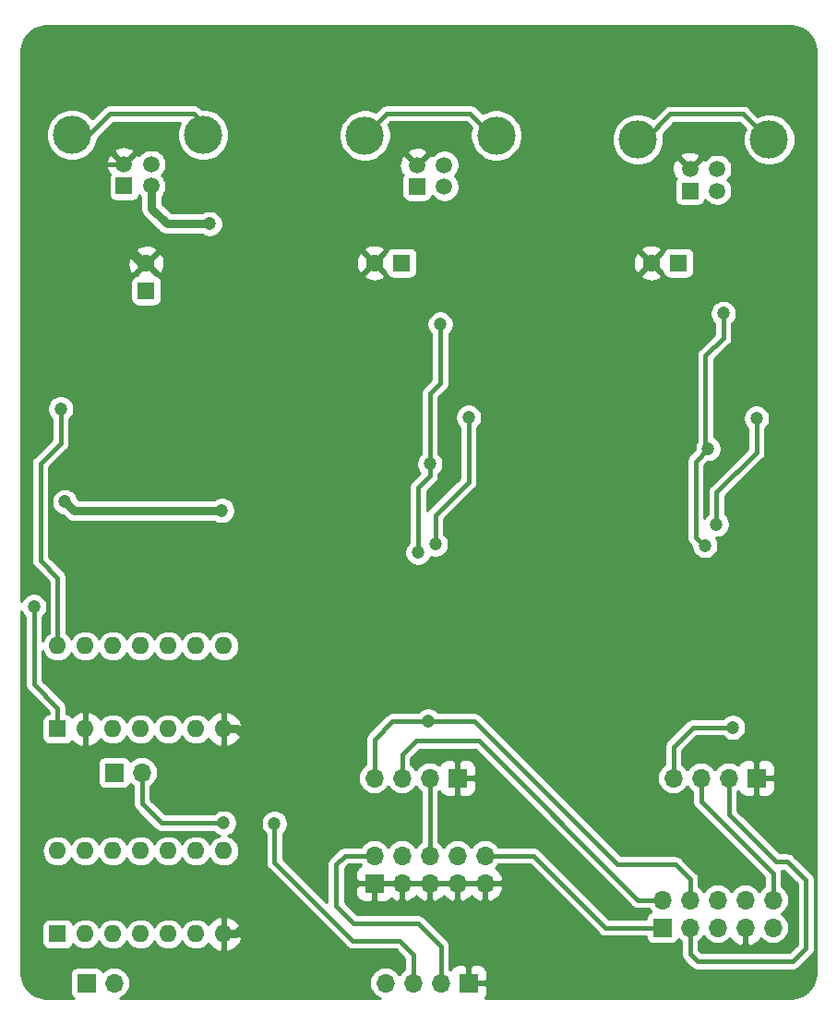
<source format=gbr>
G04 #@! TF.GenerationSoftware,KiCad,Pcbnew,(5.1.2)-2*
G04 #@! TF.CreationDate,2019-08-09T03:15:36+05:30*
G04 #@! TF.ProjectId,renesas-prog,72656e65-7361-4732-9d70-726f672e6b69,rev?*
G04 #@! TF.SameCoordinates,Original*
G04 #@! TF.FileFunction,Copper,L2,Bot*
G04 #@! TF.FilePolarity,Positive*
%FSLAX46Y46*%
G04 Gerber Fmt 4.6, Leading zero omitted, Abs format (unit mm)*
G04 Created by KiCad (PCBNEW (5.1.2)-2) date 2019-08-09 03:15:36*
%MOMM*%
%LPD*%
G04 APERTURE LIST*
%ADD10C,1.600000*%
%ADD11R,1.600000X1.600000*%
%ADD12O,1.700000X1.700000*%
%ADD13R,1.700000X1.700000*%
%ADD14O,1.600000X1.600000*%
%ADD15R,1.500000X1.500000*%
%ADD16C,1.500000*%
%ADD17C,3.500000*%
%ADD18C,1.200000*%
%ADD19C,0.381000*%
%ADD20C,0.762000*%
%ADD21C,0.254000*%
G04 APERTURE END LIST*
D10*
X146304000Y-72644000D03*
D11*
X148804000Y-72644000D03*
D10*
X120904000Y-72644000D03*
D11*
X123404000Y-72644000D03*
D10*
X99974400Y-72684000D03*
D11*
X99974400Y-75184000D03*
D12*
X148336000Y-119888000D03*
X150876000Y-119888000D03*
X153416000Y-119888000D03*
D13*
X155956000Y-119888000D03*
D12*
X120904000Y-119888000D03*
X123444000Y-119888000D03*
X125984000Y-119888000D03*
D13*
X128524000Y-119888000D03*
D12*
X157480000Y-131064000D03*
X157480000Y-133604000D03*
X154940000Y-131064000D03*
X154940000Y-133604000D03*
X152400000Y-131064000D03*
X152400000Y-133604000D03*
X149860000Y-131064000D03*
X149860000Y-133604000D03*
X147320000Y-131064000D03*
D13*
X147320000Y-133604000D03*
X129540000Y-138684000D03*
D12*
X127000000Y-138684000D03*
X124460000Y-138684000D03*
X121920000Y-138684000D03*
X99568000Y-119380000D03*
D13*
X97028000Y-119380000D03*
X94488000Y-138684000D03*
D12*
X97028000Y-138684000D03*
D14*
X91846400Y-126568200D03*
X107086400Y-134188200D03*
X94386400Y-126568200D03*
X104546400Y-134188200D03*
X96926400Y-126568200D03*
X102006400Y-134188200D03*
X99466400Y-126568200D03*
X99466400Y-134188200D03*
X102006400Y-126568200D03*
X96926400Y-134188200D03*
X104546400Y-126568200D03*
X94386400Y-134188200D03*
X107086400Y-126568200D03*
D11*
X91846400Y-134188200D03*
X91846400Y-115392200D03*
D14*
X107086400Y-107772200D03*
X94386400Y-115392200D03*
X104546400Y-107772200D03*
X96926400Y-115392200D03*
X102006400Y-107772200D03*
X99466400Y-115392200D03*
X99466400Y-107772200D03*
X102006400Y-115392200D03*
X96926400Y-107772200D03*
X104546400Y-115392200D03*
X94386400Y-107772200D03*
X107086400Y-115392200D03*
X91846400Y-107772200D03*
D13*
X120904000Y-129540000D03*
D12*
X120904000Y-127000000D03*
X123444000Y-129540000D03*
X123444000Y-127000000D03*
X125984000Y-129540000D03*
X125984000Y-127000000D03*
X128524000Y-129540000D03*
X128524000Y-127000000D03*
X131064000Y-129540000D03*
X131064000Y-127000000D03*
D15*
X97942400Y-65608200D03*
D16*
X100442400Y-65608200D03*
X100442400Y-63608200D03*
X97942400Y-63608200D03*
D17*
X93172400Y-60898200D03*
X105212400Y-60898200D03*
D15*
X124810000Y-65670000D03*
D16*
X127310000Y-65670000D03*
X127310000Y-63670000D03*
X124810000Y-63670000D03*
D17*
X120040000Y-60960000D03*
X132080000Y-60960000D03*
X157130000Y-61330000D03*
X145090000Y-61330000D03*
D16*
X149860000Y-64040000D03*
X152360000Y-64040000D03*
X152360000Y-66040000D03*
D15*
X149860000Y-66040000D03*
D18*
X97307400Y-88519000D03*
X100939600Y-86385400D03*
X139649200Y-136169400D03*
X92125800Y-86029800D03*
X125984000Y-91084400D03*
X126949200Y-78257400D03*
X124917200Y-99212400D03*
X151536400Y-89687400D03*
X152908000Y-77292200D03*
X151231600Y-98577400D03*
X105791000Y-69062600D03*
X106908600Y-95351600D03*
X92506800Y-94564200D03*
X89662000Y-104165400D03*
X107086400Y-124002800D03*
X111734600Y-124053600D03*
X153771600Y-115239800D03*
X125857000Y-114655600D03*
X126492000Y-98450400D03*
X129540000Y-86817200D03*
X152298400Y-96621600D03*
X155956000Y-86893400D03*
D19*
X97307400Y-88519000D02*
X99441000Y-86385400D01*
X99441000Y-86385400D02*
X100939600Y-86385400D01*
X94386400Y-115392200D02*
X94386400Y-113614200D01*
X94386400Y-113614200D02*
X95326200Y-112674400D01*
X95326200Y-112674400D02*
X106222800Y-112674400D01*
X107086400Y-113538000D02*
X107086400Y-115392200D01*
X106222800Y-112674400D02*
X107086400Y-113538000D01*
D20*
X107086400Y-134188200D02*
X108254800Y-134188200D01*
X108254800Y-134188200D02*
X109448600Y-132994400D01*
X109448600Y-132994400D02*
X109448600Y-116484400D01*
X108356400Y-115392200D02*
X107086400Y-115392200D01*
X109448600Y-116484400D02*
X108356400Y-115392200D01*
D19*
X99974400Y-72684000D02*
X99252400Y-72684000D01*
X99252400Y-72684000D02*
X95453200Y-68884800D01*
X95453200Y-68884800D02*
X95453200Y-64135000D01*
X95980000Y-63608200D02*
X97942400Y-63608200D01*
X95453200Y-64135000D02*
X95980000Y-63608200D01*
X129540000Y-138684000D02*
X129540000Y-135153400D01*
X125984000Y-131597400D02*
X125984000Y-129540000D01*
X129540000Y-135153400D02*
X125984000Y-131597400D01*
X133019800Y-129540000D02*
X131064000Y-129540000D01*
X139649200Y-136169400D02*
X133019800Y-129540000D01*
X151536400Y-89687400D02*
X151282400Y-89433400D01*
X151282400Y-89433400D02*
X151282400Y-81178400D01*
X152908000Y-79552800D02*
X152908000Y-77292200D01*
X151282400Y-81178400D02*
X152908000Y-79552800D01*
X151231600Y-98577400D02*
X151130000Y-98577400D01*
X151130000Y-98577400D02*
X150368000Y-97815400D01*
X150368000Y-90855800D02*
X151536400Y-89687400D01*
X150368000Y-97815400D02*
X150368000Y-90855800D01*
X127000000Y-138684000D02*
X127000000Y-135305800D01*
X127000000Y-135305800D02*
X124891800Y-133197600D01*
X124891800Y-133197600D02*
X118948200Y-133197600D01*
X118948200Y-133197600D02*
X117373400Y-131622800D01*
X117373400Y-131622800D02*
X117373400Y-127812800D01*
X118186200Y-127000000D02*
X120904000Y-127000000D01*
X117373400Y-127812800D02*
X118186200Y-127000000D01*
X125984000Y-119888000D02*
X125984000Y-127000000D01*
X147320000Y-133604000D02*
X142087600Y-133604000D01*
X135483600Y-127000000D02*
X131064000Y-127000000D01*
X142087600Y-133604000D02*
X135483600Y-127000000D01*
X91846400Y-107772200D02*
X91846400Y-101523800D01*
X91846400Y-101523800D02*
X90246200Y-99923600D01*
X90246200Y-99923600D02*
X90246200Y-91033600D01*
X92125800Y-89154000D02*
X92125800Y-86029800D01*
X90246200Y-91033600D02*
X92125800Y-89154000D01*
X149860000Y-133604000D02*
X149860000Y-136017000D01*
X149860000Y-136017000D02*
X150545800Y-136702800D01*
X159283400Y-136702800D02*
X160502600Y-135483600D01*
X150545800Y-136702800D02*
X159283400Y-136702800D01*
X153416000Y-119888000D02*
X153416000Y-123190000D01*
X153416000Y-123190000D02*
X157784800Y-127558800D01*
X158800800Y-127558800D02*
X160502600Y-129260600D01*
X157784800Y-127558800D02*
X158800800Y-127558800D01*
X160502600Y-129260600D02*
X160502600Y-135483600D01*
X124917200Y-99212400D02*
X124917200Y-93243400D01*
X125984000Y-92176600D02*
X125984000Y-91084400D01*
X124917200Y-93243400D02*
X125984000Y-92176600D01*
X125984000Y-91084400D02*
X125984000Y-84632800D01*
X126949200Y-83667600D02*
X126949200Y-78257400D01*
X125984000Y-84632800D02*
X126949200Y-83667600D01*
D20*
X100442400Y-65608200D02*
X100442400Y-67651000D01*
X101854000Y-69062600D02*
X105791000Y-69062600D01*
X100442400Y-67651000D02*
X101854000Y-69062600D01*
D19*
X106736400Y-60898200D02*
X106288000Y-60898200D01*
X106288000Y-60898200D02*
X104343200Y-58953400D01*
X96641200Y-58953400D02*
X94696400Y-60898200D01*
X104343200Y-58953400D02*
X96641200Y-58953400D01*
D20*
X93294200Y-95351600D02*
X92506800Y-94564200D01*
X106908600Y-95351600D02*
X93294200Y-95351600D01*
D19*
X91846400Y-115392200D02*
X91846400Y-113461800D01*
X91846400Y-113461800D02*
X89662000Y-111277400D01*
X89662000Y-111277400D02*
X89662000Y-104165400D01*
X99568000Y-119380000D02*
X99568000Y-122224800D01*
X101346000Y-124002800D02*
X99568000Y-122224800D01*
X107086400Y-124002800D02*
X101346000Y-124002800D01*
X124460000Y-136067800D02*
X124460000Y-138684000D01*
X123190000Y-134797800D02*
X124460000Y-136067800D01*
X118922800Y-134797800D02*
X123190000Y-134797800D01*
X111734600Y-127609600D02*
X118922800Y-134797800D01*
X111734600Y-124053600D02*
X111734600Y-127609600D01*
X157480000Y-131064000D02*
X157480000Y-128625600D01*
X150876000Y-122021600D02*
X150876000Y-119888000D01*
X157480000Y-128625600D02*
X150876000Y-122021600D01*
X148336000Y-119888000D02*
X148336000Y-117017800D01*
X150114000Y-115239800D02*
X153771600Y-115239800D01*
X148336000Y-117017800D02*
X150114000Y-115239800D01*
X149860000Y-131064000D02*
X149860000Y-129133600D01*
X149860000Y-129133600D02*
X148539200Y-127812800D01*
X148539200Y-127812800D02*
X143205200Y-127812800D01*
X130048000Y-114655600D02*
X125857000Y-114655600D01*
X143205200Y-127812800D02*
X130048000Y-114655600D01*
X125857000Y-114655600D02*
X122580400Y-114655600D01*
X120904000Y-116332000D02*
X120904000Y-119888000D01*
X122580400Y-114655600D02*
X120904000Y-116332000D01*
X123444000Y-117729000D02*
X123444000Y-119888000D01*
X124726700Y-116446300D02*
X123444000Y-117729000D01*
X145084800Y-131064000D02*
X130467100Y-116446300D01*
X147320000Y-131064000D02*
X145084800Y-131064000D01*
X130467100Y-116446300D02*
X124726700Y-116446300D01*
X132080000Y-60960000D02*
X131724400Y-60960000D01*
X131724400Y-60960000D02*
X129692400Y-58928000D01*
X122072000Y-58928000D02*
X120040000Y-60960000D01*
X129692400Y-58928000D02*
X122072000Y-58928000D01*
X157130000Y-61330000D02*
X157062600Y-61330000D01*
X157062600Y-61330000D02*
X154736800Y-59004200D01*
X154736800Y-59004200D02*
X148056600Y-59004200D01*
X145730800Y-61330000D02*
X145090000Y-61330000D01*
X148056600Y-59004200D02*
X145730800Y-61330000D01*
X126492000Y-98450400D02*
X126492000Y-95758000D01*
X129540000Y-92710000D02*
X129540000Y-87630000D01*
X126492000Y-95758000D02*
X129540000Y-92710000D01*
X129540000Y-86817200D02*
X129540000Y-87630000D01*
X152298400Y-96621600D02*
X152298400Y-93700600D01*
X152298400Y-93700600D02*
X155956000Y-90043000D01*
X155956000Y-90043000D02*
X155956000Y-86893400D01*
D21*
G36*
X159294821Y-50944823D02*
G01*
X159581412Y-50997343D01*
X159859586Y-51084026D01*
X160125267Y-51203599D01*
X160374610Y-51354332D01*
X160603955Y-51534012D01*
X160809988Y-51740045D01*
X160989668Y-51969390D01*
X161140401Y-52218733D01*
X161259974Y-52484414D01*
X161346657Y-52762588D01*
X161399177Y-53049179D01*
X161417000Y-53343832D01*
X161417000Y-137664168D01*
X161399177Y-137958821D01*
X161346657Y-138245412D01*
X161259974Y-138523586D01*
X161140401Y-138789267D01*
X160989668Y-139038610D01*
X160809988Y-139267955D01*
X160603955Y-139473988D01*
X160374610Y-139653668D01*
X160125267Y-139804401D01*
X159859586Y-139923974D01*
X159581412Y-140010657D01*
X159294821Y-140063177D01*
X159000168Y-140081000D01*
X131091137Y-140081000D01*
X131132753Y-140030291D01*
X131215303Y-139875851D01*
X131266136Y-139708274D01*
X131283301Y-139534000D01*
X131279000Y-139033250D01*
X131056750Y-138811000D01*
X129667000Y-138811000D01*
X129667000Y-138831000D01*
X129413000Y-138831000D01*
X129413000Y-138811000D01*
X129393000Y-138811000D01*
X129393000Y-138557000D01*
X129413000Y-138557000D01*
X129413000Y-137167250D01*
X129667000Y-137167250D01*
X129667000Y-138557000D01*
X131056750Y-138557000D01*
X131279000Y-138334750D01*
X131283301Y-137834000D01*
X131266136Y-137659726D01*
X131215303Y-137492149D01*
X131132753Y-137337709D01*
X131021659Y-137202341D01*
X130886291Y-137091247D01*
X130731851Y-137008697D01*
X130564274Y-136957864D01*
X130390000Y-136940699D01*
X129889250Y-136945000D01*
X129667000Y-137167250D01*
X129413000Y-137167250D01*
X129190750Y-136945000D01*
X128690000Y-136940699D01*
X128515726Y-136957864D01*
X128348149Y-137008697D01*
X128193709Y-137091247D01*
X128058341Y-137202341D01*
X127947247Y-137337709D01*
X127871968Y-137478546D01*
X127829014Y-137443294D01*
X127825500Y-137441416D01*
X127825500Y-135346350D01*
X127829494Y-135305799D01*
X127824062Y-135250647D01*
X127813556Y-135143974D01*
X127766353Y-134988366D01*
X127750991Y-134959626D01*
X127689699Y-134844957D01*
X127612391Y-134750758D01*
X127586541Y-134719259D01*
X127555039Y-134693406D01*
X125504198Y-132642566D01*
X125478341Y-132611059D01*
X125352642Y-132507901D01*
X125209234Y-132431247D01*
X125053626Y-132384044D01*
X124932353Y-132372100D01*
X124932350Y-132372100D01*
X124891800Y-132368106D01*
X124851250Y-132372100D01*
X119290134Y-132372100D01*
X118198900Y-131280868D01*
X118198900Y-130390000D01*
X119160699Y-130390000D01*
X119177864Y-130564274D01*
X119228697Y-130731851D01*
X119311247Y-130886291D01*
X119422341Y-131021659D01*
X119557709Y-131132753D01*
X119712149Y-131215303D01*
X119879726Y-131266136D01*
X120054000Y-131283301D01*
X120554750Y-131279000D01*
X120777000Y-131056750D01*
X120777000Y-129667000D01*
X121031000Y-129667000D01*
X121031000Y-131056750D01*
X121253250Y-131279000D01*
X121754000Y-131283301D01*
X121928274Y-131266136D01*
X122095851Y-131215303D01*
X122250291Y-131132753D01*
X122385659Y-131021659D01*
X122442275Y-130952672D01*
X122527314Y-131017776D01*
X122833228Y-131168218D01*
X123047251Y-131233136D01*
X123317000Y-131051424D01*
X123317000Y-129667000D01*
X123571000Y-129667000D01*
X123571000Y-131051424D01*
X123840749Y-131233136D01*
X124054772Y-131168218D01*
X124360686Y-131017776D01*
X124631372Y-130810544D01*
X124714000Y-130716534D01*
X124796628Y-130810544D01*
X125067314Y-131017776D01*
X125373228Y-131168218D01*
X125587251Y-131233136D01*
X125857000Y-131051424D01*
X125857000Y-129667000D01*
X126111000Y-129667000D01*
X126111000Y-131051424D01*
X126380749Y-131233136D01*
X126594772Y-131168218D01*
X126900686Y-131017776D01*
X127171372Y-130810544D01*
X127254000Y-130716534D01*
X127336628Y-130810544D01*
X127607314Y-131017776D01*
X127913228Y-131168218D01*
X128127251Y-131233136D01*
X128397000Y-131051424D01*
X128397000Y-129667000D01*
X128651000Y-129667000D01*
X128651000Y-131051424D01*
X128920749Y-131233136D01*
X129134772Y-131168218D01*
X129440686Y-131017776D01*
X129711372Y-130810544D01*
X129794000Y-130716534D01*
X129876628Y-130810544D01*
X130147314Y-131017776D01*
X130453228Y-131168218D01*
X130667251Y-131233136D01*
X130937000Y-131051424D01*
X130937000Y-129667000D01*
X131191000Y-129667000D01*
X131191000Y-131051424D01*
X131460749Y-131233136D01*
X131674772Y-131168218D01*
X131980686Y-131017776D01*
X132251372Y-130810544D01*
X132476428Y-130554486D01*
X132647205Y-130259442D01*
X132757140Y-129936750D01*
X132576110Y-129667000D01*
X131191000Y-129667000D01*
X130937000Y-129667000D01*
X128651000Y-129667000D01*
X128397000Y-129667000D01*
X126111000Y-129667000D01*
X125857000Y-129667000D01*
X123571000Y-129667000D01*
X123317000Y-129667000D01*
X121031000Y-129667000D01*
X120777000Y-129667000D01*
X119387250Y-129667000D01*
X119165000Y-129889250D01*
X119160699Y-130390000D01*
X118198900Y-130390000D01*
X118198900Y-128154733D01*
X118528133Y-127825500D01*
X119661416Y-127825500D01*
X119663294Y-127829014D01*
X119698546Y-127871968D01*
X119557709Y-127947247D01*
X119422341Y-128058341D01*
X119311247Y-128193709D01*
X119228697Y-128348149D01*
X119177864Y-128515726D01*
X119160699Y-128690000D01*
X119165000Y-129190750D01*
X119387250Y-129413000D01*
X120777000Y-129413000D01*
X120777000Y-129393000D01*
X121031000Y-129393000D01*
X121031000Y-129413000D01*
X123317000Y-129413000D01*
X123317000Y-129393000D01*
X123571000Y-129393000D01*
X123571000Y-129413000D01*
X125857000Y-129413000D01*
X125857000Y-129393000D01*
X126111000Y-129393000D01*
X126111000Y-129413000D01*
X128397000Y-129413000D01*
X128397000Y-129393000D01*
X128651000Y-129393000D01*
X128651000Y-129413000D01*
X130937000Y-129413000D01*
X130937000Y-129393000D01*
X131191000Y-129393000D01*
X131191000Y-129413000D01*
X132576110Y-129413000D01*
X132757140Y-129143250D01*
X132647205Y-128820558D01*
X132476428Y-128525514D01*
X132251372Y-128269456D01*
X132047845Y-128113640D01*
X132119134Y-128055134D01*
X132304706Y-127829014D01*
X132306584Y-127825500D01*
X135141668Y-127825500D01*
X141475207Y-134159040D01*
X141501059Y-134190541D01*
X141626758Y-134293699D01*
X141770166Y-134370353D01*
X141925774Y-134417556D01*
X142047047Y-134429500D01*
X142047056Y-134429500D01*
X142087599Y-134433493D01*
X142128142Y-134429500D01*
X145831928Y-134429500D01*
X145831928Y-134454000D01*
X145844188Y-134578482D01*
X145880498Y-134698180D01*
X145939463Y-134808494D01*
X146018815Y-134905185D01*
X146115506Y-134984537D01*
X146225820Y-135043502D01*
X146345518Y-135079812D01*
X146470000Y-135092072D01*
X148170000Y-135092072D01*
X148294482Y-135079812D01*
X148414180Y-135043502D01*
X148524494Y-134984537D01*
X148621185Y-134905185D01*
X148700537Y-134808494D01*
X148759502Y-134698180D01*
X148780393Y-134629313D01*
X148804866Y-134659134D01*
X149030986Y-134844706D01*
X149034501Y-134846585D01*
X149034501Y-135976440D01*
X149030506Y-136017000D01*
X149046445Y-136178826D01*
X149093647Y-136334433D01*
X149170301Y-136477842D01*
X149211992Y-136528642D01*
X149273460Y-136603541D01*
X149304961Y-136629393D01*
X149933410Y-137257844D01*
X149959259Y-137289341D01*
X149990755Y-137315189D01*
X149990758Y-137315192D01*
X150084957Y-137392499D01*
X150228366Y-137469153D01*
X150383974Y-137516356D01*
X150505247Y-137528300D01*
X150505249Y-137528300D01*
X150545800Y-137532294D01*
X150586350Y-137528300D01*
X159242850Y-137528300D01*
X159283400Y-137532294D01*
X159323950Y-137528300D01*
X159323953Y-137528300D01*
X159445226Y-137516356D01*
X159600834Y-137469153D01*
X159744242Y-137392499D01*
X159869941Y-137289341D01*
X159895798Y-137257834D01*
X161057639Y-136095994D01*
X161089141Y-136070141D01*
X161150398Y-135995499D01*
X161192299Y-135944443D01*
X161268953Y-135801034D01*
X161316156Y-135645426D01*
X161328100Y-135524153D01*
X161328100Y-135524151D01*
X161332094Y-135483601D01*
X161328100Y-135443050D01*
X161328100Y-129301150D01*
X161332094Y-129260600D01*
X161327321Y-129212140D01*
X161316156Y-129098774D01*
X161268953Y-128943166D01*
X161203417Y-128820558D01*
X161192299Y-128799757D01*
X161114992Y-128705558D01*
X161114989Y-128705555D01*
X161089141Y-128674059D01*
X161057646Y-128648212D01*
X159413198Y-127003766D01*
X159387341Y-126972259D01*
X159261642Y-126869101D01*
X159118234Y-126792447D01*
X158962626Y-126745244D01*
X158841353Y-126733300D01*
X158841350Y-126733300D01*
X158800800Y-126729306D01*
X158760250Y-126733300D01*
X158126733Y-126733300D01*
X154241500Y-122848068D01*
X154241500Y-121130584D01*
X154245014Y-121128706D01*
X154287968Y-121093454D01*
X154363247Y-121234291D01*
X154474341Y-121369659D01*
X154609709Y-121480753D01*
X154764149Y-121563303D01*
X154931726Y-121614136D01*
X155106000Y-121631301D01*
X155606750Y-121627000D01*
X155829000Y-121404750D01*
X155829000Y-120015000D01*
X156083000Y-120015000D01*
X156083000Y-121404750D01*
X156305250Y-121627000D01*
X156806000Y-121631301D01*
X156980274Y-121614136D01*
X157147851Y-121563303D01*
X157302291Y-121480753D01*
X157437659Y-121369659D01*
X157548753Y-121234291D01*
X157631303Y-121079851D01*
X157682136Y-120912274D01*
X157699301Y-120738000D01*
X157695000Y-120237250D01*
X157472750Y-120015000D01*
X156083000Y-120015000D01*
X155829000Y-120015000D01*
X155809000Y-120015000D01*
X155809000Y-119761000D01*
X155829000Y-119761000D01*
X155829000Y-118371250D01*
X156083000Y-118371250D01*
X156083000Y-119761000D01*
X157472750Y-119761000D01*
X157695000Y-119538750D01*
X157699301Y-119038000D01*
X157682136Y-118863726D01*
X157631303Y-118696149D01*
X157548753Y-118541709D01*
X157437659Y-118406341D01*
X157302291Y-118295247D01*
X157147851Y-118212697D01*
X156980274Y-118161864D01*
X156806000Y-118144699D01*
X156305250Y-118149000D01*
X156083000Y-118371250D01*
X155829000Y-118371250D01*
X155606750Y-118149000D01*
X155106000Y-118144699D01*
X154931726Y-118161864D01*
X154764149Y-118212697D01*
X154609709Y-118295247D01*
X154474341Y-118406341D01*
X154363247Y-118541709D01*
X154287968Y-118682546D01*
X154245014Y-118647294D01*
X153987034Y-118509401D01*
X153707111Y-118424487D01*
X153488950Y-118403000D01*
X153343050Y-118403000D01*
X153124889Y-118424487D01*
X152844966Y-118509401D01*
X152586986Y-118647294D01*
X152360866Y-118832866D01*
X152175294Y-119058986D01*
X152146000Y-119113791D01*
X152116706Y-119058986D01*
X151931134Y-118832866D01*
X151705014Y-118647294D01*
X151447034Y-118509401D01*
X151167111Y-118424487D01*
X150948950Y-118403000D01*
X150803050Y-118403000D01*
X150584889Y-118424487D01*
X150304966Y-118509401D01*
X150046986Y-118647294D01*
X149820866Y-118832866D01*
X149635294Y-119058986D01*
X149606000Y-119113791D01*
X149576706Y-119058986D01*
X149391134Y-118832866D01*
X149165014Y-118647294D01*
X149161500Y-118645416D01*
X149161500Y-117359732D01*
X150455934Y-116065300D01*
X152850546Y-116065300D01*
X152984333Y-116199087D01*
X153186608Y-116334243D01*
X153411364Y-116427340D01*
X153649963Y-116474800D01*
X153893237Y-116474800D01*
X154131836Y-116427340D01*
X154356592Y-116334243D01*
X154558867Y-116199087D01*
X154730887Y-116027067D01*
X154866043Y-115824792D01*
X154959140Y-115600036D01*
X155006600Y-115361437D01*
X155006600Y-115118163D01*
X154959140Y-114879564D01*
X154866043Y-114654808D01*
X154730887Y-114452533D01*
X154558867Y-114280513D01*
X154356592Y-114145357D01*
X154131836Y-114052260D01*
X153893237Y-114004800D01*
X153649963Y-114004800D01*
X153411364Y-114052260D01*
X153186608Y-114145357D01*
X152984333Y-114280513D01*
X152850546Y-114414300D01*
X150154550Y-114414300D01*
X150114000Y-114410306D01*
X150073449Y-114414300D01*
X150073447Y-114414300D01*
X149952174Y-114426244D01*
X149815452Y-114467718D01*
X149796566Y-114473447D01*
X149653157Y-114550101D01*
X149558958Y-114627408D01*
X149558955Y-114627411D01*
X149527459Y-114653259D01*
X149501611Y-114684755D01*
X147780961Y-116405407D01*
X147749460Y-116431259D01*
X147723609Y-116462759D01*
X147646301Y-116556958D01*
X147569647Y-116700367D01*
X147522445Y-116855974D01*
X147506506Y-117017800D01*
X147510501Y-117058360D01*
X147510500Y-118645415D01*
X147506986Y-118647294D01*
X147280866Y-118832866D01*
X147095294Y-119058986D01*
X146957401Y-119316966D01*
X146872487Y-119596889D01*
X146843815Y-119888000D01*
X146872487Y-120179111D01*
X146957401Y-120459034D01*
X147095294Y-120717014D01*
X147280866Y-120943134D01*
X147506986Y-121128706D01*
X147764966Y-121266599D01*
X148044889Y-121351513D01*
X148263050Y-121373000D01*
X148408950Y-121373000D01*
X148627111Y-121351513D01*
X148907034Y-121266599D01*
X149165014Y-121128706D01*
X149391134Y-120943134D01*
X149576706Y-120717014D01*
X149606000Y-120662209D01*
X149635294Y-120717014D01*
X149820866Y-120943134D01*
X150046986Y-121128706D01*
X150050500Y-121130584D01*
X150050500Y-121981049D01*
X150046506Y-122021600D01*
X150050500Y-122062150D01*
X150050500Y-122062152D01*
X150062444Y-122183425D01*
X150109647Y-122339033D01*
X150186301Y-122482442D01*
X150200958Y-122500301D01*
X150289459Y-122608141D01*
X150320966Y-122633998D01*
X156654501Y-128967534D01*
X156654501Y-129821415D01*
X156650986Y-129823294D01*
X156424866Y-130008866D01*
X156239294Y-130234986D01*
X156210000Y-130289791D01*
X156180706Y-130234986D01*
X155995134Y-130008866D01*
X155769014Y-129823294D01*
X155511034Y-129685401D01*
X155231111Y-129600487D01*
X155012950Y-129579000D01*
X154867050Y-129579000D01*
X154648889Y-129600487D01*
X154368966Y-129685401D01*
X154110986Y-129823294D01*
X153884866Y-130008866D01*
X153699294Y-130234986D01*
X153670000Y-130289791D01*
X153640706Y-130234986D01*
X153455134Y-130008866D01*
X153229014Y-129823294D01*
X152971034Y-129685401D01*
X152691111Y-129600487D01*
X152472950Y-129579000D01*
X152327050Y-129579000D01*
X152108889Y-129600487D01*
X151828966Y-129685401D01*
X151570986Y-129823294D01*
X151344866Y-130008866D01*
X151159294Y-130234986D01*
X151130000Y-130289791D01*
X151100706Y-130234986D01*
X150915134Y-130008866D01*
X150689014Y-129823294D01*
X150685500Y-129821416D01*
X150685500Y-129174150D01*
X150689494Y-129133599D01*
X150684849Y-129086442D01*
X150673556Y-128971774D01*
X150626353Y-128816166D01*
X150558915Y-128690000D01*
X150549699Y-128672757D01*
X150499177Y-128611196D01*
X150446541Y-128547059D01*
X150415039Y-128521206D01*
X149151598Y-127257766D01*
X149125741Y-127226259D01*
X149000042Y-127123101D01*
X148856634Y-127046447D01*
X148701026Y-126999244D01*
X148579753Y-126987300D01*
X148579750Y-126987300D01*
X148539200Y-126983306D01*
X148498650Y-126987300D01*
X143547134Y-126987300D01*
X130660398Y-114100566D01*
X130634541Y-114069059D01*
X130508842Y-113965901D01*
X130365434Y-113889247D01*
X130209826Y-113842044D01*
X130088553Y-113830100D01*
X130088550Y-113830100D01*
X130048000Y-113826106D01*
X130007450Y-113830100D01*
X126778054Y-113830100D01*
X126644267Y-113696313D01*
X126441992Y-113561157D01*
X126217236Y-113468060D01*
X125978637Y-113420600D01*
X125735363Y-113420600D01*
X125496764Y-113468060D01*
X125272008Y-113561157D01*
X125069733Y-113696313D01*
X124935946Y-113830100D01*
X122620950Y-113830100D01*
X122580400Y-113826106D01*
X122539849Y-113830100D01*
X122539847Y-113830100D01*
X122418574Y-113842044D01*
X122262966Y-113889247D01*
X122119557Y-113965901D01*
X122025358Y-114043208D01*
X122025357Y-114043209D01*
X121993859Y-114069059D01*
X121968011Y-114100555D01*
X120348966Y-115719602D01*
X120317459Y-115745459D01*
X120252353Y-115824792D01*
X120214301Y-115871158D01*
X120153206Y-115985458D01*
X120137647Y-116014567D01*
X120090444Y-116170175D01*
X120082440Y-116251447D01*
X120074506Y-116332000D01*
X120078500Y-116372551D01*
X120078501Y-118645415D01*
X120074986Y-118647294D01*
X119848866Y-118832866D01*
X119663294Y-119058986D01*
X119525401Y-119316966D01*
X119440487Y-119596889D01*
X119411815Y-119888000D01*
X119440487Y-120179111D01*
X119525401Y-120459034D01*
X119663294Y-120717014D01*
X119848866Y-120943134D01*
X120074986Y-121128706D01*
X120332966Y-121266599D01*
X120612889Y-121351513D01*
X120831050Y-121373000D01*
X120976950Y-121373000D01*
X121195111Y-121351513D01*
X121475034Y-121266599D01*
X121733014Y-121128706D01*
X121959134Y-120943134D01*
X122144706Y-120717014D01*
X122174000Y-120662209D01*
X122203294Y-120717014D01*
X122388866Y-120943134D01*
X122614986Y-121128706D01*
X122872966Y-121266599D01*
X123152889Y-121351513D01*
X123371050Y-121373000D01*
X123516950Y-121373000D01*
X123735111Y-121351513D01*
X124015034Y-121266599D01*
X124273014Y-121128706D01*
X124499134Y-120943134D01*
X124684706Y-120717014D01*
X124714000Y-120662209D01*
X124743294Y-120717014D01*
X124928866Y-120943134D01*
X125154986Y-121128706D01*
X125158500Y-121130584D01*
X125158501Y-125757415D01*
X125154986Y-125759294D01*
X124928866Y-125944866D01*
X124743294Y-126170986D01*
X124714000Y-126225791D01*
X124684706Y-126170986D01*
X124499134Y-125944866D01*
X124273014Y-125759294D01*
X124015034Y-125621401D01*
X123735111Y-125536487D01*
X123516950Y-125515000D01*
X123371050Y-125515000D01*
X123152889Y-125536487D01*
X122872966Y-125621401D01*
X122614986Y-125759294D01*
X122388866Y-125944866D01*
X122203294Y-126170986D01*
X122174000Y-126225791D01*
X122144706Y-126170986D01*
X121959134Y-125944866D01*
X121733014Y-125759294D01*
X121475034Y-125621401D01*
X121195111Y-125536487D01*
X120976950Y-125515000D01*
X120831050Y-125515000D01*
X120612889Y-125536487D01*
X120332966Y-125621401D01*
X120074986Y-125759294D01*
X119848866Y-125944866D01*
X119663294Y-126170986D01*
X119661416Y-126174500D01*
X118226750Y-126174500D01*
X118186200Y-126170506D01*
X118145649Y-126174500D01*
X118145647Y-126174500D01*
X118024374Y-126186444D01*
X117868766Y-126233647D01*
X117725357Y-126310301D01*
X117631158Y-126387608D01*
X117631157Y-126387609D01*
X117599659Y-126413459D01*
X117573811Y-126444956D01*
X116818361Y-127200407D01*
X116786860Y-127226259D01*
X116761010Y-127257758D01*
X116761009Y-127257759D01*
X116683701Y-127351958D01*
X116607047Y-127495367D01*
X116559845Y-127650974D01*
X116543906Y-127812800D01*
X116547901Y-127853360D01*
X116547900Y-131255468D01*
X112560100Y-127267668D01*
X112560100Y-124974654D01*
X112693887Y-124840867D01*
X112829043Y-124638592D01*
X112922140Y-124413836D01*
X112969600Y-124175237D01*
X112969600Y-123931963D01*
X112922140Y-123693364D01*
X112829043Y-123468608D01*
X112693887Y-123266333D01*
X112521867Y-123094313D01*
X112319592Y-122959157D01*
X112094836Y-122866060D01*
X111856237Y-122818600D01*
X111612963Y-122818600D01*
X111374364Y-122866060D01*
X111149608Y-122959157D01*
X110947333Y-123094313D01*
X110775313Y-123266333D01*
X110640157Y-123468608D01*
X110547060Y-123693364D01*
X110499600Y-123931963D01*
X110499600Y-124175237D01*
X110547060Y-124413836D01*
X110640157Y-124638592D01*
X110775313Y-124840867D01*
X110909100Y-124974654D01*
X110909101Y-127569040D01*
X110905106Y-127609600D01*
X110921045Y-127771426D01*
X110968247Y-127927033D01*
X111044901Y-128070442D01*
X111080518Y-128113841D01*
X111148060Y-128196141D01*
X111179561Y-128221993D01*
X118310407Y-135352840D01*
X118336259Y-135384341D01*
X118400396Y-135436977D01*
X118461957Y-135487499D01*
X118605366Y-135564153D01*
X118760974Y-135611356D01*
X118882247Y-135623300D01*
X118882249Y-135623300D01*
X118922800Y-135627294D01*
X118963350Y-135623300D01*
X122848068Y-135623300D01*
X123634500Y-136409733D01*
X123634501Y-137441415D01*
X123630986Y-137443294D01*
X123404866Y-137628866D01*
X123219294Y-137854986D01*
X123190000Y-137909791D01*
X123160706Y-137854986D01*
X122975134Y-137628866D01*
X122749014Y-137443294D01*
X122491034Y-137305401D01*
X122211111Y-137220487D01*
X121992950Y-137199000D01*
X121847050Y-137199000D01*
X121628889Y-137220487D01*
X121348966Y-137305401D01*
X121090986Y-137443294D01*
X120864866Y-137628866D01*
X120679294Y-137854986D01*
X120541401Y-138112966D01*
X120456487Y-138392889D01*
X120427815Y-138684000D01*
X120456487Y-138975111D01*
X120541401Y-139255034D01*
X120679294Y-139513014D01*
X120864866Y-139739134D01*
X121090986Y-139924706D01*
X121348966Y-140062599D01*
X121409626Y-140081000D01*
X97538374Y-140081000D01*
X97599034Y-140062599D01*
X97857014Y-139924706D01*
X98083134Y-139739134D01*
X98268706Y-139513014D01*
X98406599Y-139255034D01*
X98491513Y-138975111D01*
X98520185Y-138684000D01*
X98491513Y-138392889D01*
X98406599Y-138112966D01*
X98268706Y-137854986D01*
X98083134Y-137628866D01*
X97857014Y-137443294D01*
X97599034Y-137305401D01*
X97319111Y-137220487D01*
X97100950Y-137199000D01*
X96955050Y-137199000D01*
X96736889Y-137220487D01*
X96456966Y-137305401D01*
X96198986Y-137443294D01*
X95972866Y-137628866D01*
X95948393Y-137658687D01*
X95927502Y-137589820D01*
X95868537Y-137479506D01*
X95789185Y-137382815D01*
X95692494Y-137303463D01*
X95582180Y-137244498D01*
X95462482Y-137208188D01*
X95338000Y-137195928D01*
X93638000Y-137195928D01*
X93513518Y-137208188D01*
X93393820Y-137244498D01*
X93283506Y-137303463D01*
X93186815Y-137382815D01*
X93107463Y-137479506D01*
X93048498Y-137589820D01*
X93012188Y-137709518D01*
X92999928Y-137834000D01*
X92999928Y-139534000D01*
X93012188Y-139658482D01*
X93048498Y-139778180D01*
X93107463Y-139888494D01*
X93186815Y-139985185D01*
X93283506Y-140064537D01*
X93314306Y-140081000D01*
X90935832Y-140081000D01*
X90641179Y-140063177D01*
X90354588Y-140010657D01*
X90076414Y-139923974D01*
X89810733Y-139804401D01*
X89561390Y-139653668D01*
X89332045Y-139473988D01*
X89126012Y-139267955D01*
X88946332Y-139038610D01*
X88795599Y-138789267D01*
X88676026Y-138523586D01*
X88589343Y-138245412D01*
X88536823Y-137958821D01*
X88519000Y-137664168D01*
X88519000Y-133388200D01*
X90408328Y-133388200D01*
X90408328Y-134988200D01*
X90420588Y-135112682D01*
X90456898Y-135232380D01*
X90515863Y-135342694D01*
X90595215Y-135439385D01*
X90691906Y-135518737D01*
X90802220Y-135577702D01*
X90921918Y-135614012D01*
X91046400Y-135626272D01*
X92646400Y-135626272D01*
X92770882Y-135614012D01*
X92890580Y-135577702D01*
X93000894Y-135518737D01*
X93097585Y-135439385D01*
X93176937Y-135342694D01*
X93235902Y-135232380D01*
X93272212Y-135112682D01*
X93273981Y-135094718D01*
X93366792Y-135207808D01*
X93585299Y-135387132D01*
X93834592Y-135520382D01*
X94105091Y-135602436D01*
X94315908Y-135623200D01*
X94456892Y-135623200D01*
X94667709Y-135602436D01*
X94938208Y-135520382D01*
X95187501Y-135387132D01*
X95406008Y-135207808D01*
X95585332Y-134989301D01*
X95656400Y-134856342D01*
X95727468Y-134989301D01*
X95906792Y-135207808D01*
X96125299Y-135387132D01*
X96374592Y-135520382D01*
X96645091Y-135602436D01*
X96855908Y-135623200D01*
X96996892Y-135623200D01*
X97207709Y-135602436D01*
X97478208Y-135520382D01*
X97727501Y-135387132D01*
X97946008Y-135207808D01*
X98125332Y-134989301D01*
X98196400Y-134856342D01*
X98267468Y-134989301D01*
X98446792Y-135207808D01*
X98665299Y-135387132D01*
X98914592Y-135520382D01*
X99185091Y-135602436D01*
X99395908Y-135623200D01*
X99536892Y-135623200D01*
X99747709Y-135602436D01*
X100018208Y-135520382D01*
X100267501Y-135387132D01*
X100486008Y-135207808D01*
X100665332Y-134989301D01*
X100736400Y-134856342D01*
X100807468Y-134989301D01*
X100986792Y-135207808D01*
X101205299Y-135387132D01*
X101454592Y-135520382D01*
X101725091Y-135602436D01*
X101935908Y-135623200D01*
X102076892Y-135623200D01*
X102287709Y-135602436D01*
X102558208Y-135520382D01*
X102807501Y-135387132D01*
X103026008Y-135207808D01*
X103205332Y-134989301D01*
X103276400Y-134856342D01*
X103347468Y-134989301D01*
X103526792Y-135207808D01*
X103745299Y-135387132D01*
X103994592Y-135520382D01*
X104265091Y-135602436D01*
X104475908Y-135623200D01*
X104616892Y-135623200D01*
X104827709Y-135602436D01*
X105098208Y-135520382D01*
X105347501Y-135387132D01*
X105566008Y-135207808D01*
X105664867Y-135087348D01*
X105716722Y-135176490D01*
X105935846Y-135424711D01*
X106199185Y-135625414D01*
X106496619Y-135770885D01*
X106697494Y-135831816D01*
X106959400Y-135649441D01*
X106959400Y-134315200D01*
X107213400Y-134315200D01*
X107213400Y-135649441D01*
X107475306Y-135831816D01*
X107676181Y-135770885D01*
X107973615Y-135625414D01*
X108236954Y-135424711D01*
X108456078Y-135176490D01*
X108622566Y-134890289D01*
X108730020Y-134577107D01*
X108548373Y-134315200D01*
X107213400Y-134315200D01*
X106959400Y-134315200D01*
X106939400Y-134315200D01*
X106939400Y-134061200D01*
X106959400Y-134061200D01*
X106959400Y-132726959D01*
X107213400Y-132726959D01*
X107213400Y-134061200D01*
X108548373Y-134061200D01*
X108730020Y-133799293D01*
X108622566Y-133486111D01*
X108456078Y-133199910D01*
X108236954Y-132951689D01*
X107973615Y-132750986D01*
X107676181Y-132605515D01*
X107475306Y-132544584D01*
X107213400Y-132726959D01*
X106959400Y-132726959D01*
X106697494Y-132544584D01*
X106496619Y-132605515D01*
X106199185Y-132750986D01*
X105935846Y-132951689D01*
X105716722Y-133199910D01*
X105664867Y-133289052D01*
X105566008Y-133168592D01*
X105347501Y-132989268D01*
X105098208Y-132856018D01*
X104827709Y-132773964D01*
X104616892Y-132753200D01*
X104475908Y-132753200D01*
X104265091Y-132773964D01*
X103994592Y-132856018D01*
X103745299Y-132989268D01*
X103526792Y-133168592D01*
X103347468Y-133387099D01*
X103276400Y-133520058D01*
X103205332Y-133387099D01*
X103026008Y-133168592D01*
X102807501Y-132989268D01*
X102558208Y-132856018D01*
X102287709Y-132773964D01*
X102076892Y-132753200D01*
X101935908Y-132753200D01*
X101725091Y-132773964D01*
X101454592Y-132856018D01*
X101205299Y-132989268D01*
X100986792Y-133168592D01*
X100807468Y-133387099D01*
X100736400Y-133520058D01*
X100665332Y-133387099D01*
X100486008Y-133168592D01*
X100267501Y-132989268D01*
X100018208Y-132856018D01*
X99747709Y-132773964D01*
X99536892Y-132753200D01*
X99395908Y-132753200D01*
X99185091Y-132773964D01*
X98914592Y-132856018D01*
X98665299Y-132989268D01*
X98446792Y-133168592D01*
X98267468Y-133387099D01*
X98196400Y-133520058D01*
X98125332Y-133387099D01*
X97946008Y-133168592D01*
X97727501Y-132989268D01*
X97478208Y-132856018D01*
X97207709Y-132773964D01*
X96996892Y-132753200D01*
X96855908Y-132753200D01*
X96645091Y-132773964D01*
X96374592Y-132856018D01*
X96125299Y-132989268D01*
X95906792Y-133168592D01*
X95727468Y-133387099D01*
X95656400Y-133520058D01*
X95585332Y-133387099D01*
X95406008Y-133168592D01*
X95187501Y-132989268D01*
X94938208Y-132856018D01*
X94667709Y-132773964D01*
X94456892Y-132753200D01*
X94315908Y-132753200D01*
X94105091Y-132773964D01*
X93834592Y-132856018D01*
X93585299Y-132989268D01*
X93366792Y-133168592D01*
X93273981Y-133281682D01*
X93272212Y-133263718D01*
X93235902Y-133144020D01*
X93176937Y-133033706D01*
X93097585Y-132937015D01*
X93000894Y-132857663D01*
X92890580Y-132798698D01*
X92770882Y-132762388D01*
X92646400Y-132750128D01*
X91046400Y-132750128D01*
X90921918Y-132762388D01*
X90802220Y-132798698D01*
X90691906Y-132857663D01*
X90595215Y-132937015D01*
X90515863Y-133033706D01*
X90456898Y-133144020D01*
X90420588Y-133263718D01*
X90408328Y-133388200D01*
X88519000Y-133388200D01*
X88519000Y-126568200D01*
X90404457Y-126568200D01*
X90432164Y-126849509D01*
X90514218Y-127120008D01*
X90647468Y-127369301D01*
X90826792Y-127587808D01*
X91045299Y-127767132D01*
X91294592Y-127900382D01*
X91565091Y-127982436D01*
X91775908Y-128003200D01*
X91916892Y-128003200D01*
X92127709Y-127982436D01*
X92398208Y-127900382D01*
X92647501Y-127767132D01*
X92866008Y-127587808D01*
X93045332Y-127369301D01*
X93116400Y-127236342D01*
X93187468Y-127369301D01*
X93366792Y-127587808D01*
X93585299Y-127767132D01*
X93834592Y-127900382D01*
X94105091Y-127982436D01*
X94315908Y-128003200D01*
X94456892Y-128003200D01*
X94667709Y-127982436D01*
X94938208Y-127900382D01*
X95187501Y-127767132D01*
X95406008Y-127587808D01*
X95585332Y-127369301D01*
X95656400Y-127236342D01*
X95727468Y-127369301D01*
X95906792Y-127587808D01*
X96125299Y-127767132D01*
X96374592Y-127900382D01*
X96645091Y-127982436D01*
X96855908Y-128003200D01*
X96996892Y-128003200D01*
X97207709Y-127982436D01*
X97478208Y-127900382D01*
X97727501Y-127767132D01*
X97946008Y-127587808D01*
X98125332Y-127369301D01*
X98196400Y-127236342D01*
X98267468Y-127369301D01*
X98446792Y-127587808D01*
X98665299Y-127767132D01*
X98914592Y-127900382D01*
X99185091Y-127982436D01*
X99395908Y-128003200D01*
X99536892Y-128003200D01*
X99747709Y-127982436D01*
X100018208Y-127900382D01*
X100267501Y-127767132D01*
X100486008Y-127587808D01*
X100665332Y-127369301D01*
X100736400Y-127236342D01*
X100807468Y-127369301D01*
X100986792Y-127587808D01*
X101205299Y-127767132D01*
X101454592Y-127900382D01*
X101725091Y-127982436D01*
X101935908Y-128003200D01*
X102076892Y-128003200D01*
X102287709Y-127982436D01*
X102558208Y-127900382D01*
X102807501Y-127767132D01*
X103026008Y-127587808D01*
X103205332Y-127369301D01*
X103276400Y-127236342D01*
X103347468Y-127369301D01*
X103526792Y-127587808D01*
X103745299Y-127767132D01*
X103994592Y-127900382D01*
X104265091Y-127982436D01*
X104475908Y-128003200D01*
X104616892Y-128003200D01*
X104827709Y-127982436D01*
X105098208Y-127900382D01*
X105347501Y-127767132D01*
X105566008Y-127587808D01*
X105745332Y-127369301D01*
X105816400Y-127236342D01*
X105887468Y-127369301D01*
X106066792Y-127587808D01*
X106285299Y-127767132D01*
X106534592Y-127900382D01*
X106805091Y-127982436D01*
X107015908Y-128003200D01*
X107156892Y-128003200D01*
X107367709Y-127982436D01*
X107638208Y-127900382D01*
X107887501Y-127767132D01*
X108106008Y-127587808D01*
X108285332Y-127369301D01*
X108418582Y-127120008D01*
X108500636Y-126849509D01*
X108528343Y-126568200D01*
X108500636Y-126286891D01*
X108418582Y-126016392D01*
X108285332Y-125767099D01*
X108106008Y-125548592D01*
X107887501Y-125369268D01*
X107638208Y-125236018D01*
X107463964Y-125183162D01*
X107671392Y-125097243D01*
X107873667Y-124962087D01*
X108045687Y-124790067D01*
X108180843Y-124587792D01*
X108273940Y-124363036D01*
X108321400Y-124124437D01*
X108321400Y-123881163D01*
X108273940Y-123642564D01*
X108180843Y-123417808D01*
X108045687Y-123215533D01*
X107873667Y-123043513D01*
X107671392Y-122908357D01*
X107446636Y-122815260D01*
X107208037Y-122767800D01*
X106964763Y-122767800D01*
X106726164Y-122815260D01*
X106501408Y-122908357D01*
X106299133Y-123043513D01*
X106165346Y-123177300D01*
X101687934Y-123177300D01*
X100393500Y-121882868D01*
X100393500Y-120622584D01*
X100397014Y-120620706D01*
X100623134Y-120435134D01*
X100808706Y-120209014D01*
X100946599Y-119951034D01*
X101031513Y-119671111D01*
X101060185Y-119380000D01*
X101031513Y-119088889D01*
X100946599Y-118808966D01*
X100808706Y-118550986D01*
X100623134Y-118324866D01*
X100397014Y-118139294D01*
X100139034Y-118001401D01*
X99859111Y-117916487D01*
X99640950Y-117895000D01*
X99495050Y-117895000D01*
X99276889Y-117916487D01*
X98996966Y-118001401D01*
X98738986Y-118139294D01*
X98512866Y-118324866D01*
X98488393Y-118354687D01*
X98467502Y-118285820D01*
X98408537Y-118175506D01*
X98329185Y-118078815D01*
X98232494Y-117999463D01*
X98122180Y-117940498D01*
X98002482Y-117904188D01*
X97878000Y-117891928D01*
X96178000Y-117891928D01*
X96053518Y-117904188D01*
X95933820Y-117940498D01*
X95823506Y-117999463D01*
X95726815Y-118078815D01*
X95647463Y-118175506D01*
X95588498Y-118285820D01*
X95552188Y-118405518D01*
X95539928Y-118530000D01*
X95539928Y-120230000D01*
X95552188Y-120354482D01*
X95588498Y-120474180D01*
X95647463Y-120584494D01*
X95726815Y-120681185D01*
X95823506Y-120760537D01*
X95933820Y-120819502D01*
X96053518Y-120855812D01*
X96178000Y-120868072D01*
X97878000Y-120868072D01*
X98002482Y-120855812D01*
X98122180Y-120819502D01*
X98232494Y-120760537D01*
X98329185Y-120681185D01*
X98408537Y-120584494D01*
X98467502Y-120474180D01*
X98488393Y-120405313D01*
X98512866Y-120435134D01*
X98738986Y-120620706D01*
X98742500Y-120622585D01*
X98742501Y-122184240D01*
X98738506Y-122224800D01*
X98754445Y-122386626D01*
X98801647Y-122542233D01*
X98878301Y-122685642D01*
X98914014Y-122729158D01*
X98981460Y-122811341D01*
X99012961Y-122837193D01*
X100733611Y-124557845D01*
X100759459Y-124589341D01*
X100790955Y-124615189D01*
X100790958Y-124615192D01*
X100885157Y-124692499D01*
X101028566Y-124769153D01*
X101184174Y-124816356D01*
X101305447Y-124828300D01*
X101305449Y-124828300D01*
X101346000Y-124832294D01*
X101386550Y-124828300D01*
X106165346Y-124828300D01*
X106299133Y-124962087D01*
X106501408Y-125097243D01*
X106708836Y-125183162D01*
X106534592Y-125236018D01*
X106285299Y-125369268D01*
X106066792Y-125548592D01*
X105887468Y-125767099D01*
X105816400Y-125900058D01*
X105745332Y-125767099D01*
X105566008Y-125548592D01*
X105347501Y-125369268D01*
X105098208Y-125236018D01*
X104827709Y-125153964D01*
X104616892Y-125133200D01*
X104475908Y-125133200D01*
X104265091Y-125153964D01*
X103994592Y-125236018D01*
X103745299Y-125369268D01*
X103526792Y-125548592D01*
X103347468Y-125767099D01*
X103276400Y-125900058D01*
X103205332Y-125767099D01*
X103026008Y-125548592D01*
X102807501Y-125369268D01*
X102558208Y-125236018D01*
X102287709Y-125153964D01*
X102076892Y-125133200D01*
X101935908Y-125133200D01*
X101725091Y-125153964D01*
X101454592Y-125236018D01*
X101205299Y-125369268D01*
X100986792Y-125548592D01*
X100807468Y-125767099D01*
X100736400Y-125900058D01*
X100665332Y-125767099D01*
X100486008Y-125548592D01*
X100267501Y-125369268D01*
X100018208Y-125236018D01*
X99747709Y-125153964D01*
X99536892Y-125133200D01*
X99395908Y-125133200D01*
X99185091Y-125153964D01*
X98914592Y-125236018D01*
X98665299Y-125369268D01*
X98446792Y-125548592D01*
X98267468Y-125767099D01*
X98196400Y-125900058D01*
X98125332Y-125767099D01*
X97946008Y-125548592D01*
X97727501Y-125369268D01*
X97478208Y-125236018D01*
X97207709Y-125153964D01*
X96996892Y-125133200D01*
X96855908Y-125133200D01*
X96645091Y-125153964D01*
X96374592Y-125236018D01*
X96125299Y-125369268D01*
X95906792Y-125548592D01*
X95727468Y-125767099D01*
X95656400Y-125900058D01*
X95585332Y-125767099D01*
X95406008Y-125548592D01*
X95187501Y-125369268D01*
X94938208Y-125236018D01*
X94667709Y-125153964D01*
X94456892Y-125133200D01*
X94315908Y-125133200D01*
X94105091Y-125153964D01*
X93834592Y-125236018D01*
X93585299Y-125369268D01*
X93366792Y-125548592D01*
X93187468Y-125767099D01*
X93116400Y-125900058D01*
X93045332Y-125767099D01*
X92866008Y-125548592D01*
X92647501Y-125369268D01*
X92398208Y-125236018D01*
X92127709Y-125153964D01*
X91916892Y-125133200D01*
X91775908Y-125133200D01*
X91565091Y-125153964D01*
X91294592Y-125236018D01*
X91045299Y-125369268D01*
X90826792Y-125548592D01*
X90647468Y-125767099D01*
X90514218Y-126016392D01*
X90432164Y-126286891D01*
X90404457Y-126568200D01*
X88519000Y-126568200D01*
X88519000Y-104633165D01*
X88567557Y-104750392D01*
X88702713Y-104952667D01*
X88836501Y-105086455D01*
X88836500Y-111236849D01*
X88832506Y-111277400D01*
X88836500Y-111317950D01*
X88836500Y-111317952D01*
X88848444Y-111439225D01*
X88895647Y-111594833D01*
X88972301Y-111738242D01*
X89006214Y-111779565D01*
X89075459Y-111863941D01*
X89106966Y-111889798D01*
X91020901Y-113803734D01*
X91020901Y-113956639D01*
X90921918Y-113966388D01*
X90802220Y-114002698D01*
X90691906Y-114061663D01*
X90595215Y-114141015D01*
X90515863Y-114237706D01*
X90456898Y-114348020D01*
X90420588Y-114467718D01*
X90408328Y-114592200D01*
X90408328Y-116192200D01*
X90420588Y-116316682D01*
X90456898Y-116436380D01*
X90515863Y-116546694D01*
X90595215Y-116643385D01*
X90691906Y-116722737D01*
X90802220Y-116781702D01*
X90921918Y-116818012D01*
X91046400Y-116830272D01*
X92646400Y-116830272D01*
X92770882Y-116818012D01*
X92890580Y-116781702D01*
X93000894Y-116722737D01*
X93097585Y-116643385D01*
X93170436Y-116554615D01*
X93235846Y-116628711D01*
X93499185Y-116829414D01*
X93796619Y-116974885D01*
X93997494Y-117035816D01*
X94259400Y-116853441D01*
X94259400Y-115519200D01*
X94239400Y-115519200D01*
X94239400Y-115265200D01*
X94259400Y-115265200D01*
X94259400Y-113930959D01*
X94513400Y-113930959D01*
X94513400Y-115265200D01*
X94533400Y-115265200D01*
X94533400Y-115519200D01*
X94513400Y-115519200D01*
X94513400Y-116853441D01*
X94775306Y-117035816D01*
X94976181Y-116974885D01*
X95273615Y-116829414D01*
X95536954Y-116628711D01*
X95756078Y-116380490D01*
X95807933Y-116291348D01*
X95906792Y-116411808D01*
X96125299Y-116591132D01*
X96374592Y-116724382D01*
X96645091Y-116806436D01*
X96855908Y-116827200D01*
X96996892Y-116827200D01*
X97207709Y-116806436D01*
X97478208Y-116724382D01*
X97727501Y-116591132D01*
X97946008Y-116411808D01*
X98125332Y-116193301D01*
X98196400Y-116060342D01*
X98267468Y-116193301D01*
X98446792Y-116411808D01*
X98665299Y-116591132D01*
X98914592Y-116724382D01*
X99185091Y-116806436D01*
X99395908Y-116827200D01*
X99536892Y-116827200D01*
X99747709Y-116806436D01*
X100018208Y-116724382D01*
X100267501Y-116591132D01*
X100486008Y-116411808D01*
X100665332Y-116193301D01*
X100736400Y-116060342D01*
X100807468Y-116193301D01*
X100986792Y-116411808D01*
X101205299Y-116591132D01*
X101454592Y-116724382D01*
X101725091Y-116806436D01*
X101935908Y-116827200D01*
X102076892Y-116827200D01*
X102287709Y-116806436D01*
X102558208Y-116724382D01*
X102807501Y-116591132D01*
X103026008Y-116411808D01*
X103205332Y-116193301D01*
X103276400Y-116060342D01*
X103347468Y-116193301D01*
X103526792Y-116411808D01*
X103745299Y-116591132D01*
X103994592Y-116724382D01*
X104265091Y-116806436D01*
X104475908Y-116827200D01*
X104616892Y-116827200D01*
X104827709Y-116806436D01*
X105098208Y-116724382D01*
X105347501Y-116591132D01*
X105566008Y-116411808D01*
X105664867Y-116291348D01*
X105716722Y-116380490D01*
X105935846Y-116628711D01*
X106199185Y-116829414D01*
X106496619Y-116974885D01*
X106697494Y-117035816D01*
X106959400Y-116853441D01*
X106959400Y-115519200D01*
X107213400Y-115519200D01*
X107213400Y-116853441D01*
X107475306Y-117035816D01*
X107676181Y-116974885D01*
X107973615Y-116829414D01*
X108236954Y-116628711D01*
X108456078Y-116380490D01*
X108622566Y-116094289D01*
X108730020Y-115781107D01*
X108548373Y-115519200D01*
X107213400Y-115519200D01*
X106959400Y-115519200D01*
X106939400Y-115519200D01*
X106939400Y-115265200D01*
X106959400Y-115265200D01*
X106959400Y-113930959D01*
X107213400Y-113930959D01*
X107213400Y-115265200D01*
X108548373Y-115265200D01*
X108730020Y-115003293D01*
X108622566Y-114690111D01*
X108456078Y-114403910D01*
X108236954Y-114155689D01*
X107973615Y-113954986D01*
X107676181Y-113809515D01*
X107475306Y-113748584D01*
X107213400Y-113930959D01*
X106959400Y-113930959D01*
X106697494Y-113748584D01*
X106496619Y-113809515D01*
X106199185Y-113954986D01*
X105935846Y-114155689D01*
X105716722Y-114403910D01*
X105664867Y-114493052D01*
X105566008Y-114372592D01*
X105347501Y-114193268D01*
X105098208Y-114060018D01*
X104827709Y-113977964D01*
X104616892Y-113957200D01*
X104475908Y-113957200D01*
X104265091Y-113977964D01*
X103994592Y-114060018D01*
X103745299Y-114193268D01*
X103526792Y-114372592D01*
X103347468Y-114591099D01*
X103276400Y-114724058D01*
X103205332Y-114591099D01*
X103026008Y-114372592D01*
X102807501Y-114193268D01*
X102558208Y-114060018D01*
X102287709Y-113977964D01*
X102076892Y-113957200D01*
X101935908Y-113957200D01*
X101725091Y-113977964D01*
X101454592Y-114060018D01*
X101205299Y-114193268D01*
X100986792Y-114372592D01*
X100807468Y-114591099D01*
X100736400Y-114724058D01*
X100665332Y-114591099D01*
X100486008Y-114372592D01*
X100267501Y-114193268D01*
X100018208Y-114060018D01*
X99747709Y-113977964D01*
X99536892Y-113957200D01*
X99395908Y-113957200D01*
X99185091Y-113977964D01*
X98914592Y-114060018D01*
X98665299Y-114193268D01*
X98446792Y-114372592D01*
X98267468Y-114591099D01*
X98196400Y-114724058D01*
X98125332Y-114591099D01*
X97946008Y-114372592D01*
X97727501Y-114193268D01*
X97478208Y-114060018D01*
X97207709Y-113977964D01*
X96996892Y-113957200D01*
X96855908Y-113957200D01*
X96645091Y-113977964D01*
X96374592Y-114060018D01*
X96125299Y-114193268D01*
X95906792Y-114372592D01*
X95807933Y-114493052D01*
X95756078Y-114403910D01*
X95536954Y-114155689D01*
X95273615Y-113954986D01*
X94976181Y-113809515D01*
X94775306Y-113748584D01*
X94513400Y-113930959D01*
X94259400Y-113930959D01*
X93997494Y-113748584D01*
X93796619Y-113809515D01*
X93499185Y-113954986D01*
X93235846Y-114155689D01*
X93170436Y-114229785D01*
X93097585Y-114141015D01*
X93000894Y-114061663D01*
X92890580Y-114002698D01*
X92770882Y-113966388D01*
X92671900Y-113956639D01*
X92671900Y-113502350D01*
X92675894Y-113461799D01*
X92671836Y-113420600D01*
X92659956Y-113299974D01*
X92612753Y-113144366D01*
X92536099Y-113000957D01*
X92458791Y-112906758D01*
X92432941Y-112875259D01*
X92401439Y-112849406D01*
X90487500Y-110935468D01*
X90487500Y-108235930D01*
X90514218Y-108324008D01*
X90647468Y-108573301D01*
X90826792Y-108791808D01*
X91045299Y-108971132D01*
X91294592Y-109104382D01*
X91565091Y-109186436D01*
X91775908Y-109207200D01*
X91916892Y-109207200D01*
X92127709Y-109186436D01*
X92398208Y-109104382D01*
X92647501Y-108971132D01*
X92866008Y-108791808D01*
X93045332Y-108573301D01*
X93116400Y-108440342D01*
X93187468Y-108573301D01*
X93366792Y-108791808D01*
X93585299Y-108971132D01*
X93834592Y-109104382D01*
X94105091Y-109186436D01*
X94315908Y-109207200D01*
X94456892Y-109207200D01*
X94667709Y-109186436D01*
X94938208Y-109104382D01*
X95187501Y-108971132D01*
X95406008Y-108791808D01*
X95585332Y-108573301D01*
X95656400Y-108440342D01*
X95727468Y-108573301D01*
X95906792Y-108791808D01*
X96125299Y-108971132D01*
X96374592Y-109104382D01*
X96645091Y-109186436D01*
X96855908Y-109207200D01*
X96996892Y-109207200D01*
X97207709Y-109186436D01*
X97478208Y-109104382D01*
X97727501Y-108971132D01*
X97946008Y-108791808D01*
X98125332Y-108573301D01*
X98196400Y-108440342D01*
X98267468Y-108573301D01*
X98446792Y-108791808D01*
X98665299Y-108971132D01*
X98914592Y-109104382D01*
X99185091Y-109186436D01*
X99395908Y-109207200D01*
X99536892Y-109207200D01*
X99747709Y-109186436D01*
X100018208Y-109104382D01*
X100267501Y-108971132D01*
X100486008Y-108791808D01*
X100665332Y-108573301D01*
X100736400Y-108440342D01*
X100807468Y-108573301D01*
X100986792Y-108791808D01*
X101205299Y-108971132D01*
X101454592Y-109104382D01*
X101725091Y-109186436D01*
X101935908Y-109207200D01*
X102076892Y-109207200D01*
X102287709Y-109186436D01*
X102558208Y-109104382D01*
X102807501Y-108971132D01*
X103026008Y-108791808D01*
X103205332Y-108573301D01*
X103276400Y-108440342D01*
X103347468Y-108573301D01*
X103526792Y-108791808D01*
X103745299Y-108971132D01*
X103994592Y-109104382D01*
X104265091Y-109186436D01*
X104475908Y-109207200D01*
X104616892Y-109207200D01*
X104827709Y-109186436D01*
X105098208Y-109104382D01*
X105347501Y-108971132D01*
X105566008Y-108791808D01*
X105745332Y-108573301D01*
X105816400Y-108440342D01*
X105887468Y-108573301D01*
X106066792Y-108791808D01*
X106285299Y-108971132D01*
X106534592Y-109104382D01*
X106805091Y-109186436D01*
X107015908Y-109207200D01*
X107156892Y-109207200D01*
X107367709Y-109186436D01*
X107638208Y-109104382D01*
X107887501Y-108971132D01*
X108106008Y-108791808D01*
X108285332Y-108573301D01*
X108418582Y-108324008D01*
X108500636Y-108053509D01*
X108528343Y-107772200D01*
X108500636Y-107490891D01*
X108418582Y-107220392D01*
X108285332Y-106971099D01*
X108106008Y-106752592D01*
X107887501Y-106573268D01*
X107638208Y-106440018D01*
X107367709Y-106357964D01*
X107156892Y-106337200D01*
X107015908Y-106337200D01*
X106805091Y-106357964D01*
X106534592Y-106440018D01*
X106285299Y-106573268D01*
X106066792Y-106752592D01*
X105887468Y-106971099D01*
X105816400Y-107104058D01*
X105745332Y-106971099D01*
X105566008Y-106752592D01*
X105347501Y-106573268D01*
X105098208Y-106440018D01*
X104827709Y-106357964D01*
X104616892Y-106337200D01*
X104475908Y-106337200D01*
X104265091Y-106357964D01*
X103994592Y-106440018D01*
X103745299Y-106573268D01*
X103526792Y-106752592D01*
X103347468Y-106971099D01*
X103276400Y-107104058D01*
X103205332Y-106971099D01*
X103026008Y-106752592D01*
X102807501Y-106573268D01*
X102558208Y-106440018D01*
X102287709Y-106357964D01*
X102076892Y-106337200D01*
X101935908Y-106337200D01*
X101725091Y-106357964D01*
X101454592Y-106440018D01*
X101205299Y-106573268D01*
X100986792Y-106752592D01*
X100807468Y-106971099D01*
X100736400Y-107104058D01*
X100665332Y-106971099D01*
X100486008Y-106752592D01*
X100267501Y-106573268D01*
X100018208Y-106440018D01*
X99747709Y-106357964D01*
X99536892Y-106337200D01*
X99395908Y-106337200D01*
X99185091Y-106357964D01*
X98914592Y-106440018D01*
X98665299Y-106573268D01*
X98446792Y-106752592D01*
X98267468Y-106971099D01*
X98196400Y-107104058D01*
X98125332Y-106971099D01*
X97946008Y-106752592D01*
X97727501Y-106573268D01*
X97478208Y-106440018D01*
X97207709Y-106357964D01*
X96996892Y-106337200D01*
X96855908Y-106337200D01*
X96645091Y-106357964D01*
X96374592Y-106440018D01*
X96125299Y-106573268D01*
X95906792Y-106752592D01*
X95727468Y-106971099D01*
X95656400Y-107104058D01*
X95585332Y-106971099D01*
X95406008Y-106752592D01*
X95187501Y-106573268D01*
X94938208Y-106440018D01*
X94667709Y-106357964D01*
X94456892Y-106337200D01*
X94315908Y-106337200D01*
X94105091Y-106357964D01*
X93834592Y-106440018D01*
X93585299Y-106573268D01*
X93366792Y-106752592D01*
X93187468Y-106971099D01*
X93116400Y-107104058D01*
X93045332Y-106971099D01*
X92866008Y-106752592D01*
X92671900Y-106593292D01*
X92671900Y-101564350D01*
X92675894Y-101523800D01*
X92671900Y-101483247D01*
X92659956Y-101361974D01*
X92612753Y-101206366D01*
X92536099Y-101062957D01*
X92458792Y-100968758D01*
X92458789Y-100968755D01*
X92432941Y-100937259D01*
X92401445Y-100911411D01*
X91071700Y-99581668D01*
X91071700Y-99090763D01*
X123682200Y-99090763D01*
X123682200Y-99334037D01*
X123729660Y-99572636D01*
X123822757Y-99797392D01*
X123957913Y-99999667D01*
X124129933Y-100171687D01*
X124332208Y-100306843D01*
X124556964Y-100399940D01*
X124795563Y-100447400D01*
X125038837Y-100447400D01*
X125277436Y-100399940D01*
X125502192Y-100306843D01*
X125704467Y-100171687D01*
X125876487Y-99999667D01*
X126011643Y-99797392D01*
X126085609Y-99618822D01*
X126131764Y-99637940D01*
X126370363Y-99685400D01*
X126613637Y-99685400D01*
X126852236Y-99637940D01*
X127076992Y-99544843D01*
X127279267Y-99409687D01*
X127451287Y-99237667D01*
X127586443Y-99035392D01*
X127679540Y-98810636D01*
X127727000Y-98572037D01*
X127727000Y-98328763D01*
X127679540Y-98090164D01*
X127586443Y-97865408D01*
X127451287Y-97663133D01*
X127317500Y-97529346D01*
X127317500Y-96099932D01*
X130095041Y-93322392D01*
X130126541Y-93296541D01*
X130179177Y-93232404D01*
X130229699Y-93170843D01*
X130306353Y-93027434D01*
X130331980Y-92942953D01*
X130353556Y-92871826D01*
X130365500Y-92750553D01*
X130365500Y-92750551D01*
X130369494Y-92710000D01*
X130365500Y-92669450D01*
X130365500Y-90855800D01*
X149538506Y-90855800D01*
X149542501Y-90896360D01*
X149542500Y-97774849D01*
X149538506Y-97815400D01*
X149542500Y-97855950D01*
X149542500Y-97855952D01*
X149554444Y-97977225D01*
X149558580Y-97990859D01*
X149601647Y-98132833D01*
X149678301Y-98276242D01*
X149712214Y-98317565D01*
X149781459Y-98401941D01*
X149812965Y-98427797D01*
X149996600Y-98611433D01*
X149996600Y-98699037D01*
X150044060Y-98937636D01*
X150137157Y-99162392D01*
X150272313Y-99364667D01*
X150444333Y-99536687D01*
X150646608Y-99671843D01*
X150871364Y-99764940D01*
X151109963Y-99812400D01*
X151353237Y-99812400D01*
X151591836Y-99764940D01*
X151816592Y-99671843D01*
X152018867Y-99536687D01*
X152190887Y-99364667D01*
X152326043Y-99162392D01*
X152419140Y-98937636D01*
X152466600Y-98699037D01*
X152466600Y-98455763D01*
X152419140Y-98217164D01*
X152326043Y-97992408D01*
X152235299Y-97856600D01*
X152420037Y-97856600D01*
X152658636Y-97809140D01*
X152883392Y-97716043D01*
X153085667Y-97580887D01*
X153257687Y-97408867D01*
X153392843Y-97206592D01*
X153485940Y-96981836D01*
X153533400Y-96743237D01*
X153533400Y-96499963D01*
X153485940Y-96261364D01*
X153392843Y-96036608D01*
X153257687Y-95834333D01*
X153123900Y-95700546D01*
X153123900Y-94042532D01*
X156511046Y-90655388D01*
X156542541Y-90629541D01*
X156568389Y-90598045D01*
X156568392Y-90598042D01*
X156645699Y-90503843D01*
X156722353Y-90360434D01*
X156741555Y-90297133D01*
X156769556Y-90204826D01*
X156781500Y-90083553D01*
X156781500Y-90083551D01*
X156785494Y-90043000D01*
X156781500Y-90002450D01*
X156781500Y-87814454D01*
X156915287Y-87680667D01*
X157050443Y-87478392D01*
X157143540Y-87253636D01*
X157191000Y-87015037D01*
X157191000Y-86771763D01*
X157143540Y-86533164D01*
X157050443Y-86308408D01*
X156915287Y-86106133D01*
X156743267Y-85934113D01*
X156540992Y-85798957D01*
X156316236Y-85705860D01*
X156077637Y-85658400D01*
X155834363Y-85658400D01*
X155595764Y-85705860D01*
X155371008Y-85798957D01*
X155168733Y-85934113D01*
X154996713Y-86106133D01*
X154861557Y-86308408D01*
X154768460Y-86533164D01*
X154721000Y-86771763D01*
X154721000Y-87015037D01*
X154768460Y-87253636D01*
X154861557Y-87478392D01*
X154996713Y-87680667D01*
X155130501Y-87814455D01*
X155130500Y-89701066D01*
X151743361Y-93088207D01*
X151711860Y-93114059D01*
X151686009Y-93145559D01*
X151608701Y-93239758D01*
X151532047Y-93383167D01*
X151484845Y-93538774D01*
X151468906Y-93700600D01*
X151472901Y-93741160D01*
X151472900Y-95700546D01*
X151339113Y-95834333D01*
X151203957Y-96036608D01*
X151193500Y-96061853D01*
X151193500Y-91197732D01*
X151468832Y-90922400D01*
X151658037Y-90922400D01*
X151896636Y-90874940D01*
X152121392Y-90781843D01*
X152323667Y-90646687D01*
X152495687Y-90474667D01*
X152630843Y-90272392D01*
X152723940Y-90047636D01*
X152771400Y-89809037D01*
X152771400Y-89565763D01*
X152723940Y-89327164D01*
X152630843Y-89102408D01*
X152495687Y-88900133D01*
X152323667Y-88728113D01*
X152121392Y-88592957D01*
X152107900Y-88587368D01*
X152107900Y-81520332D01*
X153463046Y-80165188D01*
X153494541Y-80139341D01*
X153520389Y-80107845D01*
X153520392Y-80107842D01*
X153597699Y-80013643D01*
X153674353Y-79870234D01*
X153674353Y-79870233D01*
X153721556Y-79714626D01*
X153733500Y-79593353D01*
X153733500Y-79593351D01*
X153737494Y-79552800D01*
X153733500Y-79512250D01*
X153733500Y-78213254D01*
X153867287Y-78079467D01*
X154002443Y-77877192D01*
X154095540Y-77652436D01*
X154143000Y-77413837D01*
X154143000Y-77170563D01*
X154095540Y-76931964D01*
X154002443Y-76707208D01*
X153867287Y-76504933D01*
X153695267Y-76332913D01*
X153492992Y-76197757D01*
X153268236Y-76104660D01*
X153029637Y-76057200D01*
X152786363Y-76057200D01*
X152547764Y-76104660D01*
X152323008Y-76197757D01*
X152120733Y-76332913D01*
X151948713Y-76504933D01*
X151813557Y-76707208D01*
X151720460Y-76931964D01*
X151673000Y-77170563D01*
X151673000Y-77413837D01*
X151720460Y-77652436D01*
X151813557Y-77877192D01*
X151948713Y-78079467D01*
X152082501Y-78213255D01*
X152082500Y-79210866D01*
X150727361Y-80566007D01*
X150695860Y-80591859D01*
X150670009Y-80623359D01*
X150592701Y-80717558D01*
X150516047Y-80860967D01*
X150468845Y-81016574D01*
X150452906Y-81178400D01*
X150456901Y-81218960D01*
X150456900Y-89080044D01*
X150441957Y-89102408D01*
X150348860Y-89327164D01*
X150301400Y-89565763D01*
X150301400Y-89754968D01*
X149812961Y-90243407D01*
X149781460Y-90269259D01*
X149755609Y-90300759D01*
X149678301Y-90394958D01*
X149601647Y-90538367D01*
X149554445Y-90693974D01*
X149538506Y-90855800D01*
X130365500Y-90855800D01*
X130365500Y-87738254D01*
X130499287Y-87604467D01*
X130634443Y-87402192D01*
X130727540Y-87177436D01*
X130775000Y-86938837D01*
X130775000Y-86695563D01*
X130727540Y-86456964D01*
X130634443Y-86232208D01*
X130499287Y-86029933D01*
X130327267Y-85857913D01*
X130124992Y-85722757D01*
X129900236Y-85629660D01*
X129661637Y-85582200D01*
X129418363Y-85582200D01*
X129179764Y-85629660D01*
X128955008Y-85722757D01*
X128752733Y-85857913D01*
X128580713Y-86029933D01*
X128445557Y-86232208D01*
X128352460Y-86456964D01*
X128305000Y-86695563D01*
X128305000Y-86938837D01*
X128352460Y-87177436D01*
X128445557Y-87402192D01*
X128580713Y-87604467D01*
X128714501Y-87738255D01*
X128714500Y-92368067D01*
X125936961Y-95145607D01*
X125905460Y-95171459D01*
X125879609Y-95202959D01*
X125802301Y-95297158D01*
X125742700Y-95408663D01*
X125742700Y-93585332D01*
X126539040Y-92788993D01*
X126570541Y-92763141D01*
X126631913Y-92688359D01*
X126673699Y-92637443D01*
X126750353Y-92494034D01*
X126755506Y-92477047D01*
X126797556Y-92338426D01*
X126809500Y-92217153D01*
X126809500Y-92217151D01*
X126813494Y-92176601D01*
X126809500Y-92136050D01*
X126809500Y-92005454D01*
X126943287Y-91871667D01*
X127078443Y-91669392D01*
X127171540Y-91444636D01*
X127219000Y-91206037D01*
X127219000Y-90962763D01*
X127171540Y-90724164D01*
X127078443Y-90499408D01*
X126943287Y-90297133D01*
X126809500Y-90163346D01*
X126809500Y-84974732D01*
X127504240Y-84279993D01*
X127535741Y-84254141D01*
X127603187Y-84171958D01*
X127638899Y-84128443D01*
X127715553Y-83985034D01*
X127728273Y-83943101D01*
X127762756Y-83829426D01*
X127774700Y-83708153D01*
X127774700Y-83708151D01*
X127778694Y-83667600D01*
X127774700Y-83627050D01*
X127774700Y-79178454D01*
X127908487Y-79044667D01*
X128043643Y-78842392D01*
X128136740Y-78617636D01*
X128184200Y-78379037D01*
X128184200Y-78135763D01*
X128136740Y-77897164D01*
X128043643Y-77672408D01*
X127908487Y-77470133D01*
X127736467Y-77298113D01*
X127534192Y-77162957D01*
X127309436Y-77069860D01*
X127070837Y-77022400D01*
X126827563Y-77022400D01*
X126588964Y-77069860D01*
X126364208Y-77162957D01*
X126161933Y-77298113D01*
X125989913Y-77470133D01*
X125854757Y-77672408D01*
X125761660Y-77897164D01*
X125714200Y-78135763D01*
X125714200Y-78379037D01*
X125761660Y-78617636D01*
X125854757Y-78842392D01*
X125989913Y-79044667D01*
X126123701Y-79178455D01*
X126123700Y-83325667D01*
X125428961Y-84020407D01*
X125397460Y-84046259D01*
X125371609Y-84077759D01*
X125294301Y-84171958D01*
X125217647Y-84315367D01*
X125170445Y-84470974D01*
X125154506Y-84632800D01*
X125158501Y-84673360D01*
X125158500Y-90163346D01*
X125024713Y-90297133D01*
X124889557Y-90499408D01*
X124796460Y-90724164D01*
X124749000Y-90962763D01*
X124749000Y-91206037D01*
X124796460Y-91444636D01*
X124889557Y-91669392D01*
X125024713Y-91871667D01*
X125073107Y-91920061D01*
X124362161Y-92631007D01*
X124330660Y-92656859D01*
X124304809Y-92688359D01*
X124227501Y-92782558D01*
X124150847Y-92925967D01*
X124103645Y-93081574D01*
X124087706Y-93243400D01*
X124091701Y-93283960D01*
X124091700Y-98291346D01*
X123957913Y-98425133D01*
X123822757Y-98627408D01*
X123729660Y-98852164D01*
X123682200Y-99090763D01*
X91071700Y-99090763D01*
X91071700Y-94442563D01*
X91271800Y-94442563D01*
X91271800Y-94685837D01*
X91319260Y-94924436D01*
X91412357Y-95149192D01*
X91547513Y-95351467D01*
X91719533Y-95523487D01*
X91921808Y-95658643D01*
X92146564Y-95751740D01*
X92285045Y-95779285D01*
X92540492Y-96034733D01*
X92572304Y-96073496D01*
X92727010Y-96200460D01*
X92903513Y-96294802D01*
X93095029Y-96352898D01*
X93294200Y-96372515D01*
X93344102Y-96367600D01*
X106206210Y-96367600D01*
X106323608Y-96446043D01*
X106548364Y-96539140D01*
X106786963Y-96586600D01*
X107030237Y-96586600D01*
X107268836Y-96539140D01*
X107493592Y-96446043D01*
X107695867Y-96310887D01*
X107867887Y-96138867D01*
X108003043Y-95936592D01*
X108096140Y-95711836D01*
X108143600Y-95473237D01*
X108143600Y-95229963D01*
X108096140Y-94991364D01*
X108003043Y-94766608D01*
X107867887Y-94564333D01*
X107695867Y-94392313D01*
X107493592Y-94257157D01*
X107268836Y-94164060D01*
X107030237Y-94116600D01*
X106786963Y-94116600D01*
X106548364Y-94164060D01*
X106323608Y-94257157D01*
X106206210Y-94335600D01*
X93720524Y-94335600D01*
X93694340Y-94203964D01*
X93601243Y-93979208D01*
X93466087Y-93776933D01*
X93294067Y-93604913D01*
X93091792Y-93469757D01*
X92867036Y-93376660D01*
X92628437Y-93329200D01*
X92385163Y-93329200D01*
X92146564Y-93376660D01*
X91921808Y-93469757D01*
X91719533Y-93604913D01*
X91547513Y-93776933D01*
X91412357Y-93979208D01*
X91319260Y-94203964D01*
X91271800Y-94442563D01*
X91071700Y-94442563D01*
X91071700Y-91375532D01*
X92680846Y-89766388D01*
X92712341Y-89740541D01*
X92738189Y-89709045D01*
X92738192Y-89709042D01*
X92815499Y-89614843D01*
X92892153Y-89471434D01*
X92904537Y-89430608D01*
X92939356Y-89315826D01*
X92951300Y-89194553D01*
X92951300Y-89194551D01*
X92955294Y-89154000D01*
X92951300Y-89113450D01*
X92951300Y-86950854D01*
X93085087Y-86817067D01*
X93220243Y-86614792D01*
X93313340Y-86390036D01*
X93360800Y-86151437D01*
X93360800Y-85908163D01*
X93313340Y-85669564D01*
X93220243Y-85444808D01*
X93085087Y-85242533D01*
X92913067Y-85070513D01*
X92710792Y-84935357D01*
X92486036Y-84842260D01*
X92247437Y-84794800D01*
X92004163Y-84794800D01*
X91765564Y-84842260D01*
X91540808Y-84935357D01*
X91338533Y-85070513D01*
X91166513Y-85242533D01*
X91031357Y-85444808D01*
X90938260Y-85669564D01*
X90890800Y-85908163D01*
X90890800Y-86151437D01*
X90938260Y-86390036D01*
X91031357Y-86614792D01*
X91166513Y-86817067D01*
X91300301Y-86950855D01*
X91300300Y-88812066D01*
X89691161Y-90421207D01*
X89659660Y-90447059D01*
X89633809Y-90478559D01*
X89556501Y-90572758D01*
X89479847Y-90716167D01*
X89432645Y-90871774D01*
X89416706Y-91033600D01*
X89420701Y-91074160D01*
X89420700Y-99883049D01*
X89416706Y-99923600D01*
X89420700Y-99964150D01*
X89420700Y-99964152D01*
X89432644Y-100085425D01*
X89479847Y-100241033D01*
X89556501Y-100384442D01*
X89590414Y-100425765D01*
X89659659Y-100510141D01*
X89691166Y-100535998D01*
X91020901Y-101865735D01*
X91020900Y-106593292D01*
X90826792Y-106752592D01*
X90647468Y-106971099D01*
X90514218Y-107220392D01*
X90487500Y-107308470D01*
X90487500Y-105086454D01*
X90621287Y-104952667D01*
X90756443Y-104750392D01*
X90849540Y-104525636D01*
X90897000Y-104287037D01*
X90897000Y-104043763D01*
X90849540Y-103805164D01*
X90756443Y-103580408D01*
X90621287Y-103378133D01*
X90449267Y-103206113D01*
X90246992Y-103070957D01*
X90022236Y-102977860D01*
X89783637Y-102930400D01*
X89540363Y-102930400D01*
X89301764Y-102977860D01*
X89077008Y-103070957D01*
X88874733Y-103206113D01*
X88702713Y-103378133D01*
X88567557Y-103580408D01*
X88519000Y-103697635D01*
X88519000Y-74384000D01*
X98536328Y-74384000D01*
X98536328Y-75984000D01*
X98548588Y-76108482D01*
X98584898Y-76228180D01*
X98643863Y-76338494D01*
X98723215Y-76435185D01*
X98819906Y-76514537D01*
X98930220Y-76573502D01*
X99049918Y-76609812D01*
X99174400Y-76622072D01*
X100774400Y-76622072D01*
X100898882Y-76609812D01*
X101018580Y-76573502D01*
X101128894Y-76514537D01*
X101225585Y-76435185D01*
X101304937Y-76338494D01*
X101363902Y-76228180D01*
X101400212Y-76108482D01*
X101412472Y-75984000D01*
X101412472Y-74384000D01*
X101400212Y-74259518D01*
X101363902Y-74139820D01*
X101304937Y-74029506D01*
X101225585Y-73932815D01*
X101128894Y-73853463D01*
X101018580Y-73794498D01*
X100947236Y-73772856D01*
X119954749Y-73772856D01*
X120011969Y-74087840D01*
X120310788Y-74234123D01*
X120632404Y-74319299D01*
X120964458Y-74340095D01*
X121294188Y-74295710D01*
X121608923Y-74187852D01*
X121796031Y-74087840D01*
X121853251Y-73772856D01*
X120904000Y-72823605D01*
X119954749Y-73772856D01*
X100947236Y-73772856D01*
X100898882Y-73758188D01*
X100865717Y-73754922D01*
X99974400Y-72863605D01*
X99083083Y-73754922D01*
X99049918Y-73758188D01*
X98930220Y-73794498D01*
X98819906Y-73853463D01*
X98723215Y-73932815D01*
X98643863Y-74029506D01*
X98584898Y-74139820D01*
X98548588Y-74259518D01*
X98536328Y-74384000D01*
X88519000Y-74384000D01*
X88519000Y-72744458D01*
X98278305Y-72744458D01*
X98322690Y-73074188D01*
X98430548Y-73388923D01*
X98530560Y-73576031D01*
X98845544Y-73633251D01*
X99794795Y-72684000D01*
X100154005Y-72684000D01*
X101103256Y-73633251D01*
X101418240Y-73576031D01*
X101564523Y-73277212D01*
X101649699Y-72955596D01*
X101665427Y-72704458D01*
X119207905Y-72704458D01*
X119252290Y-73034188D01*
X119360148Y-73348923D01*
X119460160Y-73536031D01*
X119775144Y-73593251D01*
X120724395Y-72644000D01*
X121083605Y-72644000D01*
X121974922Y-73535317D01*
X121978188Y-73568482D01*
X122014498Y-73688180D01*
X122073463Y-73798494D01*
X122152815Y-73895185D01*
X122249506Y-73974537D01*
X122359820Y-74033502D01*
X122479518Y-74069812D01*
X122604000Y-74082072D01*
X124204000Y-74082072D01*
X124328482Y-74069812D01*
X124448180Y-74033502D01*
X124558494Y-73974537D01*
X124655185Y-73895185D01*
X124734537Y-73798494D01*
X124748241Y-73772856D01*
X145354749Y-73772856D01*
X145411969Y-74087840D01*
X145710788Y-74234123D01*
X146032404Y-74319299D01*
X146364458Y-74340095D01*
X146694188Y-74295710D01*
X147008923Y-74187852D01*
X147196031Y-74087840D01*
X147253251Y-73772856D01*
X146304000Y-72823605D01*
X145354749Y-73772856D01*
X124748241Y-73772856D01*
X124793502Y-73688180D01*
X124829812Y-73568482D01*
X124842072Y-73444000D01*
X124842072Y-72704458D01*
X144607905Y-72704458D01*
X144652290Y-73034188D01*
X144760148Y-73348923D01*
X144860160Y-73536031D01*
X145175144Y-73593251D01*
X146124395Y-72644000D01*
X146483605Y-72644000D01*
X147374922Y-73535317D01*
X147378188Y-73568482D01*
X147414498Y-73688180D01*
X147473463Y-73798494D01*
X147552815Y-73895185D01*
X147649506Y-73974537D01*
X147759820Y-74033502D01*
X147879518Y-74069812D01*
X148004000Y-74082072D01*
X149604000Y-74082072D01*
X149728482Y-74069812D01*
X149848180Y-74033502D01*
X149958494Y-73974537D01*
X150055185Y-73895185D01*
X150134537Y-73798494D01*
X150193502Y-73688180D01*
X150229812Y-73568482D01*
X150242072Y-73444000D01*
X150242072Y-71844000D01*
X150229812Y-71719518D01*
X150193502Y-71599820D01*
X150134537Y-71489506D01*
X150055185Y-71392815D01*
X149958494Y-71313463D01*
X149848180Y-71254498D01*
X149728482Y-71218188D01*
X149604000Y-71205928D01*
X148004000Y-71205928D01*
X147879518Y-71218188D01*
X147759820Y-71254498D01*
X147649506Y-71313463D01*
X147552815Y-71392815D01*
X147473463Y-71489506D01*
X147414498Y-71599820D01*
X147378188Y-71719518D01*
X147374922Y-71752683D01*
X146483605Y-72644000D01*
X146124395Y-72644000D01*
X145175144Y-71694749D01*
X144860160Y-71751969D01*
X144713877Y-72050788D01*
X144628701Y-72372404D01*
X144607905Y-72704458D01*
X124842072Y-72704458D01*
X124842072Y-71844000D01*
X124829812Y-71719518D01*
X124793502Y-71599820D01*
X124748242Y-71515144D01*
X145354749Y-71515144D01*
X146304000Y-72464395D01*
X147253251Y-71515144D01*
X147196031Y-71200160D01*
X146897212Y-71053877D01*
X146575596Y-70968701D01*
X146243542Y-70947905D01*
X145913812Y-70992290D01*
X145599077Y-71100148D01*
X145411969Y-71200160D01*
X145354749Y-71515144D01*
X124748242Y-71515144D01*
X124734537Y-71489506D01*
X124655185Y-71392815D01*
X124558494Y-71313463D01*
X124448180Y-71254498D01*
X124328482Y-71218188D01*
X124204000Y-71205928D01*
X122604000Y-71205928D01*
X122479518Y-71218188D01*
X122359820Y-71254498D01*
X122249506Y-71313463D01*
X122152815Y-71392815D01*
X122073463Y-71489506D01*
X122014498Y-71599820D01*
X121978188Y-71719518D01*
X121974922Y-71752683D01*
X121083605Y-72644000D01*
X120724395Y-72644000D01*
X119775144Y-71694749D01*
X119460160Y-71751969D01*
X119313877Y-72050788D01*
X119228701Y-72372404D01*
X119207905Y-72704458D01*
X101665427Y-72704458D01*
X101670495Y-72623542D01*
X101626110Y-72293812D01*
X101518252Y-71979077D01*
X101418240Y-71791969D01*
X101103256Y-71734749D01*
X100154005Y-72684000D01*
X99794795Y-72684000D01*
X98845544Y-71734749D01*
X98530560Y-71791969D01*
X98384277Y-72090788D01*
X98299101Y-72412404D01*
X98278305Y-72744458D01*
X88519000Y-72744458D01*
X88519000Y-71555144D01*
X99025149Y-71555144D01*
X99974400Y-72504395D01*
X100923651Y-71555144D01*
X100916385Y-71515144D01*
X119954749Y-71515144D01*
X120904000Y-72464395D01*
X121853251Y-71515144D01*
X121796031Y-71200160D01*
X121497212Y-71053877D01*
X121175596Y-70968701D01*
X120843542Y-70947905D01*
X120513812Y-70992290D01*
X120199077Y-71100148D01*
X120011969Y-71200160D01*
X119954749Y-71515144D01*
X100916385Y-71515144D01*
X100866431Y-71240160D01*
X100567612Y-71093877D01*
X100245996Y-71008701D01*
X99913942Y-70987905D01*
X99584212Y-71032290D01*
X99269477Y-71140148D01*
X99082369Y-71240160D01*
X99025149Y-71555144D01*
X88519000Y-71555144D01*
X88519000Y-63670637D01*
X96296654Y-63670637D01*
X96340457Y-63990506D01*
X96445823Y-64295685D01*
X96539324Y-64470614D01*
X96671154Y-64492384D01*
X96661863Y-64503706D01*
X96602898Y-64614020D01*
X96566588Y-64733718D01*
X96554328Y-64858200D01*
X96554328Y-66358200D01*
X96566588Y-66482682D01*
X96602898Y-66602380D01*
X96661863Y-66712694D01*
X96741215Y-66809385D01*
X96837906Y-66888737D01*
X96948220Y-66947702D01*
X97067918Y-66984012D01*
X97192400Y-66996272D01*
X98692400Y-66996272D01*
X98816882Y-66984012D01*
X98936580Y-66947702D01*
X99046894Y-66888737D01*
X99143585Y-66809385D01*
X99222937Y-66712694D01*
X99281902Y-66602380D01*
X99318212Y-66482682D01*
X99323707Y-66426890D01*
X99366601Y-66491086D01*
X99426400Y-66550885D01*
X99426401Y-67601089D01*
X99421485Y-67651000D01*
X99441102Y-67850170D01*
X99476894Y-67968157D01*
X99499199Y-68041687D01*
X99593541Y-68218190D01*
X99720505Y-68372896D01*
X99759268Y-68404708D01*
X101100292Y-69745733D01*
X101132104Y-69784496D01*
X101286810Y-69911460D01*
X101401832Y-69972940D01*
X101463312Y-70005802D01*
X101654829Y-70063898D01*
X101854000Y-70083515D01*
X101903902Y-70078600D01*
X105088610Y-70078600D01*
X105206008Y-70157043D01*
X105430764Y-70250140D01*
X105669363Y-70297600D01*
X105912637Y-70297600D01*
X106151236Y-70250140D01*
X106375992Y-70157043D01*
X106578267Y-70021887D01*
X106750287Y-69849867D01*
X106885443Y-69647592D01*
X106978540Y-69422836D01*
X107026000Y-69184237D01*
X107026000Y-68940963D01*
X106978540Y-68702364D01*
X106885443Y-68477608D01*
X106750287Y-68275333D01*
X106578267Y-68103313D01*
X106375992Y-67968157D01*
X106151236Y-67875060D01*
X105912637Y-67827600D01*
X105669363Y-67827600D01*
X105430764Y-67875060D01*
X105206008Y-67968157D01*
X105088610Y-68046600D01*
X102274841Y-68046600D01*
X101458400Y-67230160D01*
X101458400Y-66550885D01*
X101518199Y-66491086D01*
X101669771Y-66264243D01*
X101774175Y-66012189D01*
X101827400Y-65744611D01*
X101827400Y-65471789D01*
X101774175Y-65204211D01*
X101669771Y-64952157D01*
X101518199Y-64725314D01*
X101401085Y-64608200D01*
X101518199Y-64491086D01*
X101669771Y-64264243D01*
X101774175Y-64012189D01*
X101827400Y-63744611D01*
X101827400Y-63732437D01*
X123164254Y-63732437D01*
X123208057Y-64052306D01*
X123313423Y-64357485D01*
X123406924Y-64532414D01*
X123538754Y-64554184D01*
X123529463Y-64565506D01*
X123470498Y-64675820D01*
X123434188Y-64795518D01*
X123421928Y-64920000D01*
X123421928Y-66420000D01*
X123434188Y-66544482D01*
X123470498Y-66664180D01*
X123529463Y-66774494D01*
X123608815Y-66871185D01*
X123705506Y-66950537D01*
X123815820Y-67009502D01*
X123935518Y-67045812D01*
X124060000Y-67058072D01*
X125560000Y-67058072D01*
X125684482Y-67045812D01*
X125804180Y-67009502D01*
X125914494Y-66950537D01*
X126011185Y-66871185D01*
X126090537Y-66774494D01*
X126149502Y-66664180D01*
X126185812Y-66544482D01*
X126191307Y-66488690D01*
X126234201Y-66552886D01*
X126427114Y-66745799D01*
X126653957Y-66897371D01*
X126906011Y-67001775D01*
X127173589Y-67055000D01*
X127446411Y-67055000D01*
X127713989Y-67001775D01*
X127966043Y-66897371D01*
X128192886Y-66745799D01*
X128385799Y-66552886D01*
X128537371Y-66326043D01*
X128641775Y-66073989D01*
X128695000Y-65806411D01*
X128695000Y-65533589D01*
X128641775Y-65266011D01*
X128537371Y-65013957D01*
X128385799Y-64787114D01*
X128268685Y-64670000D01*
X128385799Y-64552886D01*
X128537371Y-64326043D01*
X128629991Y-64102437D01*
X148214254Y-64102437D01*
X148258057Y-64422306D01*
X148363423Y-64727485D01*
X148456924Y-64902414D01*
X148588754Y-64924184D01*
X148579463Y-64935506D01*
X148520498Y-65045820D01*
X148484188Y-65165518D01*
X148471928Y-65290000D01*
X148471928Y-66790000D01*
X148484188Y-66914482D01*
X148520498Y-67034180D01*
X148579463Y-67144494D01*
X148658815Y-67241185D01*
X148755506Y-67320537D01*
X148865820Y-67379502D01*
X148985518Y-67415812D01*
X149110000Y-67428072D01*
X150610000Y-67428072D01*
X150734482Y-67415812D01*
X150854180Y-67379502D01*
X150964494Y-67320537D01*
X151061185Y-67241185D01*
X151140537Y-67144494D01*
X151199502Y-67034180D01*
X151235812Y-66914482D01*
X151241307Y-66858690D01*
X151284201Y-66922886D01*
X151477114Y-67115799D01*
X151703957Y-67267371D01*
X151956011Y-67371775D01*
X152223589Y-67425000D01*
X152496411Y-67425000D01*
X152763989Y-67371775D01*
X153016043Y-67267371D01*
X153242886Y-67115799D01*
X153435799Y-66922886D01*
X153587371Y-66696043D01*
X153691775Y-66443989D01*
X153745000Y-66176411D01*
X153745000Y-65903589D01*
X153691775Y-65636011D01*
X153587371Y-65383957D01*
X153435799Y-65157114D01*
X153318685Y-65040000D01*
X153435799Y-64922886D01*
X153587371Y-64696043D01*
X153691775Y-64443989D01*
X153745000Y-64176411D01*
X153745000Y-63903589D01*
X153691775Y-63636011D01*
X153587371Y-63383957D01*
X153435799Y-63157114D01*
X153242886Y-62964201D01*
X153016043Y-62812629D01*
X152763989Y-62708225D01*
X152496411Y-62655000D01*
X152223589Y-62655000D01*
X151956011Y-62708225D01*
X151703957Y-62812629D01*
X151477114Y-62964201D01*
X151284201Y-63157114D01*
X151266385Y-63183777D01*
X151263076Y-63177586D01*
X150953193Y-63126412D01*
X150039605Y-64040000D01*
X150053748Y-64054143D01*
X149874143Y-64233748D01*
X149860000Y-64219605D01*
X149845858Y-64233748D01*
X149666253Y-64054143D01*
X149680395Y-64040000D01*
X148766807Y-63126412D01*
X148456924Y-63177586D01*
X148315635Y-63467884D01*
X148233695Y-63780168D01*
X148214254Y-64102437D01*
X128629991Y-64102437D01*
X128641775Y-64073989D01*
X128695000Y-63806411D01*
X128695000Y-63533589D01*
X128641775Y-63266011D01*
X128537371Y-63013957D01*
X128385799Y-62787114D01*
X128192886Y-62594201D01*
X127966043Y-62442629D01*
X127713989Y-62338225D01*
X127446411Y-62285000D01*
X127173589Y-62285000D01*
X126906011Y-62338225D01*
X126653957Y-62442629D01*
X126427114Y-62594201D01*
X126234201Y-62787114D01*
X126216385Y-62813777D01*
X126213076Y-62807586D01*
X125903193Y-62756412D01*
X124989605Y-63670000D01*
X125003748Y-63684143D01*
X124824143Y-63863748D01*
X124810000Y-63849605D01*
X124795858Y-63863748D01*
X124616253Y-63684143D01*
X124630395Y-63670000D01*
X123716807Y-62756412D01*
X123406924Y-62807586D01*
X123265635Y-63097884D01*
X123183695Y-63410168D01*
X123164254Y-63732437D01*
X101827400Y-63732437D01*
X101827400Y-63471789D01*
X101774175Y-63204211D01*
X101669771Y-62952157D01*
X101518199Y-62725314D01*
X101325286Y-62532401D01*
X101098443Y-62380829D01*
X100846389Y-62276425D01*
X100578811Y-62223200D01*
X100305989Y-62223200D01*
X100038411Y-62276425D01*
X99786357Y-62380829D01*
X99559514Y-62532401D01*
X99366601Y-62725314D01*
X99348785Y-62751977D01*
X99345476Y-62745786D01*
X99035593Y-62694612D01*
X98122005Y-63608200D01*
X98136148Y-63622343D01*
X97956543Y-63801948D01*
X97942400Y-63787805D01*
X97928258Y-63801948D01*
X97748653Y-63622343D01*
X97762795Y-63608200D01*
X96849207Y-62694612D01*
X96539324Y-62745786D01*
X96398035Y-63036084D01*
X96316095Y-63348368D01*
X96296654Y-63670637D01*
X88519000Y-63670637D01*
X88519000Y-60663298D01*
X90787400Y-60663298D01*
X90787400Y-61133102D01*
X90879054Y-61593879D01*
X91058840Y-62027921D01*
X91319850Y-62418549D01*
X91652051Y-62750750D01*
X92042679Y-63011760D01*
X92476721Y-63191546D01*
X92937498Y-63283200D01*
X93407302Y-63283200D01*
X93868079Y-63191546D01*
X94302121Y-63011760D01*
X94692749Y-62750750D01*
X94928492Y-62515007D01*
X97028812Y-62515007D01*
X97942400Y-63428595D01*
X98855988Y-62515007D01*
X98804814Y-62205124D01*
X98514516Y-62063835D01*
X98202232Y-61981895D01*
X97879963Y-61962454D01*
X97560094Y-62006257D01*
X97254915Y-62111623D01*
X97079986Y-62205124D01*
X97028812Y-62515007D01*
X94928492Y-62515007D01*
X95024950Y-62418549D01*
X95285960Y-62027921D01*
X95465746Y-61593879D01*
X95539639Y-61222393D01*
X96983134Y-59778900D01*
X103094523Y-59778900D01*
X102919054Y-60202521D01*
X102827400Y-60663298D01*
X102827400Y-61133102D01*
X102919054Y-61593879D01*
X103098840Y-62027921D01*
X103359850Y-62418549D01*
X103692051Y-62750750D01*
X104082679Y-63011760D01*
X104516721Y-63191546D01*
X104977498Y-63283200D01*
X105447302Y-63283200D01*
X105908079Y-63191546D01*
X106342121Y-63011760D01*
X106732749Y-62750750D01*
X107064950Y-62418549D01*
X107325960Y-62027921D01*
X107505746Y-61593879D01*
X107597400Y-61133102D01*
X107597400Y-60725098D01*
X117655000Y-60725098D01*
X117655000Y-61194902D01*
X117746654Y-61655679D01*
X117926440Y-62089721D01*
X118187450Y-62480349D01*
X118519651Y-62812550D01*
X118910279Y-63073560D01*
X119344321Y-63253346D01*
X119805098Y-63345000D01*
X120274902Y-63345000D01*
X120735679Y-63253346D01*
X121169721Y-63073560D01*
X121560349Y-62812550D01*
X121796092Y-62576807D01*
X123896412Y-62576807D01*
X124810000Y-63490395D01*
X125723588Y-62576807D01*
X125672414Y-62266924D01*
X125382116Y-62125635D01*
X125069832Y-62043695D01*
X124747563Y-62024254D01*
X124427694Y-62068057D01*
X124122515Y-62173423D01*
X123947586Y-62266924D01*
X123896412Y-62576807D01*
X121796092Y-62576807D01*
X121892550Y-62480349D01*
X122153560Y-62089721D01*
X122333346Y-61655679D01*
X122425000Y-61194902D01*
X122425000Y-60725098D01*
X122333346Y-60264321D01*
X122207333Y-59960099D01*
X122413933Y-59753500D01*
X129350468Y-59753500D01*
X129808514Y-60211546D01*
X129786654Y-60264321D01*
X129695000Y-60725098D01*
X129695000Y-61194902D01*
X129786654Y-61655679D01*
X129966440Y-62089721D01*
X130227450Y-62480349D01*
X130559651Y-62812550D01*
X130950279Y-63073560D01*
X131384321Y-63253346D01*
X131845098Y-63345000D01*
X132314902Y-63345000D01*
X132775679Y-63253346D01*
X133209721Y-63073560D01*
X133600349Y-62812550D01*
X133932550Y-62480349D01*
X134193560Y-62089721D01*
X134373346Y-61655679D01*
X134465000Y-61194902D01*
X134465000Y-61095098D01*
X142705000Y-61095098D01*
X142705000Y-61564902D01*
X142796654Y-62025679D01*
X142976440Y-62459721D01*
X143237450Y-62850349D01*
X143569651Y-63182550D01*
X143960279Y-63443560D01*
X144394321Y-63623346D01*
X144855098Y-63715000D01*
X145324902Y-63715000D01*
X145785679Y-63623346D01*
X146219721Y-63443560D01*
X146610349Y-63182550D01*
X146846092Y-62946807D01*
X148946412Y-62946807D01*
X149860000Y-63860395D01*
X150773588Y-62946807D01*
X150722414Y-62636924D01*
X150432116Y-62495635D01*
X150119832Y-62413695D01*
X149797563Y-62394254D01*
X149477694Y-62438057D01*
X149172515Y-62543423D01*
X148997586Y-62636924D01*
X148946412Y-62946807D01*
X146846092Y-62946807D01*
X146942550Y-62850349D01*
X147203560Y-62459721D01*
X147383346Y-62025679D01*
X147475000Y-61564902D01*
X147475000Y-61095098D01*
X147418281Y-60809952D01*
X148398534Y-59829700D01*
X154394868Y-59829700D01*
X154942926Y-60377758D01*
X154836654Y-60634321D01*
X154745000Y-61095098D01*
X154745000Y-61564902D01*
X154836654Y-62025679D01*
X155016440Y-62459721D01*
X155277450Y-62850349D01*
X155609651Y-63182550D01*
X156000279Y-63443560D01*
X156434321Y-63623346D01*
X156895098Y-63715000D01*
X157364902Y-63715000D01*
X157825679Y-63623346D01*
X158259721Y-63443560D01*
X158650349Y-63182550D01*
X158982550Y-62850349D01*
X159243560Y-62459721D01*
X159423346Y-62025679D01*
X159515000Y-61564902D01*
X159515000Y-61095098D01*
X159423346Y-60634321D01*
X159243560Y-60200279D01*
X158982550Y-59809651D01*
X158650349Y-59477450D01*
X158259721Y-59216440D01*
X157825679Y-59036654D01*
X157364902Y-58945000D01*
X156895098Y-58945000D01*
X156434321Y-59036654D01*
X156082440Y-59182408D01*
X155349198Y-58449166D01*
X155323341Y-58417659D01*
X155197642Y-58314501D01*
X155054234Y-58237847D01*
X154898626Y-58190644D01*
X154777353Y-58178700D01*
X154777350Y-58178700D01*
X154736800Y-58174706D01*
X154696250Y-58178700D01*
X148097150Y-58178700D01*
X148056600Y-58174706D01*
X148016049Y-58178700D01*
X148016047Y-58178700D01*
X147894774Y-58190644D01*
X147739166Y-58237847D01*
X147595757Y-58314501D01*
X147501558Y-58391808D01*
X147501557Y-58391809D01*
X147470059Y-58417659D01*
X147444211Y-58449155D01*
X146493796Y-59399571D01*
X146219721Y-59216440D01*
X145785679Y-59036654D01*
X145324902Y-58945000D01*
X144855098Y-58945000D01*
X144394321Y-59036654D01*
X143960279Y-59216440D01*
X143569651Y-59477450D01*
X143237450Y-59809651D01*
X142976440Y-60200279D01*
X142796654Y-60634321D01*
X142705000Y-61095098D01*
X134465000Y-61095098D01*
X134465000Y-60725098D01*
X134373346Y-60264321D01*
X134193560Y-59830279D01*
X133932550Y-59439651D01*
X133600349Y-59107450D01*
X133209721Y-58846440D01*
X132775679Y-58666654D01*
X132314902Y-58575000D01*
X131845098Y-58575000D01*
X131384321Y-58666654D01*
X130950279Y-58846440D01*
X130847169Y-58915336D01*
X130304798Y-58372966D01*
X130278941Y-58341459D01*
X130153242Y-58238301D01*
X130009834Y-58161647D01*
X129854226Y-58114444D01*
X129732953Y-58102500D01*
X129732950Y-58102500D01*
X129692400Y-58098506D01*
X129651850Y-58102500D01*
X122112550Y-58102500D01*
X122072000Y-58098506D01*
X122031449Y-58102500D01*
X122031447Y-58102500D01*
X121910174Y-58114444D01*
X121754566Y-58161647D01*
X121611157Y-58238301D01*
X121549596Y-58288823D01*
X121485459Y-58341459D01*
X121459606Y-58372961D01*
X121039901Y-58792667D01*
X120735679Y-58666654D01*
X120274902Y-58575000D01*
X119805098Y-58575000D01*
X119344321Y-58666654D01*
X118910279Y-58846440D01*
X118519651Y-59107450D01*
X118187450Y-59439651D01*
X117926440Y-59830279D01*
X117746654Y-60264321D01*
X117655000Y-60725098D01*
X107597400Y-60725098D01*
X107597400Y-60663298D01*
X107505746Y-60202521D01*
X107325960Y-59768479D01*
X107064950Y-59377851D01*
X106732749Y-59045650D01*
X106342121Y-58784640D01*
X105908079Y-58604854D01*
X105447302Y-58513200D01*
X105070432Y-58513200D01*
X104955598Y-58398366D01*
X104929741Y-58366859D01*
X104804042Y-58263701D01*
X104660634Y-58187047D01*
X104505026Y-58139844D01*
X104383753Y-58127900D01*
X104383750Y-58127900D01*
X104343200Y-58123906D01*
X104302650Y-58127900D01*
X96681750Y-58127900D01*
X96641200Y-58123906D01*
X96600649Y-58127900D01*
X96600647Y-58127900D01*
X96479374Y-58139844D01*
X96323766Y-58187047D01*
X96180357Y-58263701D01*
X96086158Y-58341008D01*
X96086157Y-58341009D01*
X96054659Y-58366859D01*
X96028811Y-58398355D01*
X95034710Y-59392457D01*
X95024950Y-59377851D01*
X94692749Y-59045650D01*
X94302121Y-58784640D01*
X93868079Y-58604854D01*
X93407302Y-58513200D01*
X92937498Y-58513200D01*
X92476721Y-58604854D01*
X92042679Y-58784640D01*
X91652051Y-59045650D01*
X91319850Y-59377851D01*
X91058840Y-59768479D01*
X90879054Y-60202521D01*
X90787400Y-60663298D01*
X88519000Y-60663298D01*
X88519000Y-53343832D01*
X88536823Y-53049179D01*
X88589343Y-52762588D01*
X88676026Y-52484414D01*
X88795599Y-52218733D01*
X88946332Y-51969390D01*
X89126012Y-51740045D01*
X89332045Y-51534012D01*
X89561390Y-51354332D01*
X89810733Y-51203599D01*
X90076414Y-51084026D01*
X90354588Y-50997343D01*
X90641179Y-50944823D01*
X90935832Y-50927000D01*
X159000168Y-50927000D01*
X159294821Y-50944823D01*
X159294821Y-50944823D01*
G37*
X159294821Y-50944823D02*
X159581412Y-50997343D01*
X159859586Y-51084026D01*
X160125267Y-51203599D01*
X160374610Y-51354332D01*
X160603955Y-51534012D01*
X160809988Y-51740045D01*
X160989668Y-51969390D01*
X161140401Y-52218733D01*
X161259974Y-52484414D01*
X161346657Y-52762588D01*
X161399177Y-53049179D01*
X161417000Y-53343832D01*
X161417000Y-137664168D01*
X161399177Y-137958821D01*
X161346657Y-138245412D01*
X161259974Y-138523586D01*
X161140401Y-138789267D01*
X160989668Y-139038610D01*
X160809988Y-139267955D01*
X160603955Y-139473988D01*
X160374610Y-139653668D01*
X160125267Y-139804401D01*
X159859586Y-139923974D01*
X159581412Y-140010657D01*
X159294821Y-140063177D01*
X159000168Y-140081000D01*
X131091137Y-140081000D01*
X131132753Y-140030291D01*
X131215303Y-139875851D01*
X131266136Y-139708274D01*
X131283301Y-139534000D01*
X131279000Y-139033250D01*
X131056750Y-138811000D01*
X129667000Y-138811000D01*
X129667000Y-138831000D01*
X129413000Y-138831000D01*
X129413000Y-138811000D01*
X129393000Y-138811000D01*
X129393000Y-138557000D01*
X129413000Y-138557000D01*
X129413000Y-137167250D01*
X129667000Y-137167250D01*
X129667000Y-138557000D01*
X131056750Y-138557000D01*
X131279000Y-138334750D01*
X131283301Y-137834000D01*
X131266136Y-137659726D01*
X131215303Y-137492149D01*
X131132753Y-137337709D01*
X131021659Y-137202341D01*
X130886291Y-137091247D01*
X130731851Y-137008697D01*
X130564274Y-136957864D01*
X130390000Y-136940699D01*
X129889250Y-136945000D01*
X129667000Y-137167250D01*
X129413000Y-137167250D01*
X129190750Y-136945000D01*
X128690000Y-136940699D01*
X128515726Y-136957864D01*
X128348149Y-137008697D01*
X128193709Y-137091247D01*
X128058341Y-137202341D01*
X127947247Y-137337709D01*
X127871968Y-137478546D01*
X127829014Y-137443294D01*
X127825500Y-137441416D01*
X127825500Y-135346350D01*
X127829494Y-135305799D01*
X127824062Y-135250647D01*
X127813556Y-135143974D01*
X127766353Y-134988366D01*
X127750991Y-134959626D01*
X127689699Y-134844957D01*
X127612391Y-134750758D01*
X127586541Y-134719259D01*
X127555039Y-134693406D01*
X125504198Y-132642566D01*
X125478341Y-132611059D01*
X125352642Y-132507901D01*
X125209234Y-132431247D01*
X125053626Y-132384044D01*
X124932353Y-132372100D01*
X124932350Y-132372100D01*
X124891800Y-132368106D01*
X124851250Y-132372100D01*
X119290134Y-132372100D01*
X118198900Y-131280868D01*
X118198900Y-130390000D01*
X119160699Y-130390000D01*
X119177864Y-130564274D01*
X119228697Y-130731851D01*
X119311247Y-130886291D01*
X119422341Y-131021659D01*
X119557709Y-131132753D01*
X119712149Y-131215303D01*
X119879726Y-131266136D01*
X120054000Y-131283301D01*
X120554750Y-131279000D01*
X120777000Y-131056750D01*
X120777000Y-129667000D01*
X121031000Y-129667000D01*
X121031000Y-131056750D01*
X121253250Y-131279000D01*
X121754000Y-131283301D01*
X121928274Y-131266136D01*
X122095851Y-131215303D01*
X122250291Y-131132753D01*
X122385659Y-131021659D01*
X122442275Y-130952672D01*
X122527314Y-131017776D01*
X122833228Y-131168218D01*
X123047251Y-131233136D01*
X123317000Y-131051424D01*
X123317000Y-129667000D01*
X123571000Y-129667000D01*
X123571000Y-131051424D01*
X123840749Y-131233136D01*
X124054772Y-131168218D01*
X124360686Y-131017776D01*
X124631372Y-130810544D01*
X124714000Y-130716534D01*
X124796628Y-130810544D01*
X125067314Y-131017776D01*
X125373228Y-131168218D01*
X125587251Y-131233136D01*
X125857000Y-131051424D01*
X125857000Y-129667000D01*
X126111000Y-129667000D01*
X126111000Y-131051424D01*
X126380749Y-131233136D01*
X126594772Y-131168218D01*
X126900686Y-131017776D01*
X127171372Y-130810544D01*
X127254000Y-130716534D01*
X127336628Y-130810544D01*
X127607314Y-131017776D01*
X127913228Y-131168218D01*
X128127251Y-131233136D01*
X128397000Y-131051424D01*
X128397000Y-129667000D01*
X128651000Y-129667000D01*
X128651000Y-131051424D01*
X128920749Y-131233136D01*
X129134772Y-131168218D01*
X129440686Y-131017776D01*
X129711372Y-130810544D01*
X129794000Y-130716534D01*
X129876628Y-130810544D01*
X130147314Y-131017776D01*
X130453228Y-131168218D01*
X130667251Y-131233136D01*
X130937000Y-131051424D01*
X130937000Y-129667000D01*
X131191000Y-129667000D01*
X131191000Y-131051424D01*
X131460749Y-131233136D01*
X131674772Y-131168218D01*
X131980686Y-131017776D01*
X132251372Y-130810544D01*
X132476428Y-130554486D01*
X132647205Y-130259442D01*
X132757140Y-129936750D01*
X132576110Y-129667000D01*
X131191000Y-129667000D01*
X130937000Y-129667000D01*
X128651000Y-129667000D01*
X128397000Y-129667000D01*
X126111000Y-129667000D01*
X125857000Y-129667000D01*
X123571000Y-129667000D01*
X123317000Y-129667000D01*
X121031000Y-129667000D01*
X120777000Y-129667000D01*
X119387250Y-129667000D01*
X119165000Y-129889250D01*
X119160699Y-130390000D01*
X118198900Y-130390000D01*
X118198900Y-128154733D01*
X118528133Y-127825500D01*
X119661416Y-127825500D01*
X119663294Y-127829014D01*
X119698546Y-127871968D01*
X119557709Y-127947247D01*
X119422341Y-128058341D01*
X119311247Y-128193709D01*
X119228697Y-128348149D01*
X119177864Y-128515726D01*
X119160699Y-128690000D01*
X119165000Y-129190750D01*
X119387250Y-129413000D01*
X120777000Y-129413000D01*
X120777000Y-129393000D01*
X121031000Y-129393000D01*
X121031000Y-129413000D01*
X123317000Y-129413000D01*
X123317000Y-129393000D01*
X123571000Y-129393000D01*
X123571000Y-129413000D01*
X125857000Y-129413000D01*
X125857000Y-129393000D01*
X126111000Y-129393000D01*
X126111000Y-129413000D01*
X128397000Y-129413000D01*
X128397000Y-129393000D01*
X128651000Y-129393000D01*
X128651000Y-129413000D01*
X130937000Y-129413000D01*
X130937000Y-129393000D01*
X131191000Y-129393000D01*
X131191000Y-129413000D01*
X132576110Y-129413000D01*
X132757140Y-129143250D01*
X132647205Y-128820558D01*
X132476428Y-128525514D01*
X132251372Y-128269456D01*
X132047845Y-128113640D01*
X132119134Y-128055134D01*
X132304706Y-127829014D01*
X132306584Y-127825500D01*
X135141668Y-127825500D01*
X141475207Y-134159040D01*
X141501059Y-134190541D01*
X141626758Y-134293699D01*
X141770166Y-134370353D01*
X141925774Y-134417556D01*
X142047047Y-134429500D01*
X142047056Y-134429500D01*
X142087599Y-134433493D01*
X142128142Y-134429500D01*
X145831928Y-134429500D01*
X145831928Y-134454000D01*
X145844188Y-134578482D01*
X145880498Y-134698180D01*
X145939463Y-134808494D01*
X146018815Y-134905185D01*
X146115506Y-134984537D01*
X146225820Y-135043502D01*
X146345518Y-135079812D01*
X146470000Y-135092072D01*
X148170000Y-135092072D01*
X148294482Y-135079812D01*
X148414180Y-135043502D01*
X148524494Y-134984537D01*
X148621185Y-134905185D01*
X148700537Y-134808494D01*
X148759502Y-134698180D01*
X148780393Y-134629313D01*
X148804866Y-134659134D01*
X149030986Y-134844706D01*
X149034501Y-134846585D01*
X149034501Y-135976440D01*
X149030506Y-136017000D01*
X149046445Y-136178826D01*
X149093647Y-136334433D01*
X149170301Y-136477842D01*
X149211992Y-136528642D01*
X149273460Y-136603541D01*
X149304961Y-136629393D01*
X149933410Y-137257844D01*
X149959259Y-137289341D01*
X149990755Y-137315189D01*
X149990758Y-137315192D01*
X150084957Y-137392499D01*
X150228366Y-137469153D01*
X150383974Y-137516356D01*
X150505247Y-137528300D01*
X150505249Y-137528300D01*
X150545800Y-137532294D01*
X150586350Y-137528300D01*
X159242850Y-137528300D01*
X159283400Y-137532294D01*
X159323950Y-137528300D01*
X159323953Y-137528300D01*
X159445226Y-137516356D01*
X159600834Y-137469153D01*
X159744242Y-137392499D01*
X159869941Y-137289341D01*
X159895798Y-137257834D01*
X161057639Y-136095994D01*
X161089141Y-136070141D01*
X161150398Y-135995499D01*
X161192299Y-135944443D01*
X161268953Y-135801034D01*
X161316156Y-135645426D01*
X161328100Y-135524153D01*
X161328100Y-135524151D01*
X161332094Y-135483601D01*
X161328100Y-135443050D01*
X161328100Y-129301150D01*
X161332094Y-129260600D01*
X161327321Y-129212140D01*
X161316156Y-129098774D01*
X161268953Y-128943166D01*
X161203417Y-128820558D01*
X161192299Y-128799757D01*
X161114992Y-128705558D01*
X161114989Y-128705555D01*
X161089141Y-128674059D01*
X161057646Y-128648212D01*
X159413198Y-127003766D01*
X159387341Y-126972259D01*
X159261642Y-126869101D01*
X159118234Y-126792447D01*
X158962626Y-126745244D01*
X158841353Y-126733300D01*
X158841350Y-126733300D01*
X158800800Y-126729306D01*
X158760250Y-126733300D01*
X158126733Y-126733300D01*
X154241500Y-122848068D01*
X154241500Y-121130584D01*
X154245014Y-121128706D01*
X154287968Y-121093454D01*
X154363247Y-121234291D01*
X154474341Y-121369659D01*
X154609709Y-121480753D01*
X154764149Y-121563303D01*
X154931726Y-121614136D01*
X155106000Y-121631301D01*
X155606750Y-121627000D01*
X155829000Y-121404750D01*
X155829000Y-120015000D01*
X156083000Y-120015000D01*
X156083000Y-121404750D01*
X156305250Y-121627000D01*
X156806000Y-121631301D01*
X156980274Y-121614136D01*
X157147851Y-121563303D01*
X157302291Y-121480753D01*
X157437659Y-121369659D01*
X157548753Y-121234291D01*
X157631303Y-121079851D01*
X157682136Y-120912274D01*
X157699301Y-120738000D01*
X157695000Y-120237250D01*
X157472750Y-120015000D01*
X156083000Y-120015000D01*
X155829000Y-120015000D01*
X155809000Y-120015000D01*
X155809000Y-119761000D01*
X155829000Y-119761000D01*
X155829000Y-118371250D01*
X156083000Y-118371250D01*
X156083000Y-119761000D01*
X157472750Y-119761000D01*
X157695000Y-119538750D01*
X157699301Y-119038000D01*
X157682136Y-118863726D01*
X157631303Y-118696149D01*
X157548753Y-118541709D01*
X157437659Y-118406341D01*
X157302291Y-118295247D01*
X157147851Y-118212697D01*
X156980274Y-118161864D01*
X156806000Y-118144699D01*
X156305250Y-118149000D01*
X156083000Y-118371250D01*
X155829000Y-118371250D01*
X155606750Y-118149000D01*
X155106000Y-118144699D01*
X154931726Y-118161864D01*
X154764149Y-118212697D01*
X154609709Y-118295247D01*
X154474341Y-118406341D01*
X154363247Y-118541709D01*
X154287968Y-118682546D01*
X154245014Y-118647294D01*
X153987034Y-118509401D01*
X153707111Y-118424487D01*
X153488950Y-118403000D01*
X153343050Y-118403000D01*
X153124889Y-118424487D01*
X152844966Y-118509401D01*
X152586986Y-118647294D01*
X152360866Y-118832866D01*
X152175294Y-119058986D01*
X152146000Y-119113791D01*
X152116706Y-119058986D01*
X151931134Y-118832866D01*
X151705014Y-118647294D01*
X151447034Y-118509401D01*
X151167111Y-118424487D01*
X150948950Y-118403000D01*
X150803050Y-118403000D01*
X150584889Y-118424487D01*
X150304966Y-118509401D01*
X150046986Y-118647294D01*
X149820866Y-118832866D01*
X149635294Y-119058986D01*
X149606000Y-119113791D01*
X149576706Y-119058986D01*
X149391134Y-118832866D01*
X149165014Y-118647294D01*
X149161500Y-118645416D01*
X149161500Y-117359732D01*
X150455934Y-116065300D01*
X152850546Y-116065300D01*
X152984333Y-116199087D01*
X153186608Y-116334243D01*
X153411364Y-116427340D01*
X153649963Y-116474800D01*
X153893237Y-116474800D01*
X154131836Y-116427340D01*
X154356592Y-116334243D01*
X154558867Y-116199087D01*
X154730887Y-116027067D01*
X154866043Y-115824792D01*
X154959140Y-115600036D01*
X155006600Y-115361437D01*
X155006600Y-115118163D01*
X154959140Y-114879564D01*
X154866043Y-114654808D01*
X154730887Y-114452533D01*
X154558867Y-114280513D01*
X154356592Y-114145357D01*
X154131836Y-114052260D01*
X153893237Y-114004800D01*
X153649963Y-114004800D01*
X153411364Y-114052260D01*
X153186608Y-114145357D01*
X152984333Y-114280513D01*
X152850546Y-114414300D01*
X150154550Y-114414300D01*
X150114000Y-114410306D01*
X150073449Y-114414300D01*
X150073447Y-114414300D01*
X149952174Y-114426244D01*
X149815452Y-114467718D01*
X149796566Y-114473447D01*
X149653157Y-114550101D01*
X149558958Y-114627408D01*
X149558955Y-114627411D01*
X149527459Y-114653259D01*
X149501611Y-114684755D01*
X147780961Y-116405407D01*
X147749460Y-116431259D01*
X147723609Y-116462759D01*
X147646301Y-116556958D01*
X147569647Y-116700367D01*
X147522445Y-116855974D01*
X147506506Y-117017800D01*
X147510501Y-117058360D01*
X147510500Y-118645415D01*
X147506986Y-118647294D01*
X147280866Y-118832866D01*
X147095294Y-119058986D01*
X146957401Y-119316966D01*
X146872487Y-119596889D01*
X146843815Y-119888000D01*
X146872487Y-120179111D01*
X146957401Y-120459034D01*
X147095294Y-120717014D01*
X147280866Y-120943134D01*
X147506986Y-121128706D01*
X147764966Y-121266599D01*
X148044889Y-121351513D01*
X148263050Y-121373000D01*
X148408950Y-121373000D01*
X148627111Y-121351513D01*
X148907034Y-121266599D01*
X149165014Y-121128706D01*
X149391134Y-120943134D01*
X149576706Y-120717014D01*
X149606000Y-120662209D01*
X149635294Y-120717014D01*
X149820866Y-120943134D01*
X150046986Y-121128706D01*
X150050500Y-121130584D01*
X150050500Y-121981049D01*
X150046506Y-122021600D01*
X150050500Y-122062150D01*
X150050500Y-122062152D01*
X150062444Y-122183425D01*
X150109647Y-122339033D01*
X150186301Y-122482442D01*
X150200958Y-122500301D01*
X150289459Y-122608141D01*
X150320966Y-122633998D01*
X156654501Y-128967534D01*
X156654501Y-129821415D01*
X156650986Y-129823294D01*
X156424866Y-130008866D01*
X156239294Y-130234986D01*
X156210000Y-130289791D01*
X156180706Y-130234986D01*
X155995134Y-130008866D01*
X155769014Y-129823294D01*
X155511034Y-129685401D01*
X155231111Y-129600487D01*
X155012950Y-129579000D01*
X154867050Y-129579000D01*
X154648889Y-129600487D01*
X154368966Y-129685401D01*
X154110986Y-129823294D01*
X153884866Y-130008866D01*
X153699294Y-130234986D01*
X153670000Y-130289791D01*
X153640706Y-130234986D01*
X153455134Y-130008866D01*
X153229014Y-129823294D01*
X152971034Y-129685401D01*
X152691111Y-129600487D01*
X152472950Y-129579000D01*
X152327050Y-129579000D01*
X152108889Y-129600487D01*
X151828966Y-129685401D01*
X151570986Y-129823294D01*
X151344866Y-130008866D01*
X151159294Y-130234986D01*
X151130000Y-130289791D01*
X151100706Y-130234986D01*
X150915134Y-130008866D01*
X150689014Y-129823294D01*
X150685500Y-129821416D01*
X150685500Y-129174150D01*
X150689494Y-129133599D01*
X150684849Y-129086442D01*
X150673556Y-128971774D01*
X150626353Y-128816166D01*
X150558915Y-128690000D01*
X150549699Y-128672757D01*
X150499177Y-128611196D01*
X150446541Y-128547059D01*
X150415039Y-128521206D01*
X149151598Y-127257766D01*
X149125741Y-127226259D01*
X149000042Y-127123101D01*
X148856634Y-127046447D01*
X148701026Y-126999244D01*
X148579753Y-126987300D01*
X148579750Y-126987300D01*
X148539200Y-126983306D01*
X148498650Y-126987300D01*
X143547134Y-126987300D01*
X130660398Y-114100566D01*
X130634541Y-114069059D01*
X130508842Y-113965901D01*
X130365434Y-113889247D01*
X130209826Y-113842044D01*
X130088553Y-113830100D01*
X130088550Y-113830100D01*
X130048000Y-113826106D01*
X130007450Y-113830100D01*
X126778054Y-113830100D01*
X126644267Y-113696313D01*
X126441992Y-113561157D01*
X126217236Y-113468060D01*
X125978637Y-113420600D01*
X125735363Y-113420600D01*
X125496764Y-113468060D01*
X125272008Y-113561157D01*
X125069733Y-113696313D01*
X124935946Y-113830100D01*
X122620950Y-113830100D01*
X122580400Y-113826106D01*
X122539849Y-113830100D01*
X122539847Y-113830100D01*
X122418574Y-113842044D01*
X122262966Y-113889247D01*
X122119557Y-113965901D01*
X122025358Y-114043208D01*
X122025357Y-114043209D01*
X121993859Y-114069059D01*
X121968011Y-114100555D01*
X120348966Y-115719602D01*
X120317459Y-115745459D01*
X120252353Y-115824792D01*
X120214301Y-115871158D01*
X120153206Y-115985458D01*
X120137647Y-116014567D01*
X120090444Y-116170175D01*
X120082440Y-116251447D01*
X120074506Y-116332000D01*
X120078500Y-116372551D01*
X120078501Y-118645415D01*
X120074986Y-118647294D01*
X119848866Y-118832866D01*
X119663294Y-119058986D01*
X119525401Y-119316966D01*
X119440487Y-119596889D01*
X119411815Y-119888000D01*
X119440487Y-120179111D01*
X119525401Y-120459034D01*
X119663294Y-120717014D01*
X119848866Y-120943134D01*
X120074986Y-121128706D01*
X120332966Y-121266599D01*
X120612889Y-121351513D01*
X120831050Y-121373000D01*
X120976950Y-121373000D01*
X121195111Y-121351513D01*
X121475034Y-121266599D01*
X121733014Y-121128706D01*
X121959134Y-120943134D01*
X122144706Y-120717014D01*
X122174000Y-120662209D01*
X122203294Y-120717014D01*
X122388866Y-120943134D01*
X122614986Y-121128706D01*
X122872966Y-121266599D01*
X123152889Y-121351513D01*
X123371050Y-121373000D01*
X123516950Y-121373000D01*
X123735111Y-121351513D01*
X124015034Y-121266599D01*
X124273014Y-121128706D01*
X124499134Y-120943134D01*
X124684706Y-120717014D01*
X124714000Y-120662209D01*
X124743294Y-120717014D01*
X124928866Y-120943134D01*
X125154986Y-121128706D01*
X125158500Y-121130584D01*
X125158501Y-125757415D01*
X125154986Y-125759294D01*
X124928866Y-125944866D01*
X124743294Y-126170986D01*
X124714000Y-126225791D01*
X124684706Y-126170986D01*
X124499134Y-125944866D01*
X124273014Y-125759294D01*
X124015034Y-125621401D01*
X123735111Y-125536487D01*
X123516950Y-125515000D01*
X123371050Y-125515000D01*
X123152889Y-125536487D01*
X122872966Y-125621401D01*
X122614986Y-125759294D01*
X122388866Y-125944866D01*
X122203294Y-126170986D01*
X122174000Y-126225791D01*
X122144706Y-126170986D01*
X121959134Y-125944866D01*
X121733014Y-125759294D01*
X121475034Y-125621401D01*
X121195111Y-125536487D01*
X120976950Y-125515000D01*
X120831050Y-125515000D01*
X120612889Y-125536487D01*
X120332966Y-125621401D01*
X120074986Y-125759294D01*
X119848866Y-125944866D01*
X119663294Y-126170986D01*
X119661416Y-126174500D01*
X118226750Y-126174500D01*
X118186200Y-126170506D01*
X118145649Y-126174500D01*
X118145647Y-126174500D01*
X118024374Y-126186444D01*
X117868766Y-126233647D01*
X117725357Y-126310301D01*
X117631158Y-126387608D01*
X117631157Y-126387609D01*
X117599659Y-126413459D01*
X117573811Y-126444956D01*
X116818361Y-127200407D01*
X116786860Y-127226259D01*
X116761010Y-127257758D01*
X116761009Y-127257759D01*
X116683701Y-127351958D01*
X116607047Y-127495367D01*
X116559845Y-127650974D01*
X116543906Y-127812800D01*
X116547901Y-127853360D01*
X116547900Y-131255468D01*
X112560100Y-127267668D01*
X112560100Y-124974654D01*
X112693887Y-124840867D01*
X112829043Y-124638592D01*
X112922140Y-124413836D01*
X112969600Y-124175237D01*
X112969600Y-123931963D01*
X112922140Y-123693364D01*
X112829043Y-123468608D01*
X112693887Y-123266333D01*
X112521867Y-123094313D01*
X112319592Y-122959157D01*
X112094836Y-122866060D01*
X111856237Y-122818600D01*
X111612963Y-122818600D01*
X111374364Y-122866060D01*
X111149608Y-122959157D01*
X110947333Y-123094313D01*
X110775313Y-123266333D01*
X110640157Y-123468608D01*
X110547060Y-123693364D01*
X110499600Y-123931963D01*
X110499600Y-124175237D01*
X110547060Y-124413836D01*
X110640157Y-124638592D01*
X110775313Y-124840867D01*
X110909100Y-124974654D01*
X110909101Y-127569040D01*
X110905106Y-127609600D01*
X110921045Y-127771426D01*
X110968247Y-127927033D01*
X111044901Y-128070442D01*
X111080518Y-128113841D01*
X111148060Y-128196141D01*
X111179561Y-128221993D01*
X118310407Y-135352840D01*
X118336259Y-135384341D01*
X118400396Y-135436977D01*
X118461957Y-135487499D01*
X118605366Y-135564153D01*
X118760974Y-135611356D01*
X118882247Y-135623300D01*
X118882249Y-135623300D01*
X118922800Y-135627294D01*
X118963350Y-135623300D01*
X122848068Y-135623300D01*
X123634500Y-136409733D01*
X123634501Y-137441415D01*
X123630986Y-137443294D01*
X123404866Y-137628866D01*
X123219294Y-137854986D01*
X123190000Y-137909791D01*
X123160706Y-137854986D01*
X122975134Y-137628866D01*
X122749014Y-137443294D01*
X122491034Y-137305401D01*
X122211111Y-137220487D01*
X121992950Y-137199000D01*
X121847050Y-137199000D01*
X121628889Y-137220487D01*
X121348966Y-137305401D01*
X121090986Y-137443294D01*
X120864866Y-137628866D01*
X120679294Y-137854986D01*
X120541401Y-138112966D01*
X120456487Y-138392889D01*
X120427815Y-138684000D01*
X120456487Y-138975111D01*
X120541401Y-139255034D01*
X120679294Y-139513014D01*
X120864866Y-139739134D01*
X121090986Y-139924706D01*
X121348966Y-140062599D01*
X121409626Y-140081000D01*
X97538374Y-140081000D01*
X97599034Y-140062599D01*
X97857014Y-139924706D01*
X98083134Y-139739134D01*
X98268706Y-139513014D01*
X98406599Y-139255034D01*
X98491513Y-138975111D01*
X98520185Y-138684000D01*
X98491513Y-138392889D01*
X98406599Y-138112966D01*
X98268706Y-137854986D01*
X98083134Y-137628866D01*
X97857014Y-137443294D01*
X97599034Y-137305401D01*
X97319111Y-137220487D01*
X97100950Y-137199000D01*
X96955050Y-137199000D01*
X96736889Y-137220487D01*
X96456966Y-137305401D01*
X96198986Y-137443294D01*
X95972866Y-137628866D01*
X95948393Y-137658687D01*
X95927502Y-137589820D01*
X95868537Y-137479506D01*
X95789185Y-137382815D01*
X95692494Y-137303463D01*
X95582180Y-137244498D01*
X95462482Y-137208188D01*
X95338000Y-137195928D01*
X93638000Y-137195928D01*
X93513518Y-137208188D01*
X93393820Y-137244498D01*
X93283506Y-137303463D01*
X93186815Y-137382815D01*
X93107463Y-137479506D01*
X93048498Y-137589820D01*
X93012188Y-137709518D01*
X92999928Y-137834000D01*
X92999928Y-139534000D01*
X93012188Y-139658482D01*
X93048498Y-139778180D01*
X93107463Y-139888494D01*
X93186815Y-139985185D01*
X93283506Y-140064537D01*
X93314306Y-140081000D01*
X90935832Y-140081000D01*
X90641179Y-140063177D01*
X90354588Y-140010657D01*
X90076414Y-139923974D01*
X89810733Y-139804401D01*
X89561390Y-139653668D01*
X89332045Y-139473988D01*
X89126012Y-139267955D01*
X88946332Y-139038610D01*
X88795599Y-138789267D01*
X88676026Y-138523586D01*
X88589343Y-138245412D01*
X88536823Y-137958821D01*
X88519000Y-137664168D01*
X88519000Y-133388200D01*
X90408328Y-133388200D01*
X90408328Y-134988200D01*
X90420588Y-135112682D01*
X90456898Y-135232380D01*
X90515863Y-135342694D01*
X90595215Y-135439385D01*
X90691906Y-135518737D01*
X90802220Y-135577702D01*
X90921918Y-135614012D01*
X91046400Y-135626272D01*
X92646400Y-135626272D01*
X92770882Y-135614012D01*
X92890580Y-135577702D01*
X93000894Y-135518737D01*
X93097585Y-135439385D01*
X93176937Y-135342694D01*
X93235902Y-135232380D01*
X93272212Y-135112682D01*
X93273981Y-135094718D01*
X93366792Y-135207808D01*
X93585299Y-135387132D01*
X93834592Y-135520382D01*
X94105091Y-135602436D01*
X94315908Y-135623200D01*
X94456892Y-135623200D01*
X94667709Y-135602436D01*
X94938208Y-135520382D01*
X95187501Y-135387132D01*
X95406008Y-135207808D01*
X95585332Y-134989301D01*
X95656400Y-134856342D01*
X95727468Y-134989301D01*
X95906792Y-135207808D01*
X96125299Y-135387132D01*
X96374592Y-135520382D01*
X96645091Y-135602436D01*
X96855908Y-135623200D01*
X96996892Y-135623200D01*
X97207709Y-135602436D01*
X97478208Y-135520382D01*
X97727501Y-135387132D01*
X97946008Y-135207808D01*
X98125332Y-134989301D01*
X98196400Y-134856342D01*
X98267468Y-134989301D01*
X98446792Y-135207808D01*
X98665299Y-135387132D01*
X98914592Y-135520382D01*
X99185091Y-135602436D01*
X99395908Y-135623200D01*
X99536892Y-135623200D01*
X99747709Y-135602436D01*
X100018208Y-135520382D01*
X100267501Y-135387132D01*
X100486008Y-135207808D01*
X100665332Y-134989301D01*
X100736400Y-134856342D01*
X100807468Y-134989301D01*
X100986792Y-135207808D01*
X101205299Y-135387132D01*
X101454592Y-135520382D01*
X101725091Y-135602436D01*
X101935908Y-135623200D01*
X102076892Y-135623200D01*
X102287709Y-135602436D01*
X102558208Y-135520382D01*
X102807501Y-135387132D01*
X103026008Y-135207808D01*
X103205332Y-134989301D01*
X103276400Y-134856342D01*
X103347468Y-134989301D01*
X103526792Y-135207808D01*
X103745299Y-135387132D01*
X103994592Y-135520382D01*
X104265091Y-135602436D01*
X104475908Y-135623200D01*
X104616892Y-135623200D01*
X104827709Y-135602436D01*
X105098208Y-135520382D01*
X105347501Y-135387132D01*
X105566008Y-135207808D01*
X105664867Y-135087348D01*
X105716722Y-135176490D01*
X105935846Y-135424711D01*
X106199185Y-135625414D01*
X106496619Y-135770885D01*
X106697494Y-135831816D01*
X106959400Y-135649441D01*
X106959400Y-134315200D01*
X107213400Y-134315200D01*
X107213400Y-135649441D01*
X107475306Y-135831816D01*
X107676181Y-135770885D01*
X107973615Y-135625414D01*
X108236954Y-135424711D01*
X108456078Y-135176490D01*
X108622566Y-134890289D01*
X108730020Y-134577107D01*
X108548373Y-134315200D01*
X107213400Y-134315200D01*
X106959400Y-134315200D01*
X106939400Y-134315200D01*
X106939400Y-134061200D01*
X106959400Y-134061200D01*
X106959400Y-132726959D01*
X107213400Y-132726959D01*
X107213400Y-134061200D01*
X108548373Y-134061200D01*
X108730020Y-133799293D01*
X108622566Y-133486111D01*
X108456078Y-133199910D01*
X108236954Y-132951689D01*
X107973615Y-132750986D01*
X107676181Y-132605515D01*
X107475306Y-132544584D01*
X107213400Y-132726959D01*
X106959400Y-132726959D01*
X106697494Y-132544584D01*
X106496619Y-132605515D01*
X106199185Y-132750986D01*
X105935846Y-132951689D01*
X105716722Y-133199910D01*
X105664867Y-133289052D01*
X105566008Y-133168592D01*
X105347501Y-132989268D01*
X105098208Y-132856018D01*
X104827709Y-132773964D01*
X104616892Y-132753200D01*
X104475908Y-132753200D01*
X104265091Y-132773964D01*
X103994592Y-132856018D01*
X103745299Y-132989268D01*
X103526792Y-133168592D01*
X103347468Y-133387099D01*
X103276400Y-133520058D01*
X103205332Y-133387099D01*
X103026008Y-133168592D01*
X102807501Y-132989268D01*
X102558208Y-132856018D01*
X102287709Y-132773964D01*
X102076892Y-132753200D01*
X101935908Y-132753200D01*
X101725091Y-132773964D01*
X101454592Y-132856018D01*
X101205299Y-132989268D01*
X100986792Y-133168592D01*
X100807468Y-133387099D01*
X100736400Y-133520058D01*
X100665332Y-133387099D01*
X100486008Y-133168592D01*
X100267501Y-132989268D01*
X100018208Y-132856018D01*
X99747709Y-132773964D01*
X99536892Y-132753200D01*
X99395908Y-132753200D01*
X99185091Y-132773964D01*
X98914592Y-132856018D01*
X98665299Y-132989268D01*
X98446792Y-133168592D01*
X98267468Y-133387099D01*
X98196400Y-133520058D01*
X98125332Y-133387099D01*
X97946008Y-133168592D01*
X97727501Y-132989268D01*
X97478208Y-132856018D01*
X97207709Y-132773964D01*
X96996892Y-132753200D01*
X96855908Y-132753200D01*
X96645091Y-132773964D01*
X96374592Y-132856018D01*
X96125299Y-132989268D01*
X95906792Y-133168592D01*
X95727468Y-133387099D01*
X95656400Y-133520058D01*
X95585332Y-133387099D01*
X95406008Y-133168592D01*
X95187501Y-132989268D01*
X94938208Y-132856018D01*
X94667709Y-132773964D01*
X94456892Y-132753200D01*
X94315908Y-132753200D01*
X94105091Y-132773964D01*
X93834592Y-132856018D01*
X93585299Y-132989268D01*
X93366792Y-133168592D01*
X93273981Y-133281682D01*
X93272212Y-133263718D01*
X93235902Y-133144020D01*
X93176937Y-133033706D01*
X93097585Y-132937015D01*
X93000894Y-132857663D01*
X92890580Y-132798698D01*
X92770882Y-132762388D01*
X92646400Y-132750128D01*
X91046400Y-132750128D01*
X90921918Y-132762388D01*
X90802220Y-132798698D01*
X90691906Y-132857663D01*
X90595215Y-132937015D01*
X90515863Y-133033706D01*
X90456898Y-133144020D01*
X90420588Y-133263718D01*
X90408328Y-133388200D01*
X88519000Y-133388200D01*
X88519000Y-126568200D01*
X90404457Y-126568200D01*
X90432164Y-126849509D01*
X90514218Y-127120008D01*
X90647468Y-127369301D01*
X90826792Y-127587808D01*
X91045299Y-127767132D01*
X91294592Y-127900382D01*
X91565091Y-127982436D01*
X91775908Y-128003200D01*
X91916892Y-128003200D01*
X92127709Y-127982436D01*
X92398208Y-127900382D01*
X92647501Y-127767132D01*
X92866008Y-127587808D01*
X93045332Y-127369301D01*
X93116400Y-127236342D01*
X93187468Y-127369301D01*
X93366792Y-127587808D01*
X93585299Y-127767132D01*
X93834592Y-127900382D01*
X94105091Y-127982436D01*
X94315908Y-128003200D01*
X94456892Y-128003200D01*
X94667709Y-127982436D01*
X94938208Y-127900382D01*
X95187501Y-127767132D01*
X95406008Y-127587808D01*
X95585332Y-127369301D01*
X95656400Y-127236342D01*
X95727468Y-127369301D01*
X95906792Y-127587808D01*
X96125299Y-127767132D01*
X96374592Y-127900382D01*
X96645091Y-127982436D01*
X96855908Y-128003200D01*
X96996892Y-128003200D01*
X97207709Y-127982436D01*
X97478208Y-127900382D01*
X97727501Y-127767132D01*
X97946008Y-127587808D01*
X98125332Y-127369301D01*
X98196400Y-127236342D01*
X98267468Y-127369301D01*
X98446792Y-127587808D01*
X98665299Y-127767132D01*
X98914592Y-127900382D01*
X99185091Y-127982436D01*
X99395908Y-128003200D01*
X99536892Y-128003200D01*
X99747709Y-127982436D01*
X100018208Y-127900382D01*
X100267501Y-127767132D01*
X100486008Y-127587808D01*
X100665332Y-127369301D01*
X100736400Y-127236342D01*
X100807468Y-127369301D01*
X100986792Y-127587808D01*
X101205299Y-127767132D01*
X101454592Y-127900382D01*
X101725091Y-127982436D01*
X101935908Y-128003200D01*
X102076892Y-128003200D01*
X102287709Y-127982436D01*
X102558208Y-127900382D01*
X102807501Y-127767132D01*
X103026008Y-127587808D01*
X103205332Y-127369301D01*
X103276400Y-127236342D01*
X103347468Y-127369301D01*
X103526792Y-127587808D01*
X103745299Y-127767132D01*
X103994592Y-127900382D01*
X104265091Y-127982436D01*
X104475908Y-128003200D01*
X104616892Y-128003200D01*
X104827709Y-127982436D01*
X105098208Y-127900382D01*
X105347501Y-127767132D01*
X105566008Y-127587808D01*
X105745332Y-127369301D01*
X105816400Y-127236342D01*
X105887468Y-127369301D01*
X106066792Y-127587808D01*
X106285299Y-127767132D01*
X106534592Y-127900382D01*
X106805091Y-127982436D01*
X107015908Y-128003200D01*
X107156892Y-128003200D01*
X107367709Y-127982436D01*
X107638208Y-127900382D01*
X107887501Y-127767132D01*
X108106008Y-127587808D01*
X108285332Y-127369301D01*
X108418582Y-127120008D01*
X108500636Y-126849509D01*
X108528343Y-126568200D01*
X108500636Y-126286891D01*
X108418582Y-126016392D01*
X108285332Y-125767099D01*
X108106008Y-125548592D01*
X107887501Y-125369268D01*
X107638208Y-125236018D01*
X107463964Y-125183162D01*
X107671392Y-125097243D01*
X107873667Y-124962087D01*
X108045687Y-124790067D01*
X108180843Y-124587792D01*
X108273940Y-124363036D01*
X108321400Y-124124437D01*
X108321400Y-123881163D01*
X108273940Y-123642564D01*
X108180843Y-123417808D01*
X108045687Y-123215533D01*
X107873667Y-123043513D01*
X107671392Y-122908357D01*
X107446636Y-122815260D01*
X107208037Y-122767800D01*
X106964763Y-122767800D01*
X106726164Y-122815260D01*
X106501408Y-122908357D01*
X106299133Y-123043513D01*
X106165346Y-123177300D01*
X101687934Y-123177300D01*
X100393500Y-121882868D01*
X100393500Y-120622584D01*
X100397014Y-120620706D01*
X100623134Y-120435134D01*
X100808706Y-120209014D01*
X100946599Y-119951034D01*
X101031513Y-119671111D01*
X101060185Y-119380000D01*
X101031513Y-119088889D01*
X100946599Y-118808966D01*
X100808706Y-118550986D01*
X100623134Y-118324866D01*
X100397014Y-118139294D01*
X100139034Y-118001401D01*
X99859111Y-117916487D01*
X99640950Y-117895000D01*
X99495050Y-117895000D01*
X99276889Y-117916487D01*
X98996966Y-118001401D01*
X98738986Y-118139294D01*
X98512866Y-118324866D01*
X98488393Y-118354687D01*
X98467502Y-118285820D01*
X98408537Y-118175506D01*
X98329185Y-118078815D01*
X98232494Y-117999463D01*
X98122180Y-117940498D01*
X98002482Y-117904188D01*
X97878000Y-117891928D01*
X96178000Y-117891928D01*
X96053518Y-117904188D01*
X95933820Y-117940498D01*
X95823506Y-117999463D01*
X95726815Y-118078815D01*
X95647463Y-118175506D01*
X95588498Y-118285820D01*
X95552188Y-118405518D01*
X95539928Y-118530000D01*
X95539928Y-120230000D01*
X95552188Y-120354482D01*
X95588498Y-120474180D01*
X95647463Y-120584494D01*
X95726815Y-120681185D01*
X95823506Y-120760537D01*
X95933820Y-120819502D01*
X96053518Y-120855812D01*
X96178000Y-120868072D01*
X97878000Y-120868072D01*
X98002482Y-120855812D01*
X98122180Y-120819502D01*
X98232494Y-120760537D01*
X98329185Y-120681185D01*
X98408537Y-120584494D01*
X98467502Y-120474180D01*
X98488393Y-120405313D01*
X98512866Y-120435134D01*
X98738986Y-120620706D01*
X98742500Y-120622585D01*
X98742501Y-122184240D01*
X98738506Y-122224800D01*
X98754445Y-122386626D01*
X98801647Y-122542233D01*
X98878301Y-122685642D01*
X98914014Y-122729158D01*
X98981460Y-122811341D01*
X99012961Y-122837193D01*
X100733611Y-124557845D01*
X100759459Y-124589341D01*
X100790955Y-124615189D01*
X100790958Y-124615192D01*
X100885157Y-124692499D01*
X101028566Y-124769153D01*
X101184174Y-124816356D01*
X101305447Y-124828300D01*
X101305449Y-124828300D01*
X101346000Y-124832294D01*
X101386550Y-124828300D01*
X106165346Y-124828300D01*
X106299133Y-124962087D01*
X106501408Y-125097243D01*
X106708836Y-125183162D01*
X106534592Y-125236018D01*
X106285299Y-125369268D01*
X106066792Y-125548592D01*
X105887468Y-125767099D01*
X105816400Y-125900058D01*
X105745332Y-125767099D01*
X105566008Y-125548592D01*
X105347501Y-125369268D01*
X105098208Y-125236018D01*
X104827709Y-125153964D01*
X104616892Y-125133200D01*
X104475908Y-125133200D01*
X104265091Y-125153964D01*
X103994592Y-125236018D01*
X103745299Y-125369268D01*
X103526792Y-125548592D01*
X103347468Y-125767099D01*
X103276400Y-125900058D01*
X103205332Y-125767099D01*
X103026008Y-125548592D01*
X102807501Y-125369268D01*
X102558208Y-125236018D01*
X102287709Y-125153964D01*
X102076892Y-125133200D01*
X101935908Y-125133200D01*
X101725091Y-125153964D01*
X101454592Y-125236018D01*
X101205299Y-125369268D01*
X100986792Y-125548592D01*
X100807468Y-125767099D01*
X100736400Y-125900058D01*
X100665332Y-125767099D01*
X100486008Y-125548592D01*
X100267501Y-125369268D01*
X100018208Y-125236018D01*
X99747709Y-125153964D01*
X99536892Y-125133200D01*
X99395908Y-125133200D01*
X99185091Y-125153964D01*
X98914592Y-125236018D01*
X98665299Y-125369268D01*
X98446792Y-125548592D01*
X98267468Y-125767099D01*
X98196400Y-125900058D01*
X98125332Y-125767099D01*
X97946008Y-125548592D01*
X97727501Y-125369268D01*
X97478208Y-125236018D01*
X97207709Y-125153964D01*
X96996892Y-125133200D01*
X96855908Y-125133200D01*
X96645091Y-125153964D01*
X96374592Y-125236018D01*
X96125299Y-125369268D01*
X95906792Y-125548592D01*
X95727468Y-125767099D01*
X95656400Y-125900058D01*
X95585332Y-125767099D01*
X95406008Y-125548592D01*
X95187501Y-125369268D01*
X94938208Y-125236018D01*
X94667709Y-125153964D01*
X94456892Y-125133200D01*
X94315908Y-125133200D01*
X94105091Y-125153964D01*
X93834592Y-125236018D01*
X93585299Y-125369268D01*
X93366792Y-125548592D01*
X93187468Y-125767099D01*
X93116400Y-125900058D01*
X93045332Y-125767099D01*
X92866008Y-125548592D01*
X92647501Y-125369268D01*
X92398208Y-125236018D01*
X92127709Y-125153964D01*
X91916892Y-125133200D01*
X91775908Y-125133200D01*
X91565091Y-125153964D01*
X91294592Y-125236018D01*
X91045299Y-125369268D01*
X90826792Y-125548592D01*
X90647468Y-125767099D01*
X90514218Y-126016392D01*
X90432164Y-126286891D01*
X90404457Y-126568200D01*
X88519000Y-126568200D01*
X88519000Y-104633165D01*
X88567557Y-104750392D01*
X88702713Y-104952667D01*
X88836501Y-105086455D01*
X88836500Y-111236849D01*
X88832506Y-111277400D01*
X88836500Y-111317950D01*
X88836500Y-111317952D01*
X88848444Y-111439225D01*
X88895647Y-111594833D01*
X88972301Y-111738242D01*
X89006214Y-111779565D01*
X89075459Y-111863941D01*
X89106966Y-111889798D01*
X91020901Y-113803734D01*
X91020901Y-113956639D01*
X90921918Y-113966388D01*
X90802220Y-114002698D01*
X90691906Y-114061663D01*
X90595215Y-114141015D01*
X90515863Y-114237706D01*
X90456898Y-114348020D01*
X90420588Y-114467718D01*
X90408328Y-114592200D01*
X90408328Y-116192200D01*
X90420588Y-116316682D01*
X90456898Y-116436380D01*
X90515863Y-116546694D01*
X90595215Y-116643385D01*
X90691906Y-116722737D01*
X90802220Y-116781702D01*
X90921918Y-116818012D01*
X91046400Y-116830272D01*
X92646400Y-116830272D01*
X92770882Y-116818012D01*
X92890580Y-116781702D01*
X93000894Y-116722737D01*
X93097585Y-116643385D01*
X93170436Y-116554615D01*
X93235846Y-116628711D01*
X93499185Y-116829414D01*
X93796619Y-116974885D01*
X93997494Y-117035816D01*
X94259400Y-116853441D01*
X94259400Y-115519200D01*
X94239400Y-115519200D01*
X94239400Y-115265200D01*
X94259400Y-115265200D01*
X94259400Y-113930959D01*
X94513400Y-113930959D01*
X94513400Y-115265200D01*
X94533400Y-115265200D01*
X94533400Y-115519200D01*
X94513400Y-115519200D01*
X94513400Y-116853441D01*
X94775306Y-117035816D01*
X94976181Y-116974885D01*
X95273615Y-116829414D01*
X95536954Y-116628711D01*
X95756078Y-116380490D01*
X95807933Y-116291348D01*
X95906792Y-116411808D01*
X96125299Y-116591132D01*
X96374592Y-116724382D01*
X96645091Y-116806436D01*
X96855908Y-116827200D01*
X96996892Y-116827200D01*
X97207709Y-116806436D01*
X97478208Y-116724382D01*
X97727501Y-116591132D01*
X97946008Y-116411808D01*
X98125332Y-116193301D01*
X98196400Y-116060342D01*
X98267468Y-116193301D01*
X98446792Y-116411808D01*
X98665299Y-116591132D01*
X98914592Y-116724382D01*
X99185091Y-116806436D01*
X99395908Y-116827200D01*
X99536892Y-116827200D01*
X99747709Y-116806436D01*
X100018208Y-116724382D01*
X100267501Y-116591132D01*
X100486008Y-116411808D01*
X100665332Y-116193301D01*
X100736400Y-116060342D01*
X100807468Y-116193301D01*
X100986792Y-116411808D01*
X101205299Y-116591132D01*
X101454592Y-116724382D01*
X101725091Y-116806436D01*
X101935908Y-116827200D01*
X102076892Y-116827200D01*
X102287709Y-116806436D01*
X102558208Y-116724382D01*
X102807501Y-116591132D01*
X103026008Y-116411808D01*
X103205332Y-116193301D01*
X103276400Y-116060342D01*
X103347468Y-116193301D01*
X103526792Y-116411808D01*
X103745299Y-116591132D01*
X103994592Y-116724382D01*
X104265091Y-116806436D01*
X104475908Y-116827200D01*
X104616892Y-116827200D01*
X104827709Y-116806436D01*
X105098208Y-116724382D01*
X105347501Y-116591132D01*
X105566008Y-116411808D01*
X105664867Y-116291348D01*
X105716722Y-116380490D01*
X105935846Y-116628711D01*
X106199185Y-116829414D01*
X106496619Y-116974885D01*
X106697494Y-117035816D01*
X106959400Y-116853441D01*
X106959400Y-115519200D01*
X107213400Y-115519200D01*
X107213400Y-116853441D01*
X107475306Y-117035816D01*
X107676181Y-116974885D01*
X107973615Y-116829414D01*
X108236954Y-116628711D01*
X108456078Y-116380490D01*
X108622566Y-116094289D01*
X108730020Y-115781107D01*
X108548373Y-115519200D01*
X107213400Y-115519200D01*
X106959400Y-115519200D01*
X106939400Y-115519200D01*
X106939400Y-115265200D01*
X106959400Y-115265200D01*
X106959400Y-113930959D01*
X107213400Y-113930959D01*
X107213400Y-115265200D01*
X108548373Y-115265200D01*
X108730020Y-115003293D01*
X108622566Y-114690111D01*
X108456078Y-114403910D01*
X108236954Y-114155689D01*
X107973615Y-113954986D01*
X107676181Y-113809515D01*
X107475306Y-113748584D01*
X107213400Y-113930959D01*
X106959400Y-113930959D01*
X106697494Y-113748584D01*
X106496619Y-113809515D01*
X106199185Y-113954986D01*
X105935846Y-114155689D01*
X105716722Y-114403910D01*
X105664867Y-114493052D01*
X105566008Y-114372592D01*
X105347501Y-114193268D01*
X105098208Y-114060018D01*
X104827709Y-113977964D01*
X104616892Y-113957200D01*
X104475908Y-113957200D01*
X104265091Y-113977964D01*
X103994592Y-114060018D01*
X103745299Y-114193268D01*
X103526792Y-114372592D01*
X103347468Y-114591099D01*
X103276400Y-114724058D01*
X103205332Y-114591099D01*
X103026008Y-114372592D01*
X102807501Y-114193268D01*
X102558208Y-114060018D01*
X102287709Y-113977964D01*
X102076892Y-113957200D01*
X101935908Y-113957200D01*
X101725091Y-113977964D01*
X101454592Y-114060018D01*
X101205299Y-114193268D01*
X100986792Y-114372592D01*
X100807468Y-114591099D01*
X100736400Y-114724058D01*
X100665332Y-114591099D01*
X100486008Y-114372592D01*
X100267501Y-114193268D01*
X100018208Y-114060018D01*
X99747709Y-113977964D01*
X99536892Y-113957200D01*
X99395908Y-113957200D01*
X99185091Y-113977964D01*
X98914592Y-114060018D01*
X98665299Y-114193268D01*
X98446792Y-114372592D01*
X98267468Y-114591099D01*
X98196400Y-114724058D01*
X98125332Y-114591099D01*
X97946008Y-114372592D01*
X97727501Y-114193268D01*
X97478208Y-114060018D01*
X97207709Y-113977964D01*
X96996892Y-113957200D01*
X96855908Y-113957200D01*
X96645091Y-113977964D01*
X96374592Y-114060018D01*
X96125299Y-114193268D01*
X95906792Y-114372592D01*
X95807933Y-114493052D01*
X95756078Y-114403910D01*
X95536954Y-114155689D01*
X95273615Y-113954986D01*
X94976181Y-113809515D01*
X94775306Y-113748584D01*
X94513400Y-113930959D01*
X94259400Y-113930959D01*
X93997494Y-113748584D01*
X93796619Y-113809515D01*
X93499185Y-113954986D01*
X93235846Y-114155689D01*
X93170436Y-114229785D01*
X93097585Y-114141015D01*
X93000894Y-114061663D01*
X92890580Y-114002698D01*
X92770882Y-113966388D01*
X92671900Y-113956639D01*
X92671900Y-113502350D01*
X92675894Y-113461799D01*
X92671836Y-113420600D01*
X92659956Y-113299974D01*
X92612753Y-113144366D01*
X92536099Y-113000957D01*
X92458791Y-112906758D01*
X92432941Y-112875259D01*
X92401439Y-112849406D01*
X90487500Y-110935468D01*
X90487500Y-108235930D01*
X90514218Y-108324008D01*
X90647468Y-108573301D01*
X90826792Y-108791808D01*
X91045299Y-108971132D01*
X91294592Y-109104382D01*
X91565091Y-109186436D01*
X91775908Y-109207200D01*
X91916892Y-109207200D01*
X92127709Y-109186436D01*
X92398208Y-109104382D01*
X92647501Y-108971132D01*
X92866008Y-108791808D01*
X93045332Y-108573301D01*
X93116400Y-108440342D01*
X93187468Y-108573301D01*
X93366792Y-108791808D01*
X93585299Y-108971132D01*
X93834592Y-109104382D01*
X94105091Y-109186436D01*
X94315908Y-109207200D01*
X94456892Y-109207200D01*
X94667709Y-109186436D01*
X94938208Y-109104382D01*
X95187501Y-108971132D01*
X95406008Y-108791808D01*
X95585332Y-108573301D01*
X95656400Y-108440342D01*
X95727468Y-108573301D01*
X95906792Y-108791808D01*
X96125299Y-108971132D01*
X96374592Y-109104382D01*
X96645091Y-109186436D01*
X96855908Y-109207200D01*
X96996892Y-109207200D01*
X97207709Y-109186436D01*
X97478208Y-109104382D01*
X97727501Y-108971132D01*
X97946008Y-108791808D01*
X98125332Y-108573301D01*
X98196400Y-108440342D01*
X98267468Y-108573301D01*
X98446792Y-108791808D01*
X98665299Y-108971132D01*
X98914592Y-109104382D01*
X99185091Y-109186436D01*
X99395908Y-109207200D01*
X99536892Y-109207200D01*
X99747709Y-109186436D01*
X100018208Y-109104382D01*
X100267501Y-108971132D01*
X100486008Y-108791808D01*
X100665332Y-108573301D01*
X100736400Y-108440342D01*
X100807468Y-108573301D01*
X100986792Y-108791808D01*
X101205299Y-108971132D01*
X101454592Y-109104382D01*
X101725091Y-109186436D01*
X101935908Y-109207200D01*
X102076892Y-109207200D01*
X102287709Y-109186436D01*
X102558208Y-109104382D01*
X102807501Y-108971132D01*
X103026008Y-108791808D01*
X103205332Y-108573301D01*
X103276400Y-108440342D01*
X103347468Y-108573301D01*
X103526792Y-108791808D01*
X103745299Y-108971132D01*
X103994592Y-109104382D01*
X104265091Y-109186436D01*
X104475908Y-109207200D01*
X104616892Y-109207200D01*
X104827709Y-109186436D01*
X105098208Y-109104382D01*
X105347501Y-108971132D01*
X105566008Y-108791808D01*
X105745332Y-108573301D01*
X105816400Y-108440342D01*
X105887468Y-108573301D01*
X106066792Y-108791808D01*
X106285299Y-108971132D01*
X106534592Y-109104382D01*
X106805091Y-109186436D01*
X107015908Y-109207200D01*
X107156892Y-109207200D01*
X107367709Y-109186436D01*
X107638208Y-109104382D01*
X107887501Y-108971132D01*
X108106008Y-108791808D01*
X108285332Y-108573301D01*
X108418582Y-108324008D01*
X108500636Y-108053509D01*
X108528343Y-107772200D01*
X108500636Y-107490891D01*
X108418582Y-107220392D01*
X108285332Y-106971099D01*
X108106008Y-106752592D01*
X107887501Y-106573268D01*
X107638208Y-106440018D01*
X107367709Y-106357964D01*
X107156892Y-106337200D01*
X107015908Y-106337200D01*
X106805091Y-106357964D01*
X106534592Y-106440018D01*
X106285299Y-106573268D01*
X106066792Y-106752592D01*
X105887468Y-106971099D01*
X105816400Y-107104058D01*
X105745332Y-106971099D01*
X105566008Y-106752592D01*
X105347501Y-106573268D01*
X105098208Y-106440018D01*
X104827709Y-106357964D01*
X104616892Y-106337200D01*
X104475908Y-106337200D01*
X104265091Y-106357964D01*
X103994592Y-106440018D01*
X103745299Y-106573268D01*
X103526792Y-106752592D01*
X103347468Y-106971099D01*
X103276400Y-107104058D01*
X103205332Y-106971099D01*
X103026008Y-106752592D01*
X102807501Y-106573268D01*
X102558208Y-106440018D01*
X102287709Y-106357964D01*
X102076892Y-106337200D01*
X101935908Y-106337200D01*
X101725091Y-106357964D01*
X101454592Y-106440018D01*
X101205299Y-106573268D01*
X100986792Y-106752592D01*
X100807468Y-106971099D01*
X100736400Y-107104058D01*
X100665332Y-106971099D01*
X100486008Y-106752592D01*
X100267501Y-106573268D01*
X100018208Y-106440018D01*
X99747709Y-106357964D01*
X99536892Y-106337200D01*
X99395908Y-106337200D01*
X99185091Y-106357964D01*
X98914592Y-106440018D01*
X98665299Y-106573268D01*
X98446792Y-106752592D01*
X98267468Y-106971099D01*
X98196400Y-107104058D01*
X98125332Y-106971099D01*
X97946008Y-106752592D01*
X97727501Y-106573268D01*
X97478208Y-106440018D01*
X97207709Y-106357964D01*
X96996892Y-106337200D01*
X96855908Y-106337200D01*
X96645091Y-106357964D01*
X96374592Y-106440018D01*
X96125299Y-106573268D01*
X95906792Y-106752592D01*
X95727468Y-106971099D01*
X95656400Y-107104058D01*
X95585332Y-106971099D01*
X95406008Y-106752592D01*
X95187501Y-106573268D01*
X94938208Y-106440018D01*
X94667709Y-106357964D01*
X94456892Y-106337200D01*
X94315908Y-106337200D01*
X94105091Y-106357964D01*
X93834592Y-106440018D01*
X93585299Y-106573268D01*
X93366792Y-106752592D01*
X93187468Y-106971099D01*
X93116400Y-107104058D01*
X93045332Y-106971099D01*
X92866008Y-106752592D01*
X92671900Y-106593292D01*
X92671900Y-101564350D01*
X92675894Y-101523800D01*
X92671900Y-101483247D01*
X92659956Y-101361974D01*
X92612753Y-101206366D01*
X92536099Y-101062957D01*
X92458792Y-100968758D01*
X92458789Y-100968755D01*
X92432941Y-100937259D01*
X92401445Y-100911411D01*
X91071700Y-99581668D01*
X91071700Y-99090763D01*
X123682200Y-99090763D01*
X123682200Y-99334037D01*
X123729660Y-99572636D01*
X123822757Y-99797392D01*
X123957913Y-99999667D01*
X124129933Y-100171687D01*
X124332208Y-100306843D01*
X124556964Y-100399940D01*
X124795563Y-100447400D01*
X125038837Y-100447400D01*
X125277436Y-100399940D01*
X125502192Y-100306843D01*
X125704467Y-100171687D01*
X125876487Y-99999667D01*
X126011643Y-99797392D01*
X126085609Y-99618822D01*
X126131764Y-99637940D01*
X126370363Y-99685400D01*
X126613637Y-99685400D01*
X126852236Y-99637940D01*
X127076992Y-99544843D01*
X127279267Y-99409687D01*
X127451287Y-99237667D01*
X127586443Y-99035392D01*
X127679540Y-98810636D01*
X127727000Y-98572037D01*
X127727000Y-98328763D01*
X127679540Y-98090164D01*
X127586443Y-97865408D01*
X127451287Y-97663133D01*
X127317500Y-97529346D01*
X127317500Y-96099932D01*
X130095041Y-93322392D01*
X130126541Y-93296541D01*
X130179177Y-93232404D01*
X130229699Y-93170843D01*
X130306353Y-93027434D01*
X130331980Y-92942953D01*
X130353556Y-92871826D01*
X130365500Y-92750553D01*
X130365500Y-92750551D01*
X130369494Y-92710000D01*
X130365500Y-92669450D01*
X130365500Y-90855800D01*
X149538506Y-90855800D01*
X149542501Y-90896360D01*
X149542500Y-97774849D01*
X149538506Y-97815400D01*
X149542500Y-97855950D01*
X149542500Y-97855952D01*
X149554444Y-97977225D01*
X149558580Y-97990859D01*
X149601647Y-98132833D01*
X149678301Y-98276242D01*
X149712214Y-98317565D01*
X149781459Y-98401941D01*
X149812965Y-98427797D01*
X149996600Y-98611433D01*
X149996600Y-98699037D01*
X150044060Y-98937636D01*
X150137157Y-99162392D01*
X150272313Y-99364667D01*
X150444333Y-99536687D01*
X150646608Y-99671843D01*
X150871364Y-99764940D01*
X151109963Y-99812400D01*
X151353237Y-99812400D01*
X151591836Y-99764940D01*
X151816592Y-99671843D01*
X152018867Y-99536687D01*
X152190887Y-99364667D01*
X152326043Y-99162392D01*
X152419140Y-98937636D01*
X152466600Y-98699037D01*
X152466600Y-98455763D01*
X152419140Y-98217164D01*
X152326043Y-97992408D01*
X152235299Y-97856600D01*
X152420037Y-97856600D01*
X152658636Y-97809140D01*
X152883392Y-97716043D01*
X153085667Y-97580887D01*
X153257687Y-97408867D01*
X153392843Y-97206592D01*
X153485940Y-96981836D01*
X153533400Y-96743237D01*
X153533400Y-96499963D01*
X153485940Y-96261364D01*
X153392843Y-96036608D01*
X153257687Y-95834333D01*
X153123900Y-95700546D01*
X153123900Y-94042532D01*
X156511046Y-90655388D01*
X156542541Y-90629541D01*
X156568389Y-90598045D01*
X156568392Y-90598042D01*
X156645699Y-90503843D01*
X156722353Y-90360434D01*
X156741555Y-90297133D01*
X156769556Y-90204826D01*
X156781500Y-90083553D01*
X156781500Y-90083551D01*
X156785494Y-90043000D01*
X156781500Y-90002450D01*
X156781500Y-87814454D01*
X156915287Y-87680667D01*
X157050443Y-87478392D01*
X157143540Y-87253636D01*
X157191000Y-87015037D01*
X157191000Y-86771763D01*
X157143540Y-86533164D01*
X157050443Y-86308408D01*
X156915287Y-86106133D01*
X156743267Y-85934113D01*
X156540992Y-85798957D01*
X156316236Y-85705860D01*
X156077637Y-85658400D01*
X155834363Y-85658400D01*
X155595764Y-85705860D01*
X155371008Y-85798957D01*
X155168733Y-85934113D01*
X154996713Y-86106133D01*
X154861557Y-86308408D01*
X154768460Y-86533164D01*
X154721000Y-86771763D01*
X154721000Y-87015037D01*
X154768460Y-87253636D01*
X154861557Y-87478392D01*
X154996713Y-87680667D01*
X155130501Y-87814455D01*
X155130500Y-89701066D01*
X151743361Y-93088207D01*
X151711860Y-93114059D01*
X151686009Y-93145559D01*
X151608701Y-93239758D01*
X151532047Y-93383167D01*
X151484845Y-93538774D01*
X151468906Y-93700600D01*
X151472901Y-93741160D01*
X151472900Y-95700546D01*
X151339113Y-95834333D01*
X151203957Y-96036608D01*
X151193500Y-96061853D01*
X151193500Y-91197732D01*
X151468832Y-90922400D01*
X151658037Y-90922400D01*
X151896636Y-90874940D01*
X152121392Y-90781843D01*
X152323667Y-90646687D01*
X152495687Y-90474667D01*
X152630843Y-90272392D01*
X152723940Y-90047636D01*
X152771400Y-89809037D01*
X152771400Y-89565763D01*
X152723940Y-89327164D01*
X152630843Y-89102408D01*
X152495687Y-88900133D01*
X152323667Y-88728113D01*
X152121392Y-88592957D01*
X152107900Y-88587368D01*
X152107900Y-81520332D01*
X153463046Y-80165188D01*
X153494541Y-80139341D01*
X153520389Y-80107845D01*
X153520392Y-80107842D01*
X153597699Y-80013643D01*
X153674353Y-79870234D01*
X153674353Y-79870233D01*
X153721556Y-79714626D01*
X153733500Y-79593353D01*
X153733500Y-79593351D01*
X153737494Y-79552800D01*
X153733500Y-79512250D01*
X153733500Y-78213254D01*
X153867287Y-78079467D01*
X154002443Y-77877192D01*
X154095540Y-77652436D01*
X154143000Y-77413837D01*
X154143000Y-77170563D01*
X154095540Y-76931964D01*
X154002443Y-76707208D01*
X153867287Y-76504933D01*
X153695267Y-76332913D01*
X153492992Y-76197757D01*
X153268236Y-76104660D01*
X153029637Y-76057200D01*
X152786363Y-76057200D01*
X152547764Y-76104660D01*
X152323008Y-76197757D01*
X152120733Y-76332913D01*
X151948713Y-76504933D01*
X151813557Y-76707208D01*
X151720460Y-76931964D01*
X151673000Y-77170563D01*
X151673000Y-77413837D01*
X151720460Y-77652436D01*
X151813557Y-77877192D01*
X151948713Y-78079467D01*
X152082501Y-78213255D01*
X152082500Y-79210866D01*
X150727361Y-80566007D01*
X150695860Y-80591859D01*
X150670009Y-80623359D01*
X150592701Y-80717558D01*
X150516047Y-80860967D01*
X150468845Y-81016574D01*
X150452906Y-81178400D01*
X150456901Y-81218960D01*
X150456900Y-89080044D01*
X150441957Y-89102408D01*
X150348860Y-89327164D01*
X150301400Y-89565763D01*
X150301400Y-89754968D01*
X149812961Y-90243407D01*
X149781460Y-90269259D01*
X149755609Y-90300759D01*
X149678301Y-90394958D01*
X149601647Y-90538367D01*
X149554445Y-90693974D01*
X149538506Y-90855800D01*
X130365500Y-90855800D01*
X130365500Y-87738254D01*
X130499287Y-87604467D01*
X130634443Y-87402192D01*
X130727540Y-87177436D01*
X130775000Y-86938837D01*
X130775000Y-86695563D01*
X130727540Y-86456964D01*
X130634443Y-86232208D01*
X130499287Y-86029933D01*
X130327267Y-85857913D01*
X130124992Y-85722757D01*
X129900236Y-85629660D01*
X129661637Y-85582200D01*
X129418363Y-85582200D01*
X129179764Y-85629660D01*
X128955008Y-85722757D01*
X128752733Y-85857913D01*
X128580713Y-86029933D01*
X128445557Y-86232208D01*
X128352460Y-86456964D01*
X128305000Y-86695563D01*
X128305000Y-86938837D01*
X128352460Y-87177436D01*
X128445557Y-87402192D01*
X128580713Y-87604467D01*
X128714501Y-87738255D01*
X128714500Y-92368067D01*
X125936961Y-95145607D01*
X125905460Y-95171459D01*
X125879609Y-95202959D01*
X125802301Y-95297158D01*
X125742700Y-95408663D01*
X125742700Y-93585332D01*
X126539040Y-92788993D01*
X126570541Y-92763141D01*
X126631913Y-92688359D01*
X126673699Y-92637443D01*
X126750353Y-92494034D01*
X126755506Y-92477047D01*
X126797556Y-92338426D01*
X126809500Y-92217153D01*
X126809500Y-92217151D01*
X126813494Y-92176601D01*
X126809500Y-92136050D01*
X126809500Y-92005454D01*
X126943287Y-91871667D01*
X127078443Y-91669392D01*
X127171540Y-91444636D01*
X127219000Y-91206037D01*
X127219000Y-90962763D01*
X127171540Y-90724164D01*
X127078443Y-90499408D01*
X126943287Y-90297133D01*
X126809500Y-90163346D01*
X126809500Y-84974732D01*
X127504240Y-84279993D01*
X127535741Y-84254141D01*
X127603187Y-84171958D01*
X127638899Y-84128443D01*
X127715553Y-83985034D01*
X127728273Y-83943101D01*
X127762756Y-83829426D01*
X127774700Y-83708153D01*
X127774700Y-83708151D01*
X127778694Y-83667600D01*
X127774700Y-83627050D01*
X127774700Y-79178454D01*
X127908487Y-79044667D01*
X128043643Y-78842392D01*
X128136740Y-78617636D01*
X128184200Y-78379037D01*
X128184200Y-78135763D01*
X128136740Y-77897164D01*
X128043643Y-77672408D01*
X127908487Y-77470133D01*
X127736467Y-77298113D01*
X127534192Y-77162957D01*
X127309436Y-77069860D01*
X127070837Y-77022400D01*
X126827563Y-77022400D01*
X126588964Y-77069860D01*
X126364208Y-77162957D01*
X126161933Y-77298113D01*
X125989913Y-77470133D01*
X125854757Y-77672408D01*
X125761660Y-77897164D01*
X125714200Y-78135763D01*
X125714200Y-78379037D01*
X125761660Y-78617636D01*
X125854757Y-78842392D01*
X125989913Y-79044667D01*
X126123701Y-79178455D01*
X126123700Y-83325667D01*
X125428961Y-84020407D01*
X125397460Y-84046259D01*
X125371609Y-84077759D01*
X125294301Y-84171958D01*
X125217647Y-84315367D01*
X125170445Y-84470974D01*
X125154506Y-84632800D01*
X125158501Y-84673360D01*
X125158500Y-90163346D01*
X125024713Y-90297133D01*
X124889557Y-90499408D01*
X124796460Y-90724164D01*
X124749000Y-90962763D01*
X124749000Y-91206037D01*
X124796460Y-91444636D01*
X124889557Y-91669392D01*
X125024713Y-91871667D01*
X125073107Y-91920061D01*
X124362161Y-92631007D01*
X124330660Y-92656859D01*
X124304809Y-92688359D01*
X124227501Y-92782558D01*
X124150847Y-92925967D01*
X124103645Y-93081574D01*
X124087706Y-93243400D01*
X124091701Y-93283960D01*
X124091700Y-98291346D01*
X123957913Y-98425133D01*
X123822757Y-98627408D01*
X123729660Y-98852164D01*
X123682200Y-99090763D01*
X91071700Y-99090763D01*
X91071700Y-94442563D01*
X91271800Y-94442563D01*
X91271800Y-94685837D01*
X91319260Y-94924436D01*
X91412357Y-95149192D01*
X91547513Y-95351467D01*
X91719533Y-95523487D01*
X91921808Y-95658643D01*
X92146564Y-95751740D01*
X92285045Y-95779285D01*
X92540492Y-96034733D01*
X92572304Y-96073496D01*
X92727010Y-96200460D01*
X92903513Y-96294802D01*
X93095029Y-96352898D01*
X93294200Y-96372515D01*
X93344102Y-96367600D01*
X106206210Y-96367600D01*
X106323608Y-96446043D01*
X106548364Y-96539140D01*
X106786963Y-96586600D01*
X107030237Y-96586600D01*
X107268836Y-96539140D01*
X107493592Y-96446043D01*
X107695867Y-96310887D01*
X107867887Y-96138867D01*
X108003043Y-95936592D01*
X108096140Y-95711836D01*
X108143600Y-95473237D01*
X108143600Y-95229963D01*
X108096140Y-94991364D01*
X108003043Y-94766608D01*
X107867887Y-94564333D01*
X107695867Y-94392313D01*
X107493592Y-94257157D01*
X107268836Y-94164060D01*
X107030237Y-94116600D01*
X106786963Y-94116600D01*
X106548364Y-94164060D01*
X106323608Y-94257157D01*
X106206210Y-94335600D01*
X93720524Y-94335600D01*
X93694340Y-94203964D01*
X93601243Y-93979208D01*
X93466087Y-93776933D01*
X93294067Y-93604913D01*
X93091792Y-93469757D01*
X92867036Y-93376660D01*
X92628437Y-93329200D01*
X92385163Y-93329200D01*
X92146564Y-93376660D01*
X91921808Y-93469757D01*
X91719533Y-93604913D01*
X91547513Y-93776933D01*
X91412357Y-93979208D01*
X91319260Y-94203964D01*
X91271800Y-94442563D01*
X91071700Y-94442563D01*
X91071700Y-91375532D01*
X92680846Y-89766388D01*
X92712341Y-89740541D01*
X92738189Y-89709045D01*
X92738192Y-89709042D01*
X92815499Y-89614843D01*
X92892153Y-89471434D01*
X92904537Y-89430608D01*
X92939356Y-89315826D01*
X92951300Y-89194553D01*
X92951300Y-89194551D01*
X92955294Y-89154000D01*
X92951300Y-89113450D01*
X92951300Y-86950854D01*
X93085087Y-86817067D01*
X93220243Y-86614792D01*
X93313340Y-86390036D01*
X93360800Y-86151437D01*
X93360800Y-85908163D01*
X93313340Y-85669564D01*
X93220243Y-85444808D01*
X93085087Y-85242533D01*
X92913067Y-85070513D01*
X92710792Y-84935357D01*
X92486036Y-84842260D01*
X92247437Y-84794800D01*
X92004163Y-84794800D01*
X91765564Y-84842260D01*
X91540808Y-84935357D01*
X91338533Y-85070513D01*
X91166513Y-85242533D01*
X91031357Y-85444808D01*
X90938260Y-85669564D01*
X90890800Y-85908163D01*
X90890800Y-86151437D01*
X90938260Y-86390036D01*
X91031357Y-86614792D01*
X91166513Y-86817067D01*
X91300301Y-86950855D01*
X91300300Y-88812066D01*
X89691161Y-90421207D01*
X89659660Y-90447059D01*
X89633809Y-90478559D01*
X89556501Y-90572758D01*
X89479847Y-90716167D01*
X89432645Y-90871774D01*
X89416706Y-91033600D01*
X89420701Y-91074160D01*
X89420700Y-99883049D01*
X89416706Y-99923600D01*
X89420700Y-99964150D01*
X89420700Y-99964152D01*
X89432644Y-100085425D01*
X89479847Y-100241033D01*
X89556501Y-100384442D01*
X89590414Y-100425765D01*
X89659659Y-100510141D01*
X89691166Y-100535998D01*
X91020901Y-101865735D01*
X91020900Y-106593292D01*
X90826792Y-106752592D01*
X90647468Y-106971099D01*
X90514218Y-107220392D01*
X90487500Y-107308470D01*
X90487500Y-105086454D01*
X90621287Y-104952667D01*
X90756443Y-104750392D01*
X90849540Y-104525636D01*
X90897000Y-104287037D01*
X90897000Y-104043763D01*
X90849540Y-103805164D01*
X90756443Y-103580408D01*
X90621287Y-103378133D01*
X90449267Y-103206113D01*
X90246992Y-103070957D01*
X90022236Y-102977860D01*
X89783637Y-102930400D01*
X89540363Y-102930400D01*
X89301764Y-102977860D01*
X89077008Y-103070957D01*
X88874733Y-103206113D01*
X88702713Y-103378133D01*
X88567557Y-103580408D01*
X88519000Y-103697635D01*
X88519000Y-74384000D01*
X98536328Y-74384000D01*
X98536328Y-75984000D01*
X98548588Y-76108482D01*
X98584898Y-76228180D01*
X98643863Y-76338494D01*
X98723215Y-76435185D01*
X98819906Y-76514537D01*
X98930220Y-76573502D01*
X99049918Y-76609812D01*
X99174400Y-76622072D01*
X100774400Y-76622072D01*
X100898882Y-76609812D01*
X101018580Y-76573502D01*
X101128894Y-76514537D01*
X101225585Y-76435185D01*
X101304937Y-76338494D01*
X101363902Y-76228180D01*
X101400212Y-76108482D01*
X101412472Y-75984000D01*
X101412472Y-74384000D01*
X101400212Y-74259518D01*
X101363902Y-74139820D01*
X101304937Y-74029506D01*
X101225585Y-73932815D01*
X101128894Y-73853463D01*
X101018580Y-73794498D01*
X100947236Y-73772856D01*
X119954749Y-73772856D01*
X120011969Y-74087840D01*
X120310788Y-74234123D01*
X120632404Y-74319299D01*
X120964458Y-74340095D01*
X121294188Y-74295710D01*
X121608923Y-74187852D01*
X121796031Y-74087840D01*
X121853251Y-73772856D01*
X120904000Y-72823605D01*
X119954749Y-73772856D01*
X100947236Y-73772856D01*
X100898882Y-73758188D01*
X100865717Y-73754922D01*
X99974400Y-72863605D01*
X99083083Y-73754922D01*
X99049918Y-73758188D01*
X98930220Y-73794498D01*
X98819906Y-73853463D01*
X98723215Y-73932815D01*
X98643863Y-74029506D01*
X98584898Y-74139820D01*
X98548588Y-74259518D01*
X98536328Y-74384000D01*
X88519000Y-74384000D01*
X88519000Y-72744458D01*
X98278305Y-72744458D01*
X98322690Y-73074188D01*
X98430548Y-73388923D01*
X98530560Y-73576031D01*
X98845544Y-73633251D01*
X99794795Y-72684000D01*
X100154005Y-72684000D01*
X101103256Y-73633251D01*
X101418240Y-73576031D01*
X101564523Y-73277212D01*
X101649699Y-72955596D01*
X101665427Y-72704458D01*
X119207905Y-72704458D01*
X119252290Y-73034188D01*
X119360148Y-73348923D01*
X119460160Y-73536031D01*
X119775144Y-73593251D01*
X120724395Y-72644000D01*
X121083605Y-72644000D01*
X121974922Y-73535317D01*
X121978188Y-73568482D01*
X122014498Y-73688180D01*
X122073463Y-73798494D01*
X122152815Y-73895185D01*
X122249506Y-73974537D01*
X122359820Y-74033502D01*
X122479518Y-74069812D01*
X122604000Y-74082072D01*
X124204000Y-74082072D01*
X124328482Y-74069812D01*
X124448180Y-74033502D01*
X124558494Y-73974537D01*
X124655185Y-73895185D01*
X124734537Y-73798494D01*
X124748241Y-73772856D01*
X145354749Y-73772856D01*
X145411969Y-74087840D01*
X145710788Y-74234123D01*
X146032404Y-74319299D01*
X146364458Y-74340095D01*
X146694188Y-74295710D01*
X147008923Y-74187852D01*
X147196031Y-74087840D01*
X147253251Y-73772856D01*
X146304000Y-72823605D01*
X145354749Y-73772856D01*
X124748241Y-73772856D01*
X124793502Y-73688180D01*
X124829812Y-73568482D01*
X124842072Y-73444000D01*
X124842072Y-72704458D01*
X144607905Y-72704458D01*
X144652290Y-73034188D01*
X144760148Y-73348923D01*
X144860160Y-73536031D01*
X145175144Y-73593251D01*
X146124395Y-72644000D01*
X146483605Y-72644000D01*
X147374922Y-73535317D01*
X147378188Y-73568482D01*
X147414498Y-73688180D01*
X147473463Y-73798494D01*
X147552815Y-73895185D01*
X147649506Y-73974537D01*
X147759820Y-74033502D01*
X147879518Y-74069812D01*
X148004000Y-74082072D01*
X149604000Y-74082072D01*
X149728482Y-74069812D01*
X149848180Y-74033502D01*
X149958494Y-73974537D01*
X150055185Y-73895185D01*
X150134537Y-73798494D01*
X150193502Y-73688180D01*
X150229812Y-73568482D01*
X150242072Y-73444000D01*
X150242072Y-71844000D01*
X150229812Y-71719518D01*
X150193502Y-71599820D01*
X150134537Y-71489506D01*
X150055185Y-71392815D01*
X149958494Y-71313463D01*
X149848180Y-71254498D01*
X149728482Y-71218188D01*
X149604000Y-71205928D01*
X148004000Y-71205928D01*
X147879518Y-71218188D01*
X147759820Y-71254498D01*
X147649506Y-71313463D01*
X147552815Y-71392815D01*
X147473463Y-71489506D01*
X147414498Y-71599820D01*
X147378188Y-71719518D01*
X147374922Y-71752683D01*
X146483605Y-72644000D01*
X146124395Y-72644000D01*
X145175144Y-71694749D01*
X144860160Y-71751969D01*
X144713877Y-72050788D01*
X144628701Y-72372404D01*
X144607905Y-72704458D01*
X124842072Y-72704458D01*
X124842072Y-71844000D01*
X124829812Y-71719518D01*
X124793502Y-71599820D01*
X124748242Y-71515144D01*
X145354749Y-71515144D01*
X146304000Y-72464395D01*
X147253251Y-71515144D01*
X147196031Y-71200160D01*
X146897212Y-71053877D01*
X146575596Y-70968701D01*
X146243542Y-70947905D01*
X145913812Y-70992290D01*
X145599077Y-71100148D01*
X145411969Y-71200160D01*
X145354749Y-71515144D01*
X124748242Y-71515144D01*
X124734537Y-71489506D01*
X124655185Y-71392815D01*
X124558494Y-71313463D01*
X124448180Y-71254498D01*
X124328482Y-71218188D01*
X124204000Y-71205928D01*
X122604000Y-71205928D01*
X122479518Y-71218188D01*
X122359820Y-71254498D01*
X122249506Y-71313463D01*
X122152815Y-71392815D01*
X122073463Y-71489506D01*
X122014498Y-71599820D01*
X121978188Y-71719518D01*
X121974922Y-71752683D01*
X121083605Y-72644000D01*
X120724395Y-72644000D01*
X119775144Y-71694749D01*
X119460160Y-71751969D01*
X119313877Y-72050788D01*
X119228701Y-72372404D01*
X119207905Y-72704458D01*
X101665427Y-72704458D01*
X101670495Y-72623542D01*
X101626110Y-72293812D01*
X101518252Y-71979077D01*
X101418240Y-71791969D01*
X101103256Y-71734749D01*
X100154005Y-72684000D01*
X99794795Y-72684000D01*
X98845544Y-71734749D01*
X98530560Y-71791969D01*
X98384277Y-72090788D01*
X98299101Y-72412404D01*
X98278305Y-72744458D01*
X88519000Y-72744458D01*
X88519000Y-71555144D01*
X99025149Y-71555144D01*
X99974400Y-72504395D01*
X100923651Y-71555144D01*
X100916385Y-71515144D01*
X119954749Y-71515144D01*
X120904000Y-72464395D01*
X121853251Y-71515144D01*
X121796031Y-71200160D01*
X121497212Y-71053877D01*
X121175596Y-70968701D01*
X120843542Y-70947905D01*
X120513812Y-70992290D01*
X120199077Y-71100148D01*
X120011969Y-71200160D01*
X119954749Y-71515144D01*
X100916385Y-71515144D01*
X100866431Y-71240160D01*
X100567612Y-71093877D01*
X100245996Y-71008701D01*
X99913942Y-70987905D01*
X99584212Y-71032290D01*
X99269477Y-71140148D01*
X99082369Y-71240160D01*
X99025149Y-71555144D01*
X88519000Y-71555144D01*
X88519000Y-63670637D01*
X96296654Y-63670637D01*
X96340457Y-63990506D01*
X96445823Y-64295685D01*
X96539324Y-64470614D01*
X96671154Y-64492384D01*
X96661863Y-64503706D01*
X96602898Y-64614020D01*
X96566588Y-64733718D01*
X96554328Y-64858200D01*
X96554328Y-66358200D01*
X96566588Y-66482682D01*
X96602898Y-66602380D01*
X96661863Y-66712694D01*
X96741215Y-66809385D01*
X96837906Y-66888737D01*
X96948220Y-66947702D01*
X97067918Y-66984012D01*
X97192400Y-66996272D01*
X98692400Y-66996272D01*
X98816882Y-66984012D01*
X98936580Y-66947702D01*
X99046894Y-66888737D01*
X99143585Y-66809385D01*
X99222937Y-66712694D01*
X99281902Y-66602380D01*
X99318212Y-66482682D01*
X99323707Y-66426890D01*
X99366601Y-66491086D01*
X99426400Y-66550885D01*
X99426401Y-67601089D01*
X99421485Y-67651000D01*
X99441102Y-67850170D01*
X99476894Y-67968157D01*
X99499199Y-68041687D01*
X99593541Y-68218190D01*
X99720505Y-68372896D01*
X99759268Y-68404708D01*
X101100292Y-69745733D01*
X101132104Y-69784496D01*
X101286810Y-69911460D01*
X101401832Y-69972940D01*
X101463312Y-70005802D01*
X101654829Y-70063898D01*
X101854000Y-70083515D01*
X101903902Y-70078600D01*
X105088610Y-70078600D01*
X105206008Y-70157043D01*
X105430764Y-70250140D01*
X105669363Y-70297600D01*
X105912637Y-70297600D01*
X106151236Y-70250140D01*
X106375992Y-70157043D01*
X106578267Y-70021887D01*
X106750287Y-69849867D01*
X106885443Y-69647592D01*
X106978540Y-69422836D01*
X107026000Y-69184237D01*
X107026000Y-68940963D01*
X106978540Y-68702364D01*
X106885443Y-68477608D01*
X106750287Y-68275333D01*
X106578267Y-68103313D01*
X106375992Y-67968157D01*
X106151236Y-67875060D01*
X105912637Y-67827600D01*
X105669363Y-67827600D01*
X105430764Y-67875060D01*
X105206008Y-67968157D01*
X105088610Y-68046600D01*
X102274841Y-68046600D01*
X101458400Y-67230160D01*
X101458400Y-66550885D01*
X101518199Y-66491086D01*
X101669771Y-66264243D01*
X101774175Y-66012189D01*
X101827400Y-65744611D01*
X101827400Y-65471789D01*
X101774175Y-65204211D01*
X101669771Y-64952157D01*
X101518199Y-64725314D01*
X101401085Y-64608200D01*
X101518199Y-64491086D01*
X101669771Y-64264243D01*
X101774175Y-64012189D01*
X101827400Y-63744611D01*
X101827400Y-63732437D01*
X123164254Y-63732437D01*
X123208057Y-64052306D01*
X123313423Y-64357485D01*
X123406924Y-64532414D01*
X123538754Y-64554184D01*
X123529463Y-64565506D01*
X123470498Y-64675820D01*
X123434188Y-64795518D01*
X123421928Y-64920000D01*
X123421928Y-66420000D01*
X123434188Y-66544482D01*
X123470498Y-66664180D01*
X123529463Y-66774494D01*
X123608815Y-66871185D01*
X123705506Y-66950537D01*
X123815820Y-67009502D01*
X123935518Y-67045812D01*
X124060000Y-67058072D01*
X125560000Y-67058072D01*
X125684482Y-67045812D01*
X125804180Y-67009502D01*
X125914494Y-66950537D01*
X126011185Y-66871185D01*
X126090537Y-66774494D01*
X126149502Y-66664180D01*
X126185812Y-66544482D01*
X126191307Y-66488690D01*
X126234201Y-66552886D01*
X126427114Y-66745799D01*
X126653957Y-66897371D01*
X126906011Y-67001775D01*
X127173589Y-67055000D01*
X127446411Y-67055000D01*
X127713989Y-67001775D01*
X127966043Y-66897371D01*
X128192886Y-66745799D01*
X128385799Y-66552886D01*
X128537371Y-66326043D01*
X128641775Y-66073989D01*
X128695000Y-65806411D01*
X128695000Y-65533589D01*
X128641775Y-65266011D01*
X128537371Y-65013957D01*
X128385799Y-64787114D01*
X128268685Y-64670000D01*
X128385799Y-64552886D01*
X128537371Y-64326043D01*
X128629991Y-64102437D01*
X148214254Y-64102437D01*
X148258057Y-64422306D01*
X148363423Y-64727485D01*
X148456924Y-64902414D01*
X148588754Y-64924184D01*
X148579463Y-64935506D01*
X148520498Y-65045820D01*
X148484188Y-65165518D01*
X148471928Y-65290000D01*
X148471928Y-66790000D01*
X148484188Y-66914482D01*
X148520498Y-67034180D01*
X148579463Y-67144494D01*
X148658815Y-67241185D01*
X148755506Y-67320537D01*
X148865820Y-67379502D01*
X148985518Y-67415812D01*
X149110000Y-67428072D01*
X150610000Y-67428072D01*
X150734482Y-67415812D01*
X150854180Y-67379502D01*
X150964494Y-67320537D01*
X151061185Y-67241185D01*
X151140537Y-67144494D01*
X151199502Y-67034180D01*
X151235812Y-66914482D01*
X151241307Y-66858690D01*
X151284201Y-66922886D01*
X151477114Y-67115799D01*
X151703957Y-67267371D01*
X151956011Y-67371775D01*
X152223589Y-67425000D01*
X152496411Y-67425000D01*
X152763989Y-67371775D01*
X153016043Y-67267371D01*
X153242886Y-67115799D01*
X153435799Y-66922886D01*
X153587371Y-66696043D01*
X153691775Y-66443989D01*
X153745000Y-66176411D01*
X153745000Y-65903589D01*
X153691775Y-65636011D01*
X153587371Y-65383957D01*
X153435799Y-65157114D01*
X153318685Y-65040000D01*
X153435799Y-64922886D01*
X153587371Y-64696043D01*
X153691775Y-64443989D01*
X153745000Y-64176411D01*
X153745000Y-63903589D01*
X153691775Y-63636011D01*
X153587371Y-63383957D01*
X153435799Y-63157114D01*
X153242886Y-62964201D01*
X153016043Y-62812629D01*
X152763989Y-62708225D01*
X152496411Y-62655000D01*
X152223589Y-62655000D01*
X151956011Y-62708225D01*
X151703957Y-62812629D01*
X151477114Y-62964201D01*
X151284201Y-63157114D01*
X151266385Y-63183777D01*
X151263076Y-63177586D01*
X150953193Y-63126412D01*
X150039605Y-64040000D01*
X150053748Y-64054143D01*
X149874143Y-64233748D01*
X149860000Y-64219605D01*
X149845858Y-64233748D01*
X149666253Y-64054143D01*
X149680395Y-64040000D01*
X148766807Y-63126412D01*
X148456924Y-63177586D01*
X148315635Y-63467884D01*
X148233695Y-63780168D01*
X148214254Y-64102437D01*
X128629991Y-64102437D01*
X128641775Y-64073989D01*
X128695000Y-63806411D01*
X128695000Y-63533589D01*
X128641775Y-63266011D01*
X128537371Y-63013957D01*
X128385799Y-62787114D01*
X128192886Y-62594201D01*
X127966043Y-62442629D01*
X127713989Y-62338225D01*
X127446411Y-62285000D01*
X127173589Y-62285000D01*
X126906011Y-62338225D01*
X126653957Y-62442629D01*
X126427114Y-62594201D01*
X126234201Y-62787114D01*
X126216385Y-62813777D01*
X126213076Y-62807586D01*
X125903193Y-62756412D01*
X124989605Y-63670000D01*
X125003748Y-63684143D01*
X124824143Y-63863748D01*
X124810000Y-63849605D01*
X124795858Y-63863748D01*
X124616253Y-63684143D01*
X124630395Y-63670000D01*
X123716807Y-62756412D01*
X123406924Y-62807586D01*
X123265635Y-63097884D01*
X123183695Y-63410168D01*
X123164254Y-63732437D01*
X101827400Y-63732437D01*
X101827400Y-63471789D01*
X101774175Y-63204211D01*
X101669771Y-62952157D01*
X101518199Y-62725314D01*
X101325286Y-62532401D01*
X101098443Y-62380829D01*
X100846389Y-62276425D01*
X100578811Y-62223200D01*
X100305989Y-62223200D01*
X100038411Y-62276425D01*
X99786357Y-62380829D01*
X99559514Y-62532401D01*
X99366601Y-62725314D01*
X99348785Y-62751977D01*
X99345476Y-62745786D01*
X99035593Y-62694612D01*
X98122005Y-63608200D01*
X98136148Y-63622343D01*
X97956543Y-63801948D01*
X97942400Y-63787805D01*
X97928258Y-63801948D01*
X97748653Y-63622343D01*
X97762795Y-63608200D01*
X96849207Y-62694612D01*
X96539324Y-62745786D01*
X96398035Y-63036084D01*
X96316095Y-63348368D01*
X96296654Y-63670637D01*
X88519000Y-63670637D01*
X88519000Y-60663298D01*
X90787400Y-60663298D01*
X90787400Y-61133102D01*
X90879054Y-61593879D01*
X91058840Y-62027921D01*
X91319850Y-62418549D01*
X91652051Y-62750750D01*
X92042679Y-63011760D01*
X92476721Y-63191546D01*
X92937498Y-63283200D01*
X93407302Y-63283200D01*
X93868079Y-63191546D01*
X94302121Y-63011760D01*
X94692749Y-62750750D01*
X94928492Y-62515007D01*
X97028812Y-62515007D01*
X97942400Y-63428595D01*
X98855988Y-62515007D01*
X98804814Y-62205124D01*
X98514516Y-62063835D01*
X98202232Y-61981895D01*
X97879963Y-61962454D01*
X97560094Y-62006257D01*
X97254915Y-62111623D01*
X97079986Y-62205124D01*
X97028812Y-62515007D01*
X94928492Y-62515007D01*
X95024950Y-62418549D01*
X95285960Y-62027921D01*
X95465746Y-61593879D01*
X95539639Y-61222393D01*
X96983134Y-59778900D01*
X103094523Y-59778900D01*
X102919054Y-60202521D01*
X102827400Y-60663298D01*
X102827400Y-61133102D01*
X102919054Y-61593879D01*
X103098840Y-62027921D01*
X103359850Y-62418549D01*
X103692051Y-62750750D01*
X104082679Y-63011760D01*
X104516721Y-63191546D01*
X104977498Y-63283200D01*
X105447302Y-63283200D01*
X105908079Y-63191546D01*
X106342121Y-63011760D01*
X106732749Y-62750750D01*
X107064950Y-62418549D01*
X107325960Y-62027921D01*
X107505746Y-61593879D01*
X107597400Y-61133102D01*
X107597400Y-60725098D01*
X117655000Y-60725098D01*
X117655000Y-61194902D01*
X117746654Y-61655679D01*
X117926440Y-62089721D01*
X118187450Y-62480349D01*
X118519651Y-62812550D01*
X118910279Y-63073560D01*
X119344321Y-63253346D01*
X119805098Y-63345000D01*
X120274902Y-63345000D01*
X120735679Y-63253346D01*
X121169721Y-63073560D01*
X121560349Y-62812550D01*
X121796092Y-62576807D01*
X123896412Y-62576807D01*
X124810000Y-63490395D01*
X125723588Y-62576807D01*
X125672414Y-62266924D01*
X125382116Y-62125635D01*
X125069832Y-62043695D01*
X124747563Y-62024254D01*
X124427694Y-62068057D01*
X124122515Y-62173423D01*
X123947586Y-62266924D01*
X123896412Y-62576807D01*
X121796092Y-62576807D01*
X121892550Y-62480349D01*
X122153560Y-62089721D01*
X122333346Y-61655679D01*
X122425000Y-61194902D01*
X122425000Y-60725098D01*
X122333346Y-60264321D01*
X122207333Y-59960099D01*
X122413933Y-59753500D01*
X129350468Y-59753500D01*
X129808514Y-60211546D01*
X129786654Y-60264321D01*
X129695000Y-60725098D01*
X129695000Y-61194902D01*
X129786654Y-61655679D01*
X129966440Y-62089721D01*
X130227450Y-62480349D01*
X130559651Y-62812550D01*
X130950279Y-63073560D01*
X131384321Y-63253346D01*
X131845098Y-63345000D01*
X132314902Y-63345000D01*
X132775679Y-63253346D01*
X133209721Y-63073560D01*
X133600349Y-62812550D01*
X133932550Y-62480349D01*
X134193560Y-62089721D01*
X134373346Y-61655679D01*
X134465000Y-61194902D01*
X134465000Y-61095098D01*
X142705000Y-61095098D01*
X142705000Y-61564902D01*
X142796654Y-62025679D01*
X142976440Y-62459721D01*
X143237450Y-62850349D01*
X143569651Y-63182550D01*
X143960279Y-63443560D01*
X144394321Y-63623346D01*
X144855098Y-63715000D01*
X145324902Y-63715000D01*
X145785679Y-63623346D01*
X146219721Y-63443560D01*
X146610349Y-63182550D01*
X146846092Y-62946807D01*
X148946412Y-62946807D01*
X149860000Y-63860395D01*
X150773588Y-62946807D01*
X150722414Y-62636924D01*
X150432116Y-62495635D01*
X150119832Y-62413695D01*
X149797563Y-62394254D01*
X149477694Y-62438057D01*
X149172515Y-62543423D01*
X148997586Y-62636924D01*
X148946412Y-62946807D01*
X146846092Y-62946807D01*
X146942550Y-62850349D01*
X147203560Y-62459721D01*
X147383346Y-62025679D01*
X147475000Y-61564902D01*
X147475000Y-61095098D01*
X147418281Y-60809952D01*
X148398534Y-59829700D01*
X154394868Y-59829700D01*
X154942926Y-60377758D01*
X154836654Y-60634321D01*
X154745000Y-61095098D01*
X154745000Y-61564902D01*
X154836654Y-62025679D01*
X155016440Y-62459721D01*
X155277450Y-62850349D01*
X155609651Y-63182550D01*
X156000279Y-63443560D01*
X156434321Y-63623346D01*
X156895098Y-63715000D01*
X157364902Y-63715000D01*
X157825679Y-63623346D01*
X158259721Y-63443560D01*
X158650349Y-63182550D01*
X158982550Y-62850349D01*
X159243560Y-62459721D01*
X159423346Y-62025679D01*
X159515000Y-61564902D01*
X159515000Y-61095098D01*
X159423346Y-60634321D01*
X159243560Y-60200279D01*
X158982550Y-59809651D01*
X158650349Y-59477450D01*
X158259721Y-59216440D01*
X157825679Y-59036654D01*
X157364902Y-58945000D01*
X156895098Y-58945000D01*
X156434321Y-59036654D01*
X156082440Y-59182408D01*
X155349198Y-58449166D01*
X155323341Y-58417659D01*
X155197642Y-58314501D01*
X155054234Y-58237847D01*
X154898626Y-58190644D01*
X154777353Y-58178700D01*
X154777350Y-58178700D01*
X154736800Y-58174706D01*
X154696250Y-58178700D01*
X148097150Y-58178700D01*
X148056600Y-58174706D01*
X148016049Y-58178700D01*
X148016047Y-58178700D01*
X147894774Y-58190644D01*
X147739166Y-58237847D01*
X147595757Y-58314501D01*
X147501558Y-58391808D01*
X147501557Y-58391809D01*
X147470059Y-58417659D01*
X147444211Y-58449155D01*
X146493796Y-59399571D01*
X146219721Y-59216440D01*
X145785679Y-59036654D01*
X145324902Y-58945000D01*
X144855098Y-58945000D01*
X144394321Y-59036654D01*
X143960279Y-59216440D01*
X143569651Y-59477450D01*
X143237450Y-59809651D01*
X142976440Y-60200279D01*
X142796654Y-60634321D01*
X142705000Y-61095098D01*
X134465000Y-61095098D01*
X134465000Y-60725098D01*
X134373346Y-60264321D01*
X134193560Y-59830279D01*
X133932550Y-59439651D01*
X133600349Y-59107450D01*
X133209721Y-58846440D01*
X132775679Y-58666654D01*
X132314902Y-58575000D01*
X131845098Y-58575000D01*
X131384321Y-58666654D01*
X130950279Y-58846440D01*
X130847169Y-58915336D01*
X130304798Y-58372966D01*
X130278941Y-58341459D01*
X130153242Y-58238301D01*
X130009834Y-58161647D01*
X129854226Y-58114444D01*
X129732953Y-58102500D01*
X129732950Y-58102500D01*
X129692400Y-58098506D01*
X129651850Y-58102500D01*
X122112550Y-58102500D01*
X122072000Y-58098506D01*
X122031449Y-58102500D01*
X122031447Y-58102500D01*
X121910174Y-58114444D01*
X121754566Y-58161647D01*
X121611157Y-58238301D01*
X121549596Y-58288823D01*
X121485459Y-58341459D01*
X121459606Y-58372961D01*
X121039901Y-58792667D01*
X120735679Y-58666654D01*
X120274902Y-58575000D01*
X119805098Y-58575000D01*
X119344321Y-58666654D01*
X118910279Y-58846440D01*
X118519651Y-59107450D01*
X118187450Y-59439651D01*
X117926440Y-59830279D01*
X117746654Y-60264321D01*
X117655000Y-60725098D01*
X107597400Y-60725098D01*
X107597400Y-60663298D01*
X107505746Y-60202521D01*
X107325960Y-59768479D01*
X107064950Y-59377851D01*
X106732749Y-59045650D01*
X106342121Y-58784640D01*
X105908079Y-58604854D01*
X105447302Y-58513200D01*
X105070432Y-58513200D01*
X104955598Y-58398366D01*
X104929741Y-58366859D01*
X104804042Y-58263701D01*
X104660634Y-58187047D01*
X104505026Y-58139844D01*
X104383753Y-58127900D01*
X104383750Y-58127900D01*
X104343200Y-58123906D01*
X104302650Y-58127900D01*
X96681750Y-58127900D01*
X96641200Y-58123906D01*
X96600649Y-58127900D01*
X96600647Y-58127900D01*
X96479374Y-58139844D01*
X96323766Y-58187047D01*
X96180357Y-58263701D01*
X96086158Y-58341008D01*
X96086157Y-58341009D01*
X96054659Y-58366859D01*
X96028811Y-58398355D01*
X95034710Y-59392457D01*
X95024950Y-59377851D01*
X94692749Y-59045650D01*
X94302121Y-58784640D01*
X93868079Y-58604854D01*
X93407302Y-58513200D01*
X92937498Y-58513200D01*
X92476721Y-58604854D01*
X92042679Y-58784640D01*
X91652051Y-59045650D01*
X91319850Y-59377851D01*
X91058840Y-59768479D01*
X90879054Y-60202521D01*
X90787400Y-60663298D01*
X88519000Y-60663298D01*
X88519000Y-53343832D01*
X88536823Y-53049179D01*
X88589343Y-52762588D01*
X88676026Y-52484414D01*
X88795599Y-52218733D01*
X88946332Y-51969390D01*
X89126012Y-51740045D01*
X89332045Y-51534012D01*
X89561390Y-51354332D01*
X89810733Y-51203599D01*
X90076414Y-51084026D01*
X90354588Y-50997343D01*
X90641179Y-50944823D01*
X90935832Y-50927000D01*
X159000168Y-50927000D01*
X159294821Y-50944823D01*
G36*
X159677100Y-129602534D02*
G01*
X159677101Y-135141666D01*
X158941468Y-135877300D01*
X150887733Y-135877300D01*
X150685500Y-135675067D01*
X150685500Y-134846584D01*
X150689014Y-134844706D01*
X150915134Y-134659134D01*
X151100706Y-134433014D01*
X151130000Y-134378209D01*
X151159294Y-134433014D01*
X151344866Y-134659134D01*
X151570986Y-134844706D01*
X151828966Y-134982599D01*
X152108889Y-135067513D01*
X152327050Y-135089000D01*
X152472950Y-135089000D01*
X152691111Y-135067513D01*
X152971034Y-134982599D01*
X153229014Y-134844706D01*
X153455134Y-134659134D01*
X153511409Y-134590562D01*
X153527572Y-134618486D01*
X153752628Y-134874544D01*
X154023314Y-135081776D01*
X154329228Y-135232218D01*
X154543251Y-135297136D01*
X154813000Y-135115424D01*
X154813000Y-133731000D01*
X154793000Y-133731000D01*
X154793000Y-133477000D01*
X154813000Y-133477000D01*
X154813000Y-133457000D01*
X155067000Y-133457000D01*
X155067000Y-133477000D01*
X155087000Y-133477000D01*
X155087000Y-133731000D01*
X155067000Y-133731000D01*
X155067000Y-135115424D01*
X155336749Y-135297136D01*
X155550772Y-135232218D01*
X155856686Y-135081776D01*
X156127372Y-134874544D01*
X156352428Y-134618486D01*
X156368591Y-134590562D01*
X156424866Y-134659134D01*
X156650986Y-134844706D01*
X156908966Y-134982599D01*
X157188889Y-135067513D01*
X157407050Y-135089000D01*
X157552950Y-135089000D01*
X157771111Y-135067513D01*
X158051034Y-134982599D01*
X158309014Y-134844706D01*
X158535134Y-134659134D01*
X158720706Y-134433014D01*
X158858599Y-134175034D01*
X158943513Y-133895111D01*
X158972185Y-133604000D01*
X158943513Y-133312889D01*
X158858599Y-133032966D01*
X158720706Y-132774986D01*
X158535134Y-132548866D01*
X158309014Y-132363294D01*
X158254209Y-132334000D01*
X158309014Y-132304706D01*
X158535134Y-132119134D01*
X158720706Y-131893014D01*
X158858599Y-131635034D01*
X158943513Y-131355111D01*
X158972185Y-131064000D01*
X158943513Y-130772889D01*
X158858599Y-130492966D01*
X158720706Y-130234986D01*
X158535134Y-130008866D01*
X158309014Y-129823294D01*
X158305500Y-129821416D01*
X158305500Y-128666142D01*
X158309493Y-128625599D01*
X158305500Y-128585056D01*
X158305500Y-128585047D01*
X158293556Y-128463774D01*
X158269448Y-128384300D01*
X158458868Y-128384300D01*
X159677100Y-129602534D01*
X159677100Y-129602534D01*
G37*
X159677100Y-129602534D02*
X159677101Y-135141666D01*
X158941468Y-135877300D01*
X150887733Y-135877300D01*
X150685500Y-135675067D01*
X150685500Y-134846584D01*
X150689014Y-134844706D01*
X150915134Y-134659134D01*
X151100706Y-134433014D01*
X151130000Y-134378209D01*
X151159294Y-134433014D01*
X151344866Y-134659134D01*
X151570986Y-134844706D01*
X151828966Y-134982599D01*
X152108889Y-135067513D01*
X152327050Y-135089000D01*
X152472950Y-135089000D01*
X152691111Y-135067513D01*
X152971034Y-134982599D01*
X153229014Y-134844706D01*
X153455134Y-134659134D01*
X153511409Y-134590562D01*
X153527572Y-134618486D01*
X153752628Y-134874544D01*
X154023314Y-135081776D01*
X154329228Y-135232218D01*
X154543251Y-135297136D01*
X154813000Y-135115424D01*
X154813000Y-133731000D01*
X154793000Y-133731000D01*
X154793000Y-133477000D01*
X154813000Y-133477000D01*
X154813000Y-133457000D01*
X155067000Y-133457000D01*
X155067000Y-133477000D01*
X155087000Y-133477000D01*
X155087000Y-133731000D01*
X155067000Y-133731000D01*
X155067000Y-135115424D01*
X155336749Y-135297136D01*
X155550772Y-135232218D01*
X155856686Y-135081776D01*
X156127372Y-134874544D01*
X156352428Y-134618486D01*
X156368591Y-134590562D01*
X156424866Y-134659134D01*
X156650986Y-134844706D01*
X156908966Y-134982599D01*
X157188889Y-135067513D01*
X157407050Y-135089000D01*
X157552950Y-135089000D01*
X157771111Y-135067513D01*
X158051034Y-134982599D01*
X158309014Y-134844706D01*
X158535134Y-134659134D01*
X158720706Y-134433014D01*
X158858599Y-134175034D01*
X158943513Y-133895111D01*
X158972185Y-133604000D01*
X158943513Y-133312889D01*
X158858599Y-133032966D01*
X158720706Y-132774986D01*
X158535134Y-132548866D01*
X158309014Y-132363294D01*
X158254209Y-132334000D01*
X158309014Y-132304706D01*
X158535134Y-132119134D01*
X158720706Y-131893014D01*
X158858599Y-131635034D01*
X158943513Y-131355111D01*
X158972185Y-131064000D01*
X158943513Y-130772889D01*
X158858599Y-130492966D01*
X158720706Y-130234986D01*
X158535134Y-130008866D01*
X158309014Y-129823294D01*
X158305500Y-129821416D01*
X158305500Y-128666142D01*
X158309493Y-128625599D01*
X158305500Y-128585056D01*
X158305500Y-128585047D01*
X158293556Y-128463774D01*
X158269448Y-128384300D01*
X158458868Y-128384300D01*
X159677100Y-129602534D01*
G36*
X144472411Y-131619045D02*
G01*
X144498259Y-131650541D01*
X144529755Y-131676389D01*
X144529758Y-131676392D01*
X144623957Y-131753699D01*
X144767366Y-131830353D01*
X144922974Y-131877556D01*
X145044247Y-131889500D01*
X145044249Y-131889500D01*
X145084800Y-131893494D01*
X145125350Y-131889500D01*
X146077416Y-131889500D01*
X146079294Y-131893014D01*
X146264866Y-132119134D01*
X146294687Y-132143607D01*
X146225820Y-132164498D01*
X146115506Y-132223463D01*
X146018815Y-132302815D01*
X145939463Y-132399506D01*
X145880498Y-132509820D01*
X145844188Y-132629518D01*
X145831928Y-132754000D01*
X145831928Y-132778500D01*
X142429533Y-132778500D01*
X136095998Y-126444966D01*
X136070141Y-126413459D01*
X135944442Y-126310301D01*
X135801034Y-126233647D01*
X135645426Y-126186444D01*
X135524153Y-126174500D01*
X135524150Y-126174500D01*
X135483600Y-126170506D01*
X135443050Y-126174500D01*
X132306584Y-126174500D01*
X132304706Y-126170986D01*
X132119134Y-125944866D01*
X131893014Y-125759294D01*
X131635034Y-125621401D01*
X131355111Y-125536487D01*
X131136950Y-125515000D01*
X130991050Y-125515000D01*
X130772889Y-125536487D01*
X130492966Y-125621401D01*
X130234986Y-125759294D01*
X130008866Y-125944866D01*
X129823294Y-126170986D01*
X129794000Y-126225791D01*
X129764706Y-126170986D01*
X129579134Y-125944866D01*
X129353014Y-125759294D01*
X129095034Y-125621401D01*
X128815111Y-125536487D01*
X128596950Y-125515000D01*
X128451050Y-125515000D01*
X128232889Y-125536487D01*
X127952966Y-125621401D01*
X127694986Y-125759294D01*
X127468866Y-125944866D01*
X127283294Y-126170986D01*
X127254000Y-126225791D01*
X127224706Y-126170986D01*
X127039134Y-125944866D01*
X126813014Y-125759294D01*
X126809500Y-125757416D01*
X126809500Y-121130584D01*
X126813014Y-121128706D01*
X126855968Y-121093454D01*
X126931247Y-121234291D01*
X127042341Y-121369659D01*
X127177709Y-121480753D01*
X127332149Y-121563303D01*
X127499726Y-121614136D01*
X127674000Y-121631301D01*
X128174750Y-121627000D01*
X128397000Y-121404750D01*
X128397000Y-120015000D01*
X128651000Y-120015000D01*
X128651000Y-121404750D01*
X128873250Y-121627000D01*
X129374000Y-121631301D01*
X129548274Y-121614136D01*
X129715851Y-121563303D01*
X129870291Y-121480753D01*
X130005659Y-121369659D01*
X130116753Y-121234291D01*
X130199303Y-121079851D01*
X130250136Y-120912274D01*
X130267301Y-120738000D01*
X130263000Y-120237250D01*
X130040750Y-120015000D01*
X128651000Y-120015000D01*
X128397000Y-120015000D01*
X128377000Y-120015000D01*
X128377000Y-119761000D01*
X128397000Y-119761000D01*
X128397000Y-118371250D01*
X128651000Y-118371250D01*
X128651000Y-119761000D01*
X130040750Y-119761000D01*
X130263000Y-119538750D01*
X130267301Y-119038000D01*
X130250136Y-118863726D01*
X130199303Y-118696149D01*
X130116753Y-118541709D01*
X130005659Y-118406341D01*
X129870291Y-118295247D01*
X129715851Y-118212697D01*
X129548274Y-118161864D01*
X129374000Y-118144699D01*
X128873250Y-118149000D01*
X128651000Y-118371250D01*
X128397000Y-118371250D01*
X128174750Y-118149000D01*
X127674000Y-118144699D01*
X127499726Y-118161864D01*
X127332149Y-118212697D01*
X127177709Y-118295247D01*
X127042341Y-118406341D01*
X126931247Y-118541709D01*
X126855968Y-118682546D01*
X126813014Y-118647294D01*
X126555034Y-118509401D01*
X126275111Y-118424487D01*
X126056950Y-118403000D01*
X125911050Y-118403000D01*
X125692889Y-118424487D01*
X125412966Y-118509401D01*
X125154986Y-118647294D01*
X124928866Y-118832866D01*
X124743294Y-119058986D01*
X124714000Y-119113791D01*
X124684706Y-119058986D01*
X124499134Y-118832866D01*
X124273014Y-118647294D01*
X124269500Y-118645416D01*
X124269500Y-118070932D01*
X125068634Y-117271800D01*
X130125168Y-117271800D01*
X144472411Y-131619045D01*
X144472411Y-131619045D01*
G37*
X144472411Y-131619045D02*
X144498259Y-131650541D01*
X144529755Y-131676389D01*
X144529758Y-131676392D01*
X144623957Y-131753699D01*
X144767366Y-131830353D01*
X144922974Y-131877556D01*
X145044247Y-131889500D01*
X145044249Y-131889500D01*
X145084800Y-131893494D01*
X145125350Y-131889500D01*
X146077416Y-131889500D01*
X146079294Y-131893014D01*
X146264866Y-132119134D01*
X146294687Y-132143607D01*
X146225820Y-132164498D01*
X146115506Y-132223463D01*
X146018815Y-132302815D01*
X145939463Y-132399506D01*
X145880498Y-132509820D01*
X145844188Y-132629518D01*
X145831928Y-132754000D01*
X145831928Y-132778500D01*
X142429533Y-132778500D01*
X136095998Y-126444966D01*
X136070141Y-126413459D01*
X135944442Y-126310301D01*
X135801034Y-126233647D01*
X135645426Y-126186444D01*
X135524153Y-126174500D01*
X135524150Y-126174500D01*
X135483600Y-126170506D01*
X135443050Y-126174500D01*
X132306584Y-126174500D01*
X132304706Y-126170986D01*
X132119134Y-125944866D01*
X131893014Y-125759294D01*
X131635034Y-125621401D01*
X131355111Y-125536487D01*
X131136950Y-125515000D01*
X130991050Y-125515000D01*
X130772889Y-125536487D01*
X130492966Y-125621401D01*
X130234986Y-125759294D01*
X130008866Y-125944866D01*
X129823294Y-126170986D01*
X129794000Y-126225791D01*
X129764706Y-126170986D01*
X129579134Y-125944866D01*
X129353014Y-125759294D01*
X129095034Y-125621401D01*
X128815111Y-125536487D01*
X128596950Y-125515000D01*
X128451050Y-125515000D01*
X128232889Y-125536487D01*
X127952966Y-125621401D01*
X127694986Y-125759294D01*
X127468866Y-125944866D01*
X127283294Y-126170986D01*
X127254000Y-126225791D01*
X127224706Y-126170986D01*
X127039134Y-125944866D01*
X126813014Y-125759294D01*
X126809500Y-125757416D01*
X126809500Y-121130584D01*
X126813014Y-121128706D01*
X126855968Y-121093454D01*
X126931247Y-121234291D01*
X127042341Y-121369659D01*
X127177709Y-121480753D01*
X127332149Y-121563303D01*
X127499726Y-121614136D01*
X127674000Y-121631301D01*
X128174750Y-121627000D01*
X128397000Y-121404750D01*
X128397000Y-120015000D01*
X128651000Y-120015000D01*
X128651000Y-121404750D01*
X128873250Y-121627000D01*
X129374000Y-121631301D01*
X129548274Y-121614136D01*
X129715851Y-121563303D01*
X129870291Y-121480753D01*
X130005659Y-121369659D01*
X130116753Y-121234291D01*
X130199303Y-121079851D01*
X130250136Y-120912274D01*
X130267301Y-120738000D01*
X130263000Y-120237250D01*
X130040750Y-120015000D01*
X128651000Y-120015000D01*
X128397000Y-120015000D01*
X128377000Y-120015000D01*
X128377000Y-119761000D01*
X128397000Y-119761000D01*
X128397000Y-118371250D01*
X128651000Y-118371250D01*
X128651000Y-119761000D01*
X130040750Y-119761000D01*
X130263000Y-119538750D01*
X130267301Y-119038000D01*
X130250136Y-118863726D01*
X130199303Y-118696149D01*
X130116753Y-118541709D01*
X130005659Y-118406341D01*
X129870291Y-118295247D01*
X129715851Y-118212697D01*
X129548274Y-118161864D01*
X129374000Y-118144699D01*
X128873250Y-118149000D01*
X128651000Y-118371250D01*
X128397000Y-118371250D01*
X128174750Y-118149000D01*
X127674000Y-118144699D01*
X127499726Y-118161864D01*
X127332149Y-118212697D01*
X127177709Y-118295247D01*
X127042341Y-118406341D01*
X126931247Y-118541709D01*
X126855968Y-118682546D01*
X126813014Y-118647294D01*
X126555034Y-118509401D01*
X126275111Y-118424487D01*
X126056950Y-118403000D01*
X125911050Y-118403000D01*
X125692889Y-118424487D01*
X125412966Y-118509401D01*
X125154986Y-118647294D01*
X124928866Y-118832866D01*
X124743294Y-119058986D01*
X124714000Y-119113791D01*
X124684706Y-119058986D01*
X124499134Y-118832866D01*
X124273014Y-118647294D01*
X124269500Y-118645416D01*
X124269500Y-118070932D01*
X125068634Y-117271800D01*
X130125168Y-117271800D01*
X144472411Y-131619045D01*
M02*

</source>
